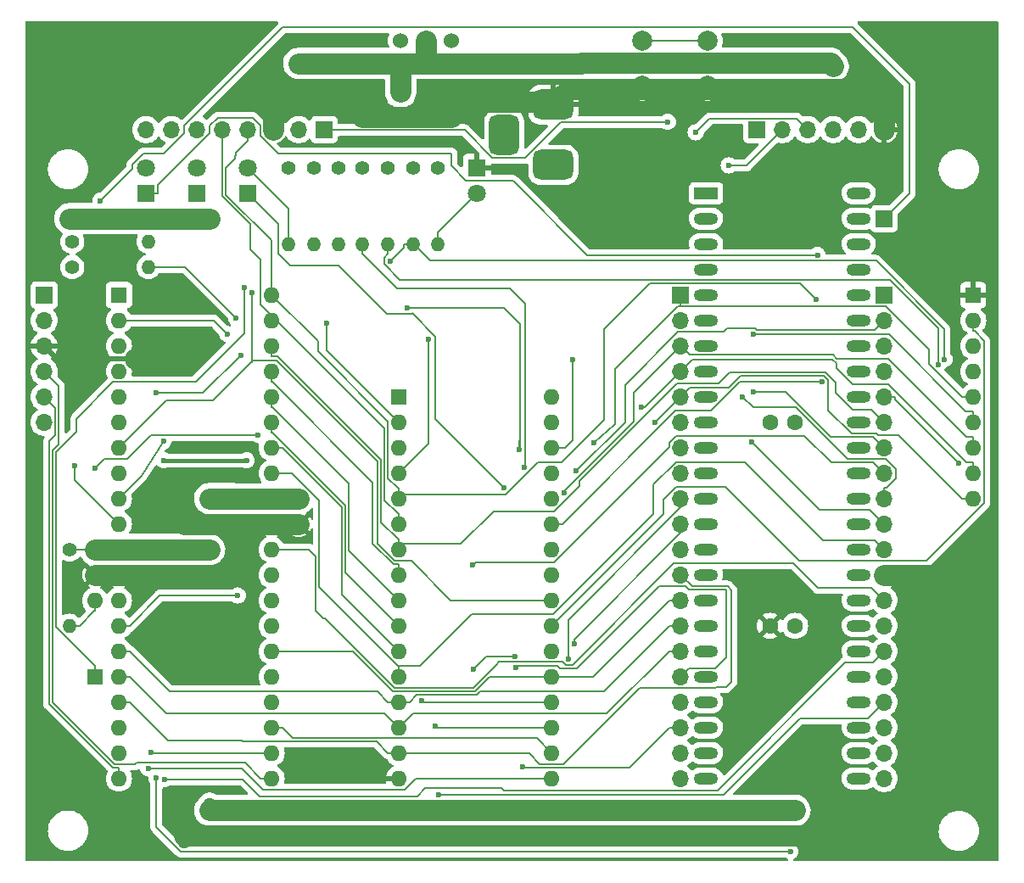
<source format=gbl>
G04 #@! TF.GenerationSoftware,KiCad,Pcbnew,(7.0.0)*
G04 #@! TF.CreationDate,2023-05-15T23:49:38+09:00*
G04 #@! TF.ProjectId,EMUPU_RAM40,454d5550-555f-4524-914d-34302e6b6963,003 (DIRECT)*
G04 #@! TF.SameCoordinates,PX55d4a80PY9043270*
G04 #@! TF.FileFunction,Copper,L2,Bot*
G04 #@! TF.FilePolarity,Positive*
%FSLAX46Y46*%
G04 Gerber Fmt 4.6, Leading zero omitted, Abs format (unit mm)*
G04 Created by KiCad (PCBNEW (7.0.0)) date 2023-05-15 23:49:38*
%MOMM*%
%LPD*%
G01*
G04 APERTURE LIST*
G04 Aperture macros list*
%AMRoundRect*
0 Rectangle with rounded corners*
0 $1 Rounding radius*
0 $2 $3 $4 $5 $6 $7 $8 $9 X,Y pos of 4 corners*
0 Add a 4 corners polygon primitive as box body*
4,1,4,$2,$3,$4,$5,$6,$7,$8,$9,$2,$3,0*
0 Add four circle primitives for the rounded corners*
1,1,$1+$1,$2,$3*
1,1,$1+$1,$4,$5*
1,1,$1+$1,$6,$7*
1,1,$1+$1,$8,$9*
0 Add four rect primitives between the rounded corners*
20,1,$1+$1,$2,$3,$4,$5,0*
20,1,$1+$1,$4,$5,$6,$7,0*
20,1,$1+$1,$6,$7,$8,$9,0*
20,1,$1+$1,$8,$9,$2,$3,0*%
G04 Aperture macros list end*
G04 #@! TA.AperFunction,ComponentPad*
%ADD10R,1.600000X1.600000*%
G04 #@! TD*
G04 #@! TA.AperFunction,ComponentPad*
%ADD11O,1.600000X1.600000*%
G04 #@! TD*
G04 #@! TA.AperFunction,ComponentPad*
%ADD12R,2.400000X1.200000*%
G04 #@! TD*
G04 #@! TA.AperFunction,ComponentPad*
%ADD13O,2.400000X1.200000*%
G04 #@! TD*
G04 #@! TA.AperFunction,ComponentPad*
%ADD14C,1.400000*%
G04 #@! TD*
G04 #@! TA.AperFunction,ComponentPad*
%ADD15O,1.400000X1.400000*%
G04 #@! TD*
G04 #@! TA.AperFunction,ComponentPad*
%ADD16R,1.700000X1.700000*%
G04 #@! TD*
G04 #@! TA.AperFunction,ComponentPad*
%ADD17O,1.700000X1.700000*%
G04 #@! TD*
G04 #@! TA.AperFunction,ComponentPad*
%ADD18RoundRect,0.750000X-1.250000X0.750000X-1.250000X-0.750000X1.250000X-0.750000X1.250000X0.750000X0*%
G04 #@! TD*
G04 #@! TA.AperFunction,ComponentPad*
%ADD19RoundRect,0.750000X-0.750000X1.250000X-0.750000X-1.250000X0.750000X-1.250000X0.750000X1.250000X0*%
G04 #@! TD*
G04 #@! TA.AperFunction,ComponentPad*
%ADD20C,1.524000*%
G04 #@! TD*
G04 #@! TA.AperFunction,ComponentPad*
%ADD21R,1.800000X1.800000*%
G04 #@! TD*
G04 #@! TA.AperFunction,ComponentPad*
%ADD22C,1.800000*%
G04 #@! TD*
G04 #@! TA.AperFunction,ComponentPad*
%ADD23C,2.000000*%
G04 #@! TD*
G04 #@! TA.AperFunction,ComponentPad*
%ADD24C,1.600000*%
G04 #@! TD*
G04 #@! TA.AperFunction,ViaPad*
%ADD25C,0.600000*%
G04 #@! TD*
G04 #@! TA.AperFunction,ViaPad*
%ADD26C,1.270000*%
G04 #@! TD*
G04 #@! TA.AperFunction,Conductor*
%ADD27C,0.152400*%
G04 #@! TD*
G04 #@! TA.AperFunction,Conductor*
%ADD28C,0.381000*%
G04 #@! TD*
G04 #@! TA.AperFunction,Conductor*
%ADD29C,2.100000*%
G04 #@! TD*
G04 #@! TA.AperFunction,Conductor*
%ADD30C,0.508000*%
G04 #@! TD*
G04 APERTURE END LIST*
D10*
X10159999Y57289999D03*
D11*
X10159999Y54749999D03*
X10159999Y52209999D03*
X10159999Y49669999D03*
X10159999Y47129999D03*
X10159999Y44589999D03*
X10159999Y42049999D03*
X10159999Y39509999D03*
X10159999Y36969999D03*
X10159999Y34429999D03*
X10159999Y31889999D03*
X10159999Y29349999D03*
X10159999Y26809999D03*
X10159999Y24269999D03*
X10159999Y21729999D03*
X10159999Y19189999D03*
X10159999Y16649999D03*
X10159999Y14109999D03*
X10159999Y11569999D03*
X10159999Y9029999D03*
X25399999Y9029999D03*
X25399999Y11569999D03*
X25399999Y14109999D03*
X25399999Y16649999D03*
X25399999Y19189999D03*
X25399999Y21729999D03*
X25399999Y24269999D03*
X25399999Y26809999D03*
X25399999Y29349999D03*
X25399999Y31889999D03*
X25399999Y34429999D03*
X25399999Y36969999D03*
X25399999Y39509999D03*
X25399999Y42049999D03*
X25399999Y44589999D03*
X25399999Y47129999D03*
X25399999Y49669999D03*
X25399999Y52209999D03*
X25399999Y54749999D03*
X25399999Y57289999D03*
D12*
X68749999Y67449999D03*
D13*
X68749999Y64909999D03*
X68749999Y62369999D03*
X68749999Y59829999D03*
X68749999Y57289999D03*
X68749999Y54749999D03*
X68749999Y52209999D03*
X68749999Y49669999D03*
X68749999Y47129999D03*
X68749999Y44589999D03*
X68749999Y42049999D03*
X68749999Y39509999D03*
X68749999Y36969999D03*
X68749999Y34429999D03*
X68749999Y31889999D03*
X68749999Y29349999D03*
X68749999Y26809999D03*
X68749999Y24269999D03*
X68749999Y21729999D03*
X68749999Y19189999D03*
X68749999Y16649999D03*
X68749999Y14109999D03*
X68749999Y11569999D03*
X68749999Y9029999D03*
X83989999Y9029999D03*
X83989999Y11569999D03*
X83989999Y14109999D03*
X83989999Y16649999D03*
X83989999Y19189999D03*
X83989999Y21729999D03*
X83989999Y24269999D03*
X83989999Y26809999D03*
X83989999Y29349999D03*
X83989999Y31889999D03*
X83989999Y34429999D03*
X83989999Y36969999D03*
X83989999Y39509999D03*
X83989999Y42049999D03*
X83989999Y44589999D03*
X83989999Y47129999D03*
X83989999Y49669999D03*
X83989999Y52209999D03*
X83989999Y54749999D03*
X83989999Y57289999D03*
X83989999Y59829999D03*
X83989999Y62369999D03*
X83989999Y64909999D03*
X83989999Y67449999D03*
D14*
X34460000Y69990000D03*
D15*
X34459999Y62369999D03*
D14*
X32047000Y69990000D03*
D15*
X32046999Y62369999D03*
D16*
X2709999Y57289999D03*
D17*
X2709999Y54749999D03*
X2709999Y52209999D03*
X2709999Y49669999D03*
X2709999Y47129999D03*
X2709999Y44589999D03*
D14*
X5504000Y60084000D03*
D15*
X13123999Y60083999D03*
D18*
X53510000Y70292000D03*
X53510000Y76292000D03*
D19*
X48610000Y73292000D03*
D16*
X86529999Y57289999D03*
D17*
X86529999Y54749999D03*
X86529999Y52209999D03*
X86529999Y49669999D03*
X86529999Y47129999D03*
X86529999Y44589999D03*
X86529999Y42049999D03*
X86529999Y39509999D03*
X86529999Y36969999D03*
X86529999Y34429999D03*
X86529999Y31889999D03*
X86529999Y29349999D03*
X86529999Y26809999D03*
X86529999Y24269999D03*
X86529999Y21729999D03*
X86529999Y19189999D03*
X86529999Y16649999D03*
X86529999Y14109999D03*
X86529999Y11569999D03*
X86529999Y9029999D03*
D14*
X27094000Y69990000D03*
D15*
X27093999Y62369999D03*
D14*
X37000000Y69990000D03*
D15*
X36999999Y62369999D03*
D20*
X38270000Y82690000D03*
X40810000Y82690000D03*
X43350000Y82690000D03*
D14*
X41953000Y69990000D03*
D15*
X41952999Y62369999D03*
D16*
X86529999Y64909999D03*
D21*
X23029999Y67449999D03*
D22*
X23030000Y69990000D03*
D14*
X39540000Y69990000D03*
D15*
X39539999Y62369999D03*
D14*
X29634000Y69990000D03*
D15*
X29633999Y62369999D03*
D16*
X66209999Y57289999D03*
D17*
X66209999Y54749999D03*
X66209999Y52209999D03*
X66209999Y49669999D03*
X66209999Y47129999D03*
X66209999Y44589999D03*
X66209999Y42049999D03*
X66209999Y39509999D03*
X66209999Y36969999D03*
X66209999Y34429999D03*
X66209999Y31889999D03*
X66209999Y29349999D03*
X66209999Y26809999D03*
X66209999Y24269999D03*
X66209999Y21729999D03*
X66209999Y19189999D03*
X66209999Y16649999D03*
X66209999Y14109999D03*
X66209999Y11569999D03*
X66209999Y9029999D03*
D10*
X7789999Y19189999D03*
D11*
X7789999Y26809999D03*
D23*
X62400000Y82690000D03*
X68900000Y82690000D03*
X62400000Y78190000D03*
X68900000Y78190000D03*
D17*
X86529999Y73799999D03*
X83989999Y73799999D03*
X81449999Y73799999D03*
X78909999Y73799999D03*
X76369999Y73799999D03*
D16*
X73829999Y73799999D03*
D17*
X12869999Y73799999D03*
X15409999Y73799999D03*
X17949999Y73799999D03*
X20489999Y73799999D03*
X23029999Y73799999D03*
X25569999Y73799999D03*
X28109999Y73799999D03*
D16*
X30649999Y73799999D03*
D24*
X77640000Y24270000D03*
X75140000Y24270000D03*
D10*
X38099999Y47129999D03*
D11*
X38099999Y44589999D03*
X38099999Y42049999D03*
X38099999Y39509999D03*
X38099999Y36969999D03*
X38099999Y34429999D03*
X38099999Y31889999D03*
X38099999Y29349999D03*
X38099999Y26809999D03*
X38099999Y24269999D03*
X38099999Y21729999D03*
X38099999Y19189999D03*
X38099999Y16649999D03*
X38099999Y14109999D03*
X38099999Y11569999D03*
X38099999Y9029999D03*
X53339999Y9029999D03*
X53339999Y11569999D03*
X53339999Y14109999D03*
X53339999Y16649999D03*
X53339999Y19189999D03*
X53339999Y21729999D03*
X53339999Y24269999D03*
X53339999Y26809999D03*
X53339999Y29349999D03*
X53339999Y31889999D03*
X53339999Y34429999D03*
X53339999Y36969999D03*
X53339999Y39509999D03*
X53339999Y42049999D03*
X53339999Y44589999D03*
X53339999Y47129999D03*
D24*
X7790000Y31870000D03*
X7790000Y29370000D03*
X28110000Y36930000D03*
X28110000Y34430000D03*
D10*
X38269999Y77569999D03*
D24*
X38270000Y75070000D03*
D21*
X17949999Y67449999D03*
D22*
X17950000Y69990000D03*
D21*
X45889999Y69989999D03*
D22*
X45890000Y67450000D03*
D14*
X5504000Y62624000D03*
D15*
X13123999Y62623999D03*
D14*
X5250000Y31890000D03*
D15*
X5249999Y24269999D03*
D21*
X12869999Y67449999D03*
D22*
X12870000Y69990000D03*
D24*
X77640000Y44590000D03*
X75140000Y44590000D03*
X47160000Y5855000D03*
X47160000Y3355000D03*
D10*
X95419999Y57289999D03*
D11*
X95419999Y54749999D03*
X95419999Y52209999D03*
X95419999Y49669999D03*
X95419999Y47129999D03*
X95419999Y44589999D03*
X95419999Y42049999D03*
X95419999Y39509999D03*
X95419999Y36969999D03*
D25*
X23411000Y57544000D03*
X55415000Y50813000D03*
X30904000Y54496000D03*
X62273000Y46114000D03*
X14648000Y40780000D03*
X22903000Y40780000D03*
X24046000Y43320000D03*
X41064000Y52845000D03*
X38905000Y56020000D03*
X21852202Y55004276D03*
X14614400Y42685000D03*
X7790000Y40018000D03*
X8298000Y66688000D03*
X63670000Y44590000D03*
D26*
X5250000Y64910000D03*
X77640000Y5855000D03*
X19220000Y64910000D03*
X19220000Y31890000D03*
X19220000Y6490000D03*
X59860000Y5855000D03*
X81450000Y80150000D03*
X28110000Y80404000D03*
X19220000Y36970000D03*
D25*
X64940000Y74562000D03*
X43350000Y75070000D03*
D26*
X16680000Y50940000D03*
X16680000Y29350000D03*
X16680000Y2680000D03*
X16680000Y34430000D03*
D25*
X79926000Y63132000D03*
X75140000Y63132000D03*
D26*
X44480000Y3315000D03*
X75100000Y3315000D03*
D25*
X20986000Y53397600D03*
X50604000Y40045000D03*
X57574000Y42558000D03*
X37203000Y60659100D03*
X92543000Y50880000D03*
X14708000Y8949000D03*
X73479000Y53338900D03*
X71023873Y70231873D03*
X22019000Y27293000D03*
X13078000Y10051000D03*
X80313000Y48634000D03*
X55805000Y39738000D03*
X54618000Y37527000D03*
X41737500Y14275500D03*
X55010000Y20956000D03*
X40382000Y16794000D03*
X55588000Y22441000D03*
X42102000Y7442000D03*
X73281000Y42657000D03*
X72388000Y47128000D03*
X45440500Y30307500D03*
X73467000Y47584000D03*
X93972000Y40526800D03*
X79774600Y56815500D03*
X22649000Y58052000D03*
X67724628Y73538011D03*
X77186000Y1762000D03*
X13906000Y9069000D03*
X79877000Y61283200D03*
X91906000Y50369000D03*
X50446000Y10157000D03*
X48590000Y38033000D03*
X45557427Y19951676D03*
X49700000Y21229500D03*
X49755200Y20088100D03*
X50081100Y41822800D03*
X13886000Y47511000D03*
X22333100Y51279300D03*
X5744500Y40232100D03*
X13387000Y11623000D03*
D27*
X20490000Y67156302D02*
X20490000Y73800000D01*
X23284000Y64362302D02*
X20490000Y67156302D01*
X23284000Y61862000D02*
X23284000Y64362302D01*
X23284000Y61862000D02*
X24328800Y60817200D01*
X23030000Y72678700D02*
X23030000Y73800000D01*
X21849000Y71497400D02*
X23030000Y72678700D01*
X21849000Y71260000D02*
X21849000Y71497400D01*
X21760000Y70912600D02*
X21760000Y71171000D01*
X20837400Y69990000D02*
X21760000Y70912600D01*
X21760000Y71171000D02*
X21849000Y71260000D01*
X25400000Y62737600D02*
X20837400Y67300200D01*
X20837400Y67300200D02*
X20837400Y69990000D01*
X25400000Y57290000D02*
X25400000Y62737600D01*
X30904000Y51786000D02*
X38100000Y44590000D01*
X30904000Y54496000D02*
X30904000Y51786000D01*
X23411000Y57544000D02*
X23411000Y50625000D01*
X23411000Y50625000D02*
X23378000Y50592000D01*
X25907000Y50741000D02*
X24427000Y50741000D01*
X23378000Y50592000D02*
X23251000Y50465000D01*
X23527000Y50741000D02*
X23251000Y50465000D01*
X24427000Y50741000D02*
X23527000Y50741000D01*
X19535000Y46749000D02*
X23251000Y50465000D01*
X10160000Y42050000D02*
X14859000Y46749000D01*
X14859000Y46749000D02*
X19535000Y46749000D01*
X35986000Y32478000D02*
X35986000Y40662000D01*
X43288000Y26810000D02*
X39330000Y30769000D01*
X35986000Y40662000D02*
X25907000Y50741000D01*
X37695000Y30769000D02*
X35986000Y32478000D01*
X39330000Y30769000D02*
X37695000Y30769000D01*
X53340000Y26810000D02*
X43288000Y26810000D01*
X54653000Y42050000D02*
X55415000Y42812000D01*
X55415000Y42812000D02*
X55415000Y50813000D01*
X53340000Y42050000D02*
X54653000Y42050000D01*
X63123600Y58442500D02*
X78147600Y58442500D01*
X58566050Y44820050D02*
X58566050Y53884950D01*
X78147600Y58442500D02*
X79774600Y56815500D01*
X54327200Y40581200D02*
X58566050Y44820050D01*
X51949200Y40581200D02*
X54327200Y40581200D01*
X58566050Y53884950D02*
X63123600Y58442500D01*
X51488500Y40120500D02*
X51949200Y40581200D01*
X50208000Y54369000D02*
X48557000Y56020000D01*
X48557000Y56020000D02*
X38905000Y56020000D01*
X50208000Y41949700D02*
X50208000Y54369000D01*
X49169618Y57947382D02*
X37911382Y57947382D01*
X34460000Y61398700D02*
X34460000Y62370000D01*
X50670000Y56447000D02*
X49169618Y57947382D01*
X37911382Y57947382D02*
X34460000Y61398700D01*
X50670000Y40111000D02*
X50670000Y56447000D01*
X50604000Y40045000D02*
X50670000Y40111000D01*
X4178900Y48201100D02*
X2710000Y49670000D01*
X4178900Y42404000D02*
X4178900Y48201100D01*
X11958000Y10622000D02*
X11785000Y10449000D01*
X11785000Y10449000D02*
X9764600Y10449000D01*
X3563700Y41789000D02*
X4178900Y42404000D01*
X22736000Y10622000D02*
X11958000Y10622000D01*
X24329000Y9030000D02*
X22736000Y10622000D01*
X9764600Y10449000D02*
X3563700Y16650000D01*
X3563700Y16650000D02*
X3563700Y41789000D01*
X25400000Y9030000D02*
X24329000Y9030000D01*
X10160000Y10101000D02*
X10160000Y9030000D01*
X3210500Y16465000D02*
X9574100Y10101000D01*
X3210500Y42716000D02*
X3210500Y16465000D01*
X3831300Y43337000D02*
X3210500Y42716000D01*
X9574100Y10101000D02*
X10160000Y10101000D01*
X2710000Y47130000D02*
X3831300Y46008700D01*
X3831300Y46008700D02*
X3831300Y43337000D01*
X5906200Y44937000D02*
X9568000Y48598800D01*
X5906200Y43640000D02*
X5906200Y44937000D01*
X9568000Y48598800D02*
X17776826Y48598800D01*
X10965000Y40941000D02*
X13344000Y43320000D01*
X8713000Y40941000D02*
X10965000Y40941000D01*
X7790000Y40018000D02*
X8713000Y40941000D01*
X13344000Y43320000D02*
X24046000Y43320000D01*
X62654000Y46114000D02*
X66210000Y49670000D01*
X62273000Y46114000D02*
X62654000Y46114000D01*
D28*
X22903000Y40780000D02*
X14648000Y40780000D01*
D27*
X14614400Y42685000D02*
X12446000Y39256000D01*
X12446000Y39256000D02*
X10160000Y36970000D01*
X41064000Y42474000D02*
X38100000Y39510000D01*
X41064000Y52845000D02*
X41064000Y42474000D01*
X63670000Y44590000D02*
X66210000Y47130000D01*
X26078000Y64402000D02*
X23030000Y67450000D01*
X26078000Y61417268D02*
X26078000Y64402000D01*
X39398401Y55448800D02*
X36862200Y55448800D01*
X36862200Y55448800D02*
X32068325Y60242675D01*
X32068325Y60242675D02*
X27252675Y60242675D01*
X41736000Y53140399D02*
X39413000Y55463399D01*
X39413000Y55463399D02*
X39398401Y55448800D01*
X41736000Y44887000D02*
X41736000Y53140399D01*
X48590000Y38033000D02*
X41736000Y44887000D01*
X27252675Y60242675D02*
X26078000Y61417268D01*
X50208000Y41949700D02*
X50081100Y41822800D01*
X22649000Y53470500D02*
X22649000Y58052000D01*
X22419000Y53240500D02*
X22649000Y53470500D01*
X17827513Y48649487D02*
X22419000Y53240500D01*
X17776826Y48598800D02*
X17827513Y48649487D01*
X3911300Y24140000D02*
X3911300Y41645000D01*
X7790000Y20261000D02*
X3911300Y24140000D01*
X3911300Y41645000D02*
X5906200Y43640000D01*
X7790000Y19190000D02*
X7790000Y20261000D01*
X18564800Y47511000D02*
X22333100Y51279300D01*
X13886000Y47511000D02*
X18564800Y47511000D01*
X32420200Y27409800D02*
X38100000Y21730000D01*
X32420200Y36101784D02*
X32420200Y27409800D01*
X26471000Y42050000D02*
X31164492Y37357492D01*
X25400000Y42050000D02*
X26471000Y42050000D01*
X31164492Y37357492D02*
X32420200Y36101784D01*
X32767600Y29602400D02*
X38100000Y24270000D01*
X32767600Y36262400D02*
X32767600Y29602400D01*
X25511000Y43519000D02*
X32767600Y36262400D01*
X25400000Y43519000D02*
X25511000Y43519000D01*
X25400000Y44590000D02*
X25400000Y43519000D01*
X16772478Y60084000D02*
X21852202Y55004276D01*
X12870000Y60084000D02*
X16772478Y60084000D01*
X30540180Y25014820D02*
X30759820Y25014820D01*
X29801600Y31214400D02*
X29801600Y25753400D01*
X29126000Y31890000D02*
X29801600Y31214400D01*
X30759820Y25014820D02*
X37705000Y18069000D01*
X29801600Y25753400D02*
X30540180Y25014820D01*
X25400000Y31890000D02*
X29126000Y31890000D01*
X24328800Y60817200D02*
X24328800Y56356900D01*
X24328800Y56356900D02*
X25935700Y54750000D01*
X37989000Y38041300D02*
X38100000Y38041300D01*
X38100000Y38041300D02*
X38100000Y37365600D01*
X37028200Y39002100D02*
X37989000Y38041300D01*
X37028200Y44665000D02*
X37028200Y39002100D01*
X30015000Y52675000D02*
X30015000Y51678200D01*
X30015000Y51678200D02*
X37028200Y44665000D01*
X25400000Y57290000D02*
X30015000Y52675000D01*
X5744500Y38845500D02*
X5744500Y40232100D01*
X10160000Y34430000D02*
X5744500Y38845500D01*
D29*
X19220000Y64910000D02*
X5250000Y64910000D01*
D27*
X11503750Y69893750D02*
X11503750Y70340250D01*
X8298000Y66688000D02*
X11503750Y69893750D01*
X11503750Y70340250D02*
X12564100Y71400600D01*
X67115700Y51304300D02*
X67226000Y51304300D01*
X66210000Y52210000D02*
X67115700Y51304300D01*
X61538000Y47538000D02*
X61538000Y47384000D01*
X61538000Y44659000D02*
X61538000Y47384000D01*
X66210000Y52210000D02*
X61538000Y47538000D01*
X81425000Y51304300D02*
X67226000Y51304300D01*
X54618000Y37739000D02*
X61538000Y44659000D01*
X54618000Y37527000D02*
X54618000Y37739000D01*
X25511000Y46059000D02*
X25400000Y46059000D01*
X25400000Y46059000D02*
X25400000Y47130000D01*
X33115000Y38455000D02*
X25511000Y46059000D01*
X33115000Y31795000D02*
X33115000Y38455000D01*
X38100000Y26810000D02*
X33115000Y31795000D01*
X37029000Y11570000D02*
X38100000Y11570000D01*
X35847000Y12752000D02*
X37029000Y11570000D01*
X51871200Y13038800D02*
X53340000Y11570000D01*
X36168200Y13038800D02*
X51871200Y13038800D01*
X36108000Y13099000D02*
X36168200Y13038800D01*
X11231000Y19190000D02*
X10160000Y19190000D01*
X36681000Y15529000D02*
X14892000Y15529000D01*
X14892000Y15529000D02*
X11231000Y19190000D01*
X38100000Y14110000D02*
X36681000Y15529000D01*
X65089000Y21730000D02*
X66210000Y21730000D01*
X58866000Y15507000D02*
X65089000Y21730000D01*
X39497000Y15507000D02*
X58866000Y15507000D01*
X38100000Y14110000D02*
X39497000Y15507000D01*
X41903000Y14110000D02*
X53340000Y14110000D01*
X41737500Y14275500D02*
X41903000Y14110000D01*
X65089000Y14110000D02*
X66210000Y14110000D01*
X50446000Y10157000D02*
X50925000Y10136000D01*
X61115000Y10136000D02*
X65089000Y14110000D01*
X50925000Y10136000D02*
X61115000Y10136000D01*
X67357000Y28203000D02*
X66210000Y29350000D01*
X70913000Y28203000D02*
X67357000Y28203000D01*
X71290000Y27826000D02*
X70913000Y28203000D01*
X71290000Y18682000D02*
X71290000Y27826000D01*
X70782000Y18174000D02*
X71290000Y18682000D01*
X62110800Y18068800D02*
X69660800Y18068800D01*
X69660800Y18068800D02*
X69766000Y18174000D01*
X69766000Y18174000D02*
X70782000Y18174000D01*
X54526000Y10484000D02*
X62110800Y18068800D01*
X51097000Y11570000D02*
X52183000Y10484000D01*
X52183000Y10484000D02*
X54526000Y10484000D01*
X38100000Y11570000D02*
X51097000Y11570000D01*
X66210000Y33541000D02*
X66210000Y34430000D01*
X55588000Y22441000D02*
X55588000Y22919000D01*
X55588000Y22919000D02*
X66210000Y33541000D01*
X66210000Y36081000D02*
X66210000Y36970000D01*
X55010000Y24881000D02*
X66210000Y36081000D01*
X55010000Y20956000D02*
X55010000Y24881000D01*
X65930000Y56168700D02*
X66210000Y56168700D01*
X59656000Y44398000D02*
X59656000Y49895000D01*
X59656000Y49895000D02*
X65930000Y56168700D01*
X57574000Y42558000D02*
X59656000Y44398000D01*
D29*
X10160000Y31890000D02*
X7790000Y31870000D01*
X56274500Y80404000D02*
X56305500Y80435000D01*
X81165000Y80435000D02*
X81450000Y80150000D01*
X28110000Y36930000D02*
X19220000Y36970000D01*
X10160000Y31890000D02*
X19220000Y31890000D01*
D27*
X7770000Y31890000D02*
X7790000Y31870000D01*
X5250000Y31890000D02*
X7770000Y31890000D01*
D29*
X19220000Y5855000D02*
X47160000Y5855000D01*
X59860000Y5855000D02*
X77640000Y5855000D01*
X56305500Y80435000D02*
X81165000Y80435000D01*
X40810000Y82690000D02*
X40810000Y80404000D01*
X47160000Y5855000D02*
X59860000Y5855000D01*
X38270000Y80404000D02*
X38270000Y77570000D01*
X28110000Y80404000D02*
X56274500Y80404000D01*
D27*
X7790000Y26810000D02*
X7790000Y25739000D01*
X7790000Y25739000D02*
X7690000Y25739000D01*
X7690000Y25739000D02*
X6221300Y24270000D01*
X6221300Y24270000D02*
X5250000Y24270000D01*
X47399200Y71020800D02*
X50730800Y71020800D01*
X30701200Y73748800D02*
X44671200Y73748800D01*
X64898800Y74520800D02*
X64940000Y74562000D01*
X50730800Y71020800D02*
X54230800Y74520800D01*
X62400000Y82690000D02*
X68900000Y82690000D01*
X30650000Y73800000D02*
X30701200Y73748800D01*
X44671200Y73748800D02*
X47399200Y71020800D01*
X54230800Y74520800D02*
X55754800Y74520800D01*
X55754800Y74520800D02*
X64898800Y74520800D01*
X45890000Y67450000D02*
X41953000Y63513000D01*
X41953000Y63513000D02*
X41953000Y62370000D01*
X27094000Y65926000D02*
X27094000Y62370000D01*
X23030000Y69990000D02*
X27094000Y65926000D01*
D29*
X25400000Y34430000D02*
X16680000Y34430000D01*
X44817000Y76537000D02*
X49415000Y76537000D01*
X34460000Y75070000D02*
X34460000Y77610000D01*
X10160000Y29350000D02*
X16680000Y29350000D01*
X53265000Y76537000D02*
X49415000Y76537000D01*
X16660000Y29370000D02*
X16680000Y29350000D01*
X43350000Y75070000D02*
X44817000Y76537000D01*
X86267000Y77855000D02*
X86530000Y77592000D01*
X86530000Y77592000D02*
X86530000Y73800000D01*
X38270000Y75070000D02*
X34460000Y75070000D01*
X28110000Y34430000D02*
X25400000Y34430000D01*
X49415000Y76537000D02*
X53265000Y76537000D01*
D27*
X79926000Y63132000D02*
X75140000Y63132000D01*
D29*
X85895000Y3315000D02*
X92880000Y10300000D01*
D30*
X3980000Y50940000D02*
X11782000Y50940000D01*
D29*
X75100000Y3315000D02*
X73195000Y3315000D01*
X92880000Y10300000D02*
X92880000Y29350000D01*
X34460000Y77610000D02*
X25570000Y77610000D01*
X73195000Y3315000D02*
X44480000Y3315000D01*
X38270000Y75070000D02*
X43350000Y75070000D01*
X53265000Y76537000D02*
X53510000Y76292000D01*
X55073000Y77855000D02*
X86267000Y77855000D01*
X16680000Y50940000D02*
X11782000Y50940000D01*
X25570000Y77610000D02*
X25570000Y73800000D01*
X73195000Y3315000D02*
X75100000Y3315000D01*
X75100000Y3315000D02*
X85895000Y3315000D01*
X53510000Y76292000D02*
X55073000Y77855000D01*
D30*
X2710000Y52210000D02*
X3980000Y50940000D01*
D29*
X16680000Y3315000D02*
X44480000Y3315000D01*
X92880000Y29350000D02*
X86530000Y29350000D01*
X7790000Y29370000D02*
X16660000Y29370000D01*
D27*
X19634000Y54750000D02*
X20986000Y53397600D01*
X10160000Y54750000D02*
X19634000Y54750000D01*
X91047000Y51822300D02*
X91047000Y50413000D01*
X86701000Y56168700D02*
X91047000Y51822300D01*
X66210000Y57290000D02*
X66210000Y56168700D01*
X91047000Y50413000D02*
X94330000Y47130000D01*
X94330000Y47130000D02*
X95420000Y47130000D01*
X66210000Y56168700D02*
X86701000Y56168700D01*
X39578000Y62370000D02*
X41236000Y60711900D01*
X39540000Y62370000D02*
X39578000Y62370000D01*
X39540000Y62370000D02*
X38569000Y62370000D01*
X85714000Y60711900D02*
X92543000Y53883100D01*
X38569000Y62024900D02*
X37203000Y60659100D01*
X38569000Y62370000D02*
X38569000Y62024900D01*
X92543000Y53883100D02*
X92543000Y50880000D01*
X41236000Y60711900D02*
X85714000Y60711900D01*
X14708000Y8949000D02*
X22514000Y8949000D01*
X69917000Y7851000D02*
X82649000Y20583000D01*
X85383000Y20583000D02*
X86530000Y21730000D01*
X40734000Y8044000D02*
X48371000Y8044000D01*
X48371000Y8044000D02*
X48565000Y7851000D01*
X24225000Y7238000D02*
X39927000Y7238000D01*
X39927000Y7238000D02*
X40734000Y8044000D01*
X48565000Y7851000D02*
X69917000Y7851000D01*
X22514000Y8949000D02*
X24225000Y7238000D01*
X82649000Y20583000D02*
X85383000Y20583000D01*
X95420000Y44590000D02*
X95420000Y45661000D01*
X86991000Y53338900D02*
X73479000Y53338900D01*
X94669000Y45661000D02*
X86991000Y53338900D01*
X95420000Y45661000D02*
X94669000Y45661000D01*
X10160000Y24270000D02*
X11231000Y24270000D01*
X71023873Y70231873D02*
X72801873Y70231873D01*
X72801873Y70231873D02*
X76370000Y73800000D01*
X14254000Y27293000D02*
X22019000Y27293000D01*
X11231000Y24270000D02*
X14254000Y27293000D01*
X11231000Y21730000D02*
X15240000Y17721000D01*
X58540000Y17721000D02*
X65089000Y24270000D01*
X38100000Y16650000D02*
X39171000Y16650000D01*
X15240000Y17721000D02*
X35957000Y17721000D01*
X37029000Y16650000D02*
X38100000Y16650000D01*
X45856000Y17374000D02*
X46203000Y17721000D01*
X65089000Y24270000D02*
X66210000Y24270000D01*
X10160000Y21730000D02*
X11231000Y21730000D01*
X39895000Y17374000D02*
X45856000Y17374000D01*
X35957000Y17721000D02*
X37029000Y16650000D01*
X39171000Y16650000D02*
X39895000Y17374000D01*
X46203000Y17721000D02*
X58540000Y17721000D01*
X15067000Y12814000D02*
X22482000Y12814000D01*
X22544000Y12752000D02*
X35847000Y12752000D01*
X10160000Y16650000D02*
X11231000Y16650000D01*
X11231000Y16650000D02*
X15067000Y12814000D01*
X22482000Y12814000D02*
X22544000Y12752000D01*
X22394000Y10051000D02*
X13078000Y10051000D01*
X24513000Y7932000D02*
X22394000Y10051000D01*
X53340000Y9030000D02*
X39790000Y9030000D01*
X38692000Y7932000D02*
X24513000Y7932000D01*
X39790000Y9030000D02*
X38692000Y7932000D01*
X72156000Y48634000D02*
X80313000Y48634000D01*
X53340000Y34430000D02*
X54411000Y34430000D01*
X69259000Y45737000D02*
X72156000Y48634000D01*
X65718000Y45737000D02*
X69259000Y45737000D01*
X54411000Y34430000D02*
X65718000Y45737000D01*
X60655000Y44587000D02*
X55805000Y39738000D01*
X60655000Y48319000D02*
X60655000Y44587000D01*
X86530000Y54750000D02*
X85608000Y53827800D01*
X70859000Y53971400D02*
X70492000Y53604000D01*
X85608000Y53827800D02*
X73798000Y53827800D01*
X73654000Y53971400D02*
X70859000Y53971400D01*
X65940000Y53604000D02*
X60655000Y48319000D01*
X73798000Y53827800D02*
X73654000Y53971400D01*
X70492000Y53604000D02*
X65940000Y53604000D01*
X95420000Y53678700D02*
X95554000Y53678700D01*
X64532000Y35462000D02*
X53340000Y24270000D01*
X96504000Y52729100D02*
X96504000Y36492000D01*
X90773000Y30761000D02*
X78061000Y30761000D01*
X70726000Y38097000D02*
X65748000Y38097000D01*
X64532000Y36880000D02*
X64532000Y35462000D01*
X95420000Y54750000D02*
X95420000Y53678700D01*
X95554000Y53678700D02*
X96504000Y52729100D01*
X96504000Y36492000D02*
X90773000Y30761000D01*
X65748000Y38097000D02*
X64532000Y36880000D01*
X78061000Y30761000D02*
X70726000Y38097000D01*
X86946000Y50922000D02*
X81807000Y50922000D01*
X95420000Y42050000D02*
X95420000Y43121000D01*
X81807000Y50922000D02*
X81425000Y51304300D01*
X94747000Y43121000D02*
X86946000Y50922000D01*
X95420000Y43121000D02*
X94747000Y43121000D01*
X25400000Y14110000D02*
X26471000Y14110000D01*
X26471000Y14110000D02*
X27482000Y13099000D01*
X27482000Y13099000D02*
X36108000Y13099000D01*
X40526000Y16650000D02*
X40382000Y16794000D01*
X53340000Y16650000D02*
X40526000Y16650000D01*
X65089000Y26810000D02*
X57469000Y19190000D01*
X25400000Y21730000D02*
X33511000Y21730000D01*
X57469000Y19190000D02*
X53340000Y19190000D01*
X33511000Y21730000D02*
X37520000Y17721000D01*
X37520000Y17721000D02*
X45712000Y17721000D01*
X45712000Y17721000D02*
X47180000Y19190000D01*
X47180000Y19190000D02*
X53340000Y19190000D01*
X66210000Y26810000D02*
X65089000Y26810000D01*
X83346000Y48400000D02*
X81736000Y50011000D01*
X95420000Y39510000D02*
X95420000Y40581000D01*
X81377000Y50860000D02*
X67400000Y50860000D01*
X95420000Y40581000D02*
X94736000Y40581000D01*
X81736000Y50011000D02*
X81736000Y50502000D01*
X81736000Y50502000D02*
X81377000Y50860000D01*
X94736000Y40581000D02*
X86918000Y48400000D01*
X67400000Y50860000D02*
X66210000Y49670000D01*
X86918000Y48400000D02*
X83346000Y48400000D01*
X80942000Y48815000D02*
X80942000Y45800000D01*
X83271000Y43471000D02*
X85790000Y43471000D01*
X66210000Y47130000D02*
X67157000Y48077000D01*
X85941000Y43320000D02*
X87999000Y43320000D01*
X87999000Y43320000D02*
X94349000Y36970000D01*
X67157000Y48077000D02*
X71038000Y48077000D01*
X71038000Y48077000D02*
X72193000Y49232000D01*
X94349000Y36970000D02*
X95420000Y36970000D01*
X80524000Y49232000D02*
X80942000Y48815000D01*
X72193000Y49232000D02*
X80524000Y49232000D01*
X80942000Y45800000D02*
X83271000Y43471000D01*
X85790000Y43471000D02*
X85941000Y43320000D01*
X84938000Y15058000D02*
X86530000Y16650000D01*
X78106000Y15058000D02*
X84938000Y15058000D01*
X70491000Y7442000D02*
X78106000Y15058000D01*
X42102000Y7442000D02*
X70491000Y7442000D01*
X65545000Y30522000D02*
X77448000Y30522000D01*
X45562000Y18069000D02*
X47853000Y20361000D01*
X54744800Y20384800D02*
X55407800Y20384800D01*
X37705000Y18069000D02*
X45562000Y18069000D01*
X79890000Y28080000D02*
X85260000Y28080000D01*
X55407800Y20384800D02*
X65545000Y30522000D01*
X47853000Y20361000D02*
X47853000Y20391000D01*
X54470800Y20658800D02*
X54744800Y20384800D01*
X85260000Y28080000D02*
X86530000Y26810000D01*
X47853000Y20391000D02*
X48120800Y20658800D01*
X48120800Y20658800D02*
X54470800Y20658800D01*
X77448000Y30522000D02*
X79890000Y28080000D01*
X85607000Y32813000D02*
X80455000Y32813000D01*
X38100000Y20261000D02*
X38006000Y20261000D01*
X80455000Y32813000D02*
X72636000Y40632000D01*
X86530000Y31890000D02*
X85607000Y32813000D01*
X53497000Y25426000D02*
X45370000Y25426000D01*
X65743000Y40632000D02*
X63520000Y38410000D01*
X38006000Y20261000D02*
X30149000Y28118000D01*
X38100000Y19190000D02*
X38100000Y20261000D01*
X30149000Y28118000D02*
X30149000Y36772000D01*
X72636000Y40632000D02*
X65743000Y40632000D01*
X45370000Y25426000D02*
X40205000Y20261000D01*
X63520000Y38410000D02*
X63520000Y35450000D01*
X30149000Y36772000D02*
X27410000Y39510000D01*
X40205000Y20261000D02*
X38100000Y20261000D01*
X27410000Y39510000D02*
X25400000Y39510000D01*
X63520000Y35450000D02*
X53497000Y25426000D01*
X80099000Y35839000D02*
X73281000Y42657000D01*
X86530000Y34430000D02*
X85121000Y35839000D01*
X85121000Y35839000D02*
X80099000Y35839000D01*
X86697000Y40929000D02*
X87676000Y39950000D01*
X86810000Y38091000D02*
X86530000Y38091000D01*
X72388000Y47128000D02*
X73443000Y46074000D01*
X73443000Y46074000D02*
X77752000Y46074000D01*
X82897000Y40929000D02*
X86697000Y40929000D01*
X87676000Y39950000D02*
X87676000Y38957000D01*
X86530000Y38091000D02*
X86530000Y36970000D01*
X87676000Y38957000D02*
X86810000Y38091000D01*
X77752000Y46074000D02*
X82897000Y40929000D01*
X65783000Y43229000D02*
X78594000Y43229000D01*
X81242000Y40581000D02*
X85459000Y40581000D01*
X53594000Y30620000D02*
X65082000Y42108000D01*
X78594000Y43229000D02*
X81242000Y40581000D01*
X65082000Y42528000D02*
X65783000Y43229000D01*
X45753000Y30620000D02*
X53594000Y30620000D01*
X85459000Y40581000D02*
X86530000Y39510000D01*
X65082000Y42108000D02*
X65082000Y42528000D01*
X45440500Y30307500D02*
X45753000Y30620000D01*
X76733000Y47584000D02*
X73467000Y47584000D01*
X85459000Y43121000D02*
X81196000Y43121000D01*
X38100000Y30421000D02*
X38100000Y29350000D01*
X25475000Y48599000D02*
X35506000Y38568000D01*
X86530000Y42050000D02*
X85459000Y43121000D01*
X35506000Y38568000D02*
X35506000Y32466000D01*
X37551000Y30421000D02*
X38100000Y30421000D01*
X25400000Y49670000D02*
X25400000Y48599000D01*
X81196000Y43121000D02*
X76733000Y47584000D01*
X25400000Y48599000D02*
X25475000Y48599000D01*
X35506000Y32466000D02*
X37551000Y30421000D01*
X83375000Y45860000D02*
X85260000Y45860000D01*
X36333000Y34617000D02*
X37989000Y32961000D01*
X81688000Y47548000D02*
X83375000Y45860000D01*
X47534000Y35700000D02*
X53608000Y35700000D01*
X69993000Y48489000D02*
X71084000Y49580000D01*
X38100000Y32426000D02*
X44260000Y32426000D01*
X38100000Y32961000D02*
X38100000Y32426000D01*
X26001000Y51139000D02*
X36333000Y40806000D01*
X56117000Y38209000D02*
X56117000Y38747000D01*
X36333000Y40806000D02*
X36333000Y34617000D01*
X80668000Y49580000D02*
X81688000Y48560000D01*
X65859000Y48489000D02*
X69993000Y48489000D01*
X56117000Y38747000D02*
X65859000Y48489000D01*
X44260000Y32426000D02*
X47534000Y35700000D01*
X38100000Y31890000D02*
X38100000Y32426000D01*
X81688000Y48560000D02*
X81688000Y47548000D01*
X85260000Y45860000D02*
X86530000Y44590000D01*
X53608000Y35700000D02*
X56117000Y38209000D01*
X25400000Y51139000D02*
X26001000Y51139000D01*
X25400000Y52210000D02*
X25400000Y51139000D01*
X37989000Y32961000D02*
X38100000Y32961000D01*
X71084000Y49580000D02*
X80668000Y49580000D01*
X36680600Y44005100D02*
X36680600Y36786800D01*
X87651300Y47130000D02*
X87651300Y46847500D01*
X37966100Y35501300D02*
X38100000Y35501300D01*
X25935700Y54750000D02*
X36680600Y44005100D01*
X87651300Y46847500D02*
X93972000Y40526800D01*
X38100000Y34430000D02*
X38100000Y35501300D01*
X36680600Y36786800D02*
X37966100Y35501300D01*
X25400000Y54750000D02*
X25935700Y54750000D01*
X86530000Y47130000D02*
X87651300Y47130000D01*
X48733600Y37365600D02*
X51488500Y40120500D01*
X38100000Y37365600D02*
X48733600Y37365600D01*
X38100000Y36970000D02*
X38100000Y37365600D01*
X67724628Y73538011D02*
X69107817Y74921200D01*
X69107817Y74921200D02*
X77788800Y74921200D01*
X77788800Y74921200D02*
X78910000Y73800000D01*
X13906000Y9069000D02*
X13906000Y4165000D01*
X16309000Y1762000D02*
X77186000Y1762000D01*
X13906000Y4165000D02*
X16309000Y1762000D01*
X49571276Y68591276D02*
X56880000Y61283200D01*
X26028000Y71427300D02*
X43350000Y71427300D01*
X24249000Y74236200D02*
X24249000Y73206200D01*
X56880000Y61283200D02*
X79877000Y61283200D01*
X43350000Y71427300D02*
X43350000Y70187600D01*
X49442552Y68720000D02*
X49571276Y68591276D01*
X19220000Y73478600D02*
X19220000Y74173800D01*
X23506000Y74978800D02*
X24249000Y74236200D01*
X12870000Y67450000D02*
X14041000Y67450000D01*
X14041000Y68299900D02*
X19220000Y73478600D01*
X44817600Y68720000D02*
X49442552Y68720000D01*
X24249000Y73206200D02*
X26028000Y71427300D01*
X14041000Y67450000D02*
X14041000Y68299900D01*
X19220000Y74173800D02*
X20025000Y74978800D01*
X43350000Y70187600D02*
X44817600Y68720000D01*
X20025000Y74978800D02*
X23506000Y74978800D01*
X91906000Y54001600D02*
X91906000Y50369000D01*
X87082000Y58825200D02*
X91906000Y54001600D01*
X37000000Y62370000D02*
X37000000Y61398700D01*
X38202000Y58825200D02*
X87082000Y58825200D01*
X37000000Y61398700D02*
X36632000Y61030300D01*
X36632000Y60395600D02*
X38202000Y58825200D01*
X36632000Y61030300D02*
X36632000Y60395600D01*
X64072800Y28228800D02*
X55881400Y20037400D01*
X45557427Y19951676D02*
X46835251Y21229500D01*
X66674417Y28228800D02*
X64072800Y28228800D01*
X46835251Y21229500D02*
X49700000Y21229500D01*
X49928300Y20261200D02*
X49755200Y20088100D01*
X66210000Y19190000D02*
X67081200Y20061200D01*
X55881400Y20037400D02*
X54186600Y20037400D01*
X70769102Y21119439D02*
X70769102Y27855600D01*
X67047617Y27855600D02*
X66674417Y28228800D01*
X70769102Y27855600D02*
X67047617Y27855600D01*
X54186600Y20037400D02*
X53962800Y20261200D01*
X67081200Y20061200D02*
X69710863Y20061200D01*
X69710863Y20061200D02*
X70769102Y21119439D01*
X53962800Y20261200D02*
X49928300Y20261200D01*
X50081100Y42760000D02*
X50081100Y41822800D01*
X16680000Y74188600D02*
X26509100Y84017700D01*
X83424300Y84017700D02*
X89070000Y78372000D01*
X12564100Y71400600D02*
X14596500Y71400600D01*
X16680000Y73484100D02*
X16680000Y74188600D01*
X89070000Y78372000D02*
X89070000Y67450000D01*
X26509100Y84017700D02*
X83424300Y84017700D01*
X89070000Y67450000D02*
X86530000Y64910000D01*
X14596500Y71400600D02*
X16680000Y73484100D01*
X25400000Y11570000D02*
X13440000Y11570000D01*
X13440000Y11570000D02*
X13387000Y11623000D01*
G04 #@! TA.AperFunction,Conductor*
G36*
X97898000Y84578387D02*
G01*
X97943387Y84533000D01*
X97960000Y84471000D01*
X97960000Y899000D01*
X97943387Y837000D01*
X97898000Y791613D01*
X97836000Y775000D01*
X77543060Y775000D01*
X77477088Y794006D01*
X77431340Y845198D01*
X77419840Y912884D01*
X77446113Y976313D01*
X77502104Y1016042D01*
X77539015Y1028957D01*
X77693281Y1125889D01*
X77822111Y1254719D01*
X77919043Y1408985D01*
X77979217Y1580953D01*
X77999616Y1762000D01*
X77979217Y1943047D01*
X77919043Y2115015D01*
X77822111Y2269281D01*
X77693281Y2398111D01*
X77687380Y2401819D01*
X77544907Y2491341D01*
X77544905Y2491342D01*
X77539015Y2495043D01*
X77532449Y2497341D01*
X77532446Y2497342D01*
X77373621Y2552917D01*
X77373618Y2552918D01*
X77367047Y2555217D01*
X77360130Y2555997D01*
X77360123Y2555998D01*
X77192923Y2574836D01*
X77186000Y2575616D01*
X77179077Y2574836D01*
X77011876Y2555998D01*
X77011867Y2555997D01*
X77004953Y2555217D01*
X76998383Y2552919D01*
X76998378Y2552917D01*
X76839553Y2497342D01*
X76839547Y2497340D01*
X76832985Y2495043D01*
X76827097Y2491344D01*
X76827092Y2491341D01*
X76684619Y2401819D01*
X76684614Y2401816D01*
X76678719Y2398111D01*
X76673794Y2393187D01*
X76673790Y2393183D01*
X76663627Y2383019D01*
X76623399Y2356139D01*
X76575946Y2346700D01*
X48279190Y2346700D01*
X48214862Y2364691D01*
X48169201Y2413443D01*
X48155456Y2478810D01*
X48177615Y2541824D01*
X48287032Y2698088D01*
X48292420Y2707420D01*
X48383979Y2903769D01*
X48387667Y2913903D01*
X48443739Y3123163D01*
X48445613Y3133794D01*
X48464494Y3349605D01*
X48464494Y3360395D01*
X48445613Y3576207D01*
X48443739Y3586838D01*
X48387667Y3796098D01*
X48383979Y3806232D01*
X48382222Y3810000D01*
X91974390Y3810000D01*
X91974706Y3805582D01*
X91994487Y3528995D01*
X91994488Y3528986D01*
X91994804Y3524572D01*
X91995744Y3520247D01*
X91995746Y3520239D01*
X92049111Y3274925D01*
X92055631Y3244954D01*
X92057175Y3240815D01*
X92057176Y3240811D01*
X92147609Y2998350D01*
X92155633Y2976839D01*
X92157753Y2972957D01*
X92157756Y2972950D01*
X92290647Y2729580D01*
X92292774Y2725685D01*
X92464261Y2496605D01*
X92666605Y2294261D01*
X92895685Y2122774D01*
X92921923Y2108447D01*
X93100322Y2011033D01*
X93146839Y1985633D01*
X93414954Y1885631D01*
X93694572Y1824804D01*
X93908552Y1809500D01*
X94049233Y1809500D01*
X94051448Y1809500D01*
X94265428Y1824804D01*
X94545046Y1885631D01*
X94813161Y1985633D01*
X95064315Y2122774D01*
X95293395Y2294261D01*
X95495739Y2496605D01*
X95667226Y2725685D01*
X95804367Y2976839D01*
X95904369Y3244954D01*
X95965196Y3524572D01*
X95985610Y3810000D01*
X95965196Y4095428D01*
X95904369Y4375046D01*
X95804367Y4643161D01*
X95792762Y4664413D01*
X95731967Y4775751D01*
X95667226Y4894315D01*
X95495739Y5123395D01*
X95293395Y5325739D01*
X95064315Y5497226D01*
X95017799Y5522626D01*
X94817050Y5632244D01*
X94817043Y5632247D01*
X94813161Y5634367D01*
X94809017Y5635913D01*
X94809012Y5635915D01*
X94549189Y5732824D01*
X94549185Y5732825D01*
X94545046Y5734369D01*
X94515075Y5740889D01*
X94269761Y5794254D01*
X94269753Y5794256D01*
X94265428Y5795196D01*
X94261014Y5795512D01*
X94261005Y5795513D01*
X94053658Y5810342D01*
X94053656Y5810343D01*
X94051448Y5810500D01*
X93908552Y5810500D01*
X93906344Y5810343D01*
X93906341Y5810342D01*
X93698994Y5795513D01*
X93698983Y5795512D01*
X93694572Y5795196D01*
X93690248Y5794256D01*
X93690238Y5794254D01*
X93419279Y5735310D01*
X93419276Y5735310D01*
X93414954Y5734369D01*
X93410818Y5732827D01*
X93410810Y5732824D01*
X93150987Y5635915D01*
X93150976Y5635911D01*
X93146839Y5634367D01*
X93142961Y5632250D01*
X93142949Y5632244D01*
X92899579Y5499353D01*
X92899571Y5499349D01*
X92895685Y5497226D01*
X92892135Y5494569D01*
X92892131Y5494566D01*
X92670156Y5328398D01*
X92670149Y5328393D01*
X92666605Y5325739D01*
X92663474Y5322609D01*
X92663467Y5322602D01*
X92467398Y5126533D01*
X92467391Y5126526D01*
X92464261Y5123395D01*
X92461607Y5119851D01*
X92461602Y5119844D01*
X92311788Y4919715D01*
X92292774Y4894315D01*
X92290651Y4890429D01*
X92290647Y4890421D01*
X92157756Y4647051D01*
X92157750Y4647039D01*
X92155633Y4643161D01*
X92154089Y4639024D01*
X92154085Y4639013D01*
X92057176Y4379190D01*
X92057173Y4379182D01*
X92055631Y4375046D01*
X92054690Y4370724D01*
X92054690Y4370721D01*
X91995746Y4099762D01*
X91995744Y4099752D01*
X91994804Y4095428D01*
X91994488Y4091017D01*
X91994487Y4091006D01*
X91981670Y3911788D01*
X91974390Y3810000D01*
X48382222Y3810000D01*
X48292420Y4002581D01*
X48287032Y4011913D01*
X48224389Y4101376D01*
X48202230Y4164390D01*
X48215975Y4229757D01*
X48261636Y4278509D01*
X48325964Y4296500D01*
X77700318Y4296500D01*
X77702803Y4296500D01*
X77890814Y4311678D01*
X78135133Y4371897D01*
X78366627Y4470528D01*
X78579303Y4605015D01*
X78767651Y4771877D01*
X78926793Y4966791D01*
X79052608Y5184709D01*
X79141837Y5419988D01*
X79192170Y5666532D01*
X79202302Y5917959D01*
X79171971Y6167754D01*
X79101963Y6409450D01*
X78994091Y6636785D01*
X78851149Y6843873D01*
X78676839Y7025349D01*
X78475675Y7176514D01*
X78252867Y7293452D01*
X78248133Y7295033D01*
X78248127Y7295035D01*
X78018925Y7371554D01*
X78018916Y7371557D01*
X78014187Y7373135D01*
X78009260Y7373936D01*
X78009251Y7373938D01*
X77770751Y7412698D01*
X77770748Y7412699D01*
X77765815Y7413500D01*
X77760815Y7413500D01*
X71588674Y7413500D01*
X71532381Y7427014D01*
X71488358Y7464612D01*
X71466201Y7518097D01*
X71470741Y7575812D01*
X71500987Y7625175D01*
X71611783Y7735985D01*
X75498287Y11623000D01*
X78311893Y14436975D01*
X78352123Y14463860D01*
X78399580Y14473300D01*
X82179232Y14473300D01*
X82230743Y14462094D01*
X82272945Y14430503D01*
X82298209Y14384235D01*
X82301970Y14331653D01*
X82278558Y14168824D01*
X82278557Y14168818D01*
X82277719Y14162984D01*
X82277999Y14157100D01*
X82277999Y14157093D01*
X82282486Y14062908D01*
X82287792Y13951526D01*
X82337702Y13745796D01*
X82340155Y13740425D01*
X82340157Y13740419D01*
X82384967Y13642299D01*
X82425644Y13553229D01*
X82548441Y13380785D01*
X82552719Y13376706D01*
X82694526Y13241493D01*
X82701654Y13234697D01*
X82879746Y13120244D01*
X82885229Y13118049D01*
X82885231Y13118048D01*
X83070796Y13043759D01*
X83076279Y13041564D01*
X83284151Y13001500D01*
X84639849Y13001500D01*
X84642803Y13001500D01*
X84800739Y13016581D01*
X85003862Y13076223D01*
X85192026Y13173229D01*
X85221461Y13196378D01*
X85307103Y13263726D01*
X85362936Y13288496D01*
X85423821Y13283605D01*
X85474982Y13250241D01*
X85606760Y13107094D01*
X85610801Y13103949D01*
X85780376Y12971961D01*
X85780381Y12971958D01*
X85784424Y12968811D01*
X85788931Y12966372D01*
X85788934Y12966370D01*
X85820930Y12949055D01*
X85868436Y12903474D01*
X85885913Y12840000D01*
X85868436Y12776526D01*
X85820930Y12730945D01*
X85788934Y12713631D01*
X85788922Y12713624D01*
X85784424Y12711189D01*
X85780389Y12708049D01*
X85780376Y12708040D01*
X85610801Y12576052D01*
X85610795Y12576048D01*
X85606760Y12572906D01*
X85603294Y12569142D01*
X85603294Y12569141D01*
X85476153Y12431031D01*
X85421247Y12396454D01*
X85356395Y12394342D01*
X85299354Y12425272D01*
X85282619Y12441229D01*
X85282617Y12441231D01*
X85278346Y12445303D01*
X85100254Y12559756D01*
X85094774Y12561950D01*
X85094768Y12561953D01*
X84909203Y12636242D01*
X84909196Y12636244D01*
X84903721Y12638436D01*
X84897926Y12639553D01*
X84897919Y12639555D01*
X84701646Y12677383D01*
X84701643Y12677384D01*
X84695849Y12678500D01*
X83337197Y12678500D01*
X83334268Y12678221D01*
X83334261Y12678220D01*
X83185141Y12663981D01*
X83185135Y12663980D01*
X83179261Y12663419D01*
X83173593Y12661755D01*
X83173589Y12661754D01*
X82981812Y12605444D01*
X82981802Y12605441D01*
X82976138Y12603777D01*
X82970880Y12601067D01*
X82970879Y12601066D01*
X82793224Y12509478D01*
X82793220Y12509476D01*
X82787974Y12506771D01*
X82783340Y12503128D01*
X82783334Y12503123D01*
X82626208Y12379558D01*
X82626201Y12379552D01*
X82621568Y12375908D01*
X82617704Y12371450D01*
X82617701Y12371446D01*
X82492320Y12226749D01*
X82482935Y12215918D01*
X82479984Y12210808D01*
X82479982Y12210804D01*
X82380042Y12037702D01*
X82380038Y12037694D01*
X82377087Y12032582D01*
X82375155Y12027002D01*
X82375154Y12026998D01*
X82309780Y11838114D01*
X82309778Y11838108D01*
X82307847Y11832527D01*
X82307006Y11826684D01*
X82307005Y11826676D01*
X82278558Y11628824D01*
X82278557Y11628818D01*
X82277719Y11622984D01*
X82277999Y11617100D01*
X82277999Y11617093D01*
X82286656Y11435374D01*
X82287792Y11411526D01*
X82337702Y11205796D01*
X82340155Y11200425D01*
X82340157Y11200419D01*
X82384967Y11102299D01*
X82425644Y11013229D01*
X82429073Y11008414D01*
X82429074Y11008412D01*
X82491171Y10921209D01*
X82548441Y10840785D01*
X82552719Y10836706D01*
X82664487Y10730135D01*
X82701654Y10694697D01*
X82879746Y10580244D01*
X82885229Y10578049D01*
X82885231Y10578048D01*
X83040449Y10515908D01*
X83076279Y10501564D01*
X83284151Y10461500D01*
X84639849Y10461500D01*
X84642803Y10461500D01*
X84800739Y10476581D01*
X85003862Y10536223D01*
X85192026Y10633229D01*
X85275371Y10698772D01*
X85307103Y10723726D01*
X85362936Y10748496D01*
X85423821Y10743605D01*
X85474982Y10710241D01*
X85606760Y10567094D01*
X85610801Y10563949D01*
X85780376Y10431961D01*
X85780381Y10431958D01*
X85784424Y10428811D01*
X85788931Y10426372D01*
X85788934Y10426370D01*
X85820930Y10409055D01*
X85868436Y10363474D01*
X85885913Y10300000D01*
X85868436Y10236526D01*
X85820930Y10190945D01*
X85788934Y10173631D01*
X85788922Y10173624D01*
X85784424Y10171189D01*
X85780389Y10168049D01*
X85780376Y10168040D01*
X85610801Y10036052D01*
X85610795Y10036048D01*
X85606760Y10032906D01*
X85603294Y10029142D01*
X85603294Y10029141D01*
X85476153Y9891031D01*
X85421247Y9856454D01*
X85356395Y9854342D01*
X85299354Y9885272D01*
X85282619Y9901229D01*
X85282617Y9901231D01*
X85278346Y9905303D01*
X85157639Y9982877D01*
X85105226Y10016561D01*
X85105223Y10016563D01*
X85100254Y10019756D01*
X85094774Y10021950D01*
X85094768Y10021953D01*
X84909203Y10096242D01*
X84909196Y10096244D01*
X84903721Y10098436D01*
X84897926Y10099553D01*
X84897919Y10099555D01*
X84701646Y10137383D01*
X84701643Y10137384D01*
X84695849Y10138500D01*
X83337197Y10138500D01*
X83334268Y10138221D01*
X83334261Y10138220D01*
X83185141Y10123981D01*
X83185135Y10123980D01*
X83179261Y10123419D01*
X83173593Y10121755D01*
X83173589Y10121754D01*
X82981812Y10065444D01*
X82981802Y10065441D01*
X82976138Y10063777D01*
X82970880Y10061067D01*
X82970879Y10061066D01*
X82793224Y9969478D01*
X82793220Y9969476D01*
X82787974Y9966771D01*
X82783340Y9963128D01*
X82783334Y9963123D01*
X82626208Y9839558D01*
X82626201Y9839552D01*
X82621568Y9835908D01*
X82617704Y9831450D01*
X82617701Y9831446D01*
X82492462Y9686913D01*
X82482935Y9675918D01*
X82479984Y9670808D01*
X82479982Y9670804D01*
X82380042Y9497702D01*
X82380038Y9497694D01*
X82377087Y9492582D01*
X82375155Y9487002D01*
X82375154Y9486998D01*
X82309780Y9298114D01*
X82309778Y9298108D01*
X82307847Y9292527D01*
X82307006Y9286684D01*
X82307005Y9286676D01*
X82278558Y9088824D01*
X82278557Y9088818D01*
X82277719Y9082984D01*
X82277999Y9077100D01*
X82277999Y9077093D01*
X82286245Y8904000D01*
X82287792Y8871526D01*
X82289184Y8865789D01*
X82326955Y8710093D01*
X82337702Y8665796D01*
X82340155Y8660425D01*
X82340157Y8660419D01*
X82371241Y8592355D01*
X82425644Y8473229D01*
X82429073Y8468414D01*
X82429074Y8468412D01*
X82545010Y8305603D01*
X82548441Y8300785D01*
X82552719Y8296706D01*
X82664487Y8190135D01*
X82701654Y8154697D01*
X82879746Y8040244D01*
X82885229Y8038049D01*
X82885231Y8038048D01*
X83070796Y7963759D01*
X83076279Y7961564D01*
X83284151Y7921500D01*
X84639849Y7921500D01*
X84642803Y7921500D01*
X84800739Y7936581D01*
X85003862Y7996223D01*
X85192026Y8093229D01*
X85221461Y8116378D01*
X85307103Y8183726D01*
X85362936Y8208496D01*
X85423821Y8203605D01*
X85474982Y8170241D01*
X85606760Y8027094D01*
X85610801Y8023949D01*
X85780376Y7891961D01*
X85780381Y7891958D01*
X85784424Y7888811D01*
X85788931Y7886372D01*
X85788934Y7886370D01*
X85906587Y7822700D01*
X85982426Y7781658D01*
X86195365Y7708556D01*
X86417431Y7671500D01*
X86637436Y7671500D01*
X86642569Y7671500D01*
X86864635Y7708556D01*
X87077574Y7781658D01*
X87275576Y7888811D01*
X87453240Y8027094D01*
X87605722Y8192732D01*
X87728860Y8381209D01*
X87819296Y8587384D01*
X87874564Y8805632D01*
X87893156Y9030000D01*
X87874564Y9254368D01*
X87819296Y9472616D01*
X87728860Y9678791D01*
X87629126Y9831446D01*
X87608525Y9862978D01*
X87608523Y9862980D01*
X87605722Y9867268D01*
X87600769Y9872648D01*
X87456711Y10029136D01*
X87456706Y10029141D01*
X87453240Y10032906D01*
X87440597Y10042747D01*
X87279623Y10168040D01*
X87279615Y10168045D01*
X87275576Y10171189D01*
X87271064Y10173631D01*
X87271061Y10173633D01*
X87239070Y10190945D01*
X87191564Y10236526D01*
X87174086Y10300000D01*
X87191564Y10363474D01*
X87239070Y10409055D01*
X87245218Y10412382D01*
X87275576Y10428811D01*
X87453240Y10567094D01*
X87605722Y10732732D01*
X87728860Y10921209D01*
X87819296Y11127384D01*
X87874564Y11345632D01*
X87893156Y11570000D01*
X87874564Y11794368D01*
X87819296Y12012616D01*
X87728860Y12218791D01*
X87629126Y12371446D01*
X87608525Y12402978D01*
X87608523Y12402980D01*
X87605722Y12407268D01*
X87595721Y12418132D01*
X87456711Y12569136D01*
X87456706Y12569141D01*
X87453240Y12572906D01*
X87440597Y12582747D01*
X87279623Y12708040D01*
X87279615Y12708045D01*
X87275576Y12711189D01*
X87271064Y12713631D01*
X87271061Y12713633D01*
X87239070Y12730945D01*
X87191564Y12776526D01*
X87174086Y12840000D01*
X87191564Y12903474D01*
X87239070Y12949055D01*
X87245218Y12952382D01*
X87275576Y12968811D01*
X87453240Y13107094D01*
X87605722Y13272732D01*
X87728860Y13461209D01*
X87819296Y13667384D01*
X87874564Y13885632D01*
X87893156Y14110000D01*
X87874564Y14334368D01*
X87819296Y14552616D01*
X87728860Y14758791D01*
X87628201Y14912861D01*
X87608525Y14942978D01*
X87608523Y14942980D01*
X87605722Y14947268D01*
X87585015Y14969762D01*
X87456711Y15109136D01*
X87456708Y15109139D01*
X87453240Y15112906D01*
X87423298Y15136211D01*
X87279623Y15248040D01*
X87279615Y15248045D01*
X87275576Y15251189D01*
X87271064Y15253631D01*
X87271061Y15253633D01*
X87239070Y15270945D01*
X87191564Y15316526D01*
X87174086Y15380000D01*
X87191564Y15443474D01*
X87239070Y15489055D01*
X87245218Y15492382D01*
X87275576Y15508811D01*
X87453240Y15647094D01*
X87605722Y15812732D01*
X87728860Y16001209D01*
X87819296Y16207384D01*
X87874564Y16425632D01*
X87893156Y16650000D01*
X87874564Y16874368D01*
X87819296Y17092616D01*
X87732363Y17290804D01*
X87730919Y17294097D01*
X87730918Y17294098D01*
X87728860Y17298791D01*
X87629126Y17451446D01*
X87608525Y17482978D01*
X87608523Y17482980D01*
X87605722Y17487268D01*
X87589148Y17505272D01*
X87456711Y17649136D01*
X87456706Y17649141D01*
X87453240Y17652906D01*
X87433567Y17668218D01*
X87279623Y17788040D01*
X87279615Y17788045D01*
X87275576Y17791189D01*
X87271064Y17793631D01*
X87271061Y17793633D01*
X87239070Y17810945D01*
X87191564Y17856526D01*
X87174086Y17920000D01*
X87191564Y17983474D01*
X87239070Y18029055D01*
X87245218Y18032382D01*
X87275576Y18048811D01*
X87453240Y18187094D01*
X87605722Y18352732D01*
X87728860Y18541209D01*
X87819296Y18747384D01*
X87874564Y18965632D01*
X87893156Y19190000D01*
X87874564Y19414368D01*
X87819296Y19632616D01*
X87728860Y19838791D01*
X87605722Y20027268D01*
X87583085Y20051858D01*
X87456711Y20189136D01*
X87456708Y20189139D01*
X87453240Y20192906D01*
X87407192Y20228747D01*
X87279623Y20328040D01*
X87279615Y20328045D01*
X87275576Y20331189D01*
X87271064Y20333631D01*
X87271061Y20333633D01*
X87239070Y20350945D01*
X87191564Y20396526D01*
X87174086Y20460000D01*
X87191564Y20523474D01*
X87239070Y20569055D01*
X87245218Y20572382D01*
X87275576Y20588811D01*
X87453240Y20727094D01*
X87605722Y20892732D01*
X87728860Y21081209D01*
X87819296Y21287384D01*
X87874564Y21505632D01*
X87893156Y21730000D01*
X87874564Y21954368D01*
X87819296Y22172616D01*
X87728860Y22378791D01*
X87629126Y22531446D01*
X87608525Y22562978D01*
X87608523Y22562980D01*
X87605722Y22567268D01*
X87585015Y22589762D01*
X87456711Y22729136D01*
X87456706Y22729141D01*
X87453240Y22732906D01*
X87439576Y22743541D01*
X87279623Y22868040D01*
X87279615Y22868045D01*
X87275576Y22871189D01*
X87271066Y22873630D01*
X87271061Y22873633D01*
X87239070Y22890945D01*
X87191564Y22936526D01*
X87174086Y23000000D01*
X87191564Y23063474D01*
X87239070Y23109055D01*
X87245223Y23112385D01*
X87275576Y23128811D01*
X87453240Y23267094D01*
X87605722Y23432732D01*
X87728860Y23621209D01*
X87819296Y23827384D01*
X87874564Y24045632D01*
X87893156Y24270000D01*
X87874564Y24494368D01*
X87819296Y24712616D01*
X87728860Y24918791D01*
X87629126Y25071446D01*
X87608525Y25102978D01*
X87608523Y25102980D01*
X87605722Y25107268D01*
X87585015Y25129762D01*
X87456711Y25269136D01*
X87456706Y25269141D01*
X87453240Y25272906D01*
X87440597Y25282747D01*
X87279623Y25408040D01*
X87279615Y25408045D01*
X87275576Y25411189D01*
X87271069Y25413628D01*
X87271060Y25413634D01*
X87239068Y25430947D01*
X87191562Y25476529D01*
X87174086Y25540004D01*
X87191565Y25603478D01*
X87239067Y25649054D01*
X87275576Y25668811D01*
X87453240Y25807094D01*
X87605722Y25972732D01*
X87728860Y26161209D01*
X87819296Y26367384D01*
X87874564Y26585632D01*
X87893156Y26810000D01*
X87874564Y27034368D01*
X87819296Y27252616D01*
X87728860Y27458791D01*
X87605722Y27647268D01*
X87514122Y27746771D01*
X87456711Y27809136D01*
X87456708Y27809139D01*
X87453240Y27812906D01*
X87389330Y27862650D01*
X87279623Y27948040D01*
X87279615Y27948045D01*
X87275576Y27951189D01*
X87271071Y27953627D01*
X87271065Y27953631D01*
X87232305Y27974606D01*
X87186665Y28017156D01*
X87167526Y28076546D01*
X87179734Y28137737D01*
X87220198Y28185236D01*
X87396643Y28308785D01*
X87404909Y28315722D01*
X87564278Y28475091D01*
X87571215Y28483357D01*
X87700498Y28667992D01*
X87705886Y28677324D01*
X87801143Y28881603D01*
X87804831Y28891737D01*
X87856943Y29086220D01*
X87857311Y29097449D01*
X87846369Y29100000D01*
X86404000Y29100000D01*
X86342000Y29116613D01*
X86296613Y29162000D01*
X86280000Y29224000D01*
X86280000Y29476000D01*
X86296613Y29538000D01*
X86342000Y29583387D01*
X86404000Y29600000D01*
X87846369Y29600000D01*
X87857311Y29602552D01*
X87856943Y29613781D01*
X87804831Y29808264D01*
X87801143Y29818398D01*
X87716509Y29999895D01*
X87705156Y30060410D01*
X87724310Y30118925D01*
X87769248Y30161014D01*
X87828891Y30176300D01*
X90726554Y30176300D01*
X90742739Y30175240D01*
X90773000Y30171255D01*
X90811319Y30176300D01*
X90811321Y30176300D01*
X90925637Y30191350D01*
X91026212Y30233011D01*
X91067873Y30250266D01*
X91115447Y30286771D01*
X91190013Y30343987D01*
X91208607Y30368222D01*
X91219288Y30380400D01*
X96884600Y36045712D01*
X96896791Y36056402D01*
X96921013Y36074987D01*
X97003322Y36182255D01*
X97014734Y36197127D01*
X97073650Y36339363D01*
X97093745Y36492000D01*
X97089761Y36522262D01*
X97088700Y36538447D01*
X97088700Y52682724D01*
X97089757Y52698883D01*
X97092686Y52721169D01*
X97093745Y52729224D01*
X97083962Y52803405D01*
X97073650Y52881737D01*
X97073624Y52881798D01*
X97073617Y52881857D01*
X97044629Y52951799D01*
X97014734Y53023972D01*
X97014696Y53024021D01*
X97014672Y53024080D01*
X97005895Y53035513D01*
X96967690Y53085282D01*
X96967674Y53085303D01*
X96925959Y53139667D01*
X96921013Y53146113D01*
X96914566Y53151060D01*
X96914564Y53151062D01*
X96896736Y53164742D01*
X96884560Y53175417D01*
X96377830Y53681934D01*
X96345722Y53737524D01*
X96345716Y53801721D01*
X96377813Y53857316D01*
X96426198Y53905700D01*
X96557523Y54093251D01*
X96654284Y54300757D01*
X96713543Y54521913D01*
X96733498Y54750000D01*
X96713543Y54978087D01*
X96654284Y55199243D01*
X96557523Y55406749D01*
X96462012Y55543152D01*
X96429303Y55589866D01*
X96429301Y55589868D01*
X96426198Y55594300D01*
X96264300Y55756198D01*
X96259867Y55759302D01*
X96259860Y55759308D01*
X96246000Y55769013D01*
X96206864Y55813856D01*
X96193132Y55871770D01*
X96207968Y55929411D01*
X96247953Y55973499D01*
X96303876Y55993876D01*
X96319665Y55995573D01*
X96334641Y55999112D01*
X96453777Y56043548D01*
X96469189Y56051963D01*
X96570092Y56127499D01*
X96582501Y56139908D01*
X96658037Y56240811D01*
X96666452Y56256223D01*
X96710888Y56375359D01*
X96714426Y56390333D01*
X96719646Y56438886D01*
X96720000Y56445482D01*
X96720000Y57023674D01*
X96716549Y57036550D01*
X96703674Y57040000D01*
X94136326Y57040000D01*
X94123450Y57036550D01*
X94120000Y57023674D01*
X94120000Y56445482D01*
X94120353Y56438886D01*
X94125573Y56390333D01*
X94129111Y56375359D01*
X94173547Y56256223D01*
X94181962Y56240811D01*
X94257498Y56139908D01*
X94269907Y56127499D01*
X94370810Y56051963D01*
X94386222Y56043548D01*
X94505358Y55999112D01*
X94520334Y55995573D01*
X94536123Y55993876D01*
X94592045Y55973499D01*
X94632031Y55929412D01*
X94646867Y55871772D01*
X94633136Y55813858D01*
X94594001Y55769015D01*
X94580145Y55759313D01*
X94580126Y55759298D01*
X94575700Y55756198D01*
X94571874Y55752373D01*
X94571868Y55752367D01*
X94417633Y55598132D01*
X94417627Y55598126D01*
X94413802Y55594300D01*
X94410703Y55589876D01*
X94410696Y55589866D01*
X94285584Y55411187D01*
X94285581Y55411183D01*
X94282477Y55406749D01*
X94280189Y55401842D01*
X94280185Y55401835D01*
X94188002Y55204147D01*
X94187999Y55204140D01*
X94185716Y55199243D01*
X94184319Y55194033D01*
X94184316Y55194022D01*
X94127858Y54983320D01*
X94127855Y54983308D01*
X94126457Y54978087D01*
X94125985Y54972698D01*
X94125984Y54972689D01*
X94111648Y54808824D01*
X94106502Y54750000D01*
X94106974Y54744605D01*
X94125984Y54527312D01*
X94125985Y54527305D01*
X94126457Y54521913D01*
X94127856Y54516692D01*
X94127858Y54516681D01*
X94184316Y54305979D01*
X94184318Y54305972D01*
X94185716Y54300757D01*
X94188000Y54295857D01*
X94188002Y54295854D01*
X94269132Y54121869D01*
X94282477Y54093251D01*
X94285584Y54088814D01*
X94410696Y53910135D01*
X94410699Y53910131D01*
X94413802Y53905700D01*
X94575700Y53743802D01*
X94580132Y53740699D01*
X94580134Y53740697D01*
X94645459Y53694956D01*
X94763251Y53612477D01*
X94785176Y53602254D01*
X94827759Y53569580D01*
X94850328Y53526227D01*
X94850350Y53526063D01*
X94853459Y53518556D01*
X94855563Y53510707D01*
X94854169Y53510334D01*
X94861405Y53458282D01*
X94838774Y53400089D01*
X94790652Y53360302D01*
X94768160Y53349814D01*
X94768143Y53349805D01*
X94763251Y53347523D01*
X94758828Y53344427D01*
X94758821Y53344422D01*
X94580134Y53219304D01*
X94580124Y53219297D01*
X94575700Y53216198D01*
X94571874Y53212373D01*
X94571868Y53212367D01*
X94417633Y53058132D01*
X94417627Y53058126D01*
X94413802Y53054300D01*
X94410703Y53049876D01*
X94410696Y53049866D01*
X94285584Y52871187D01*
X94285581Y52871183D01*
X94282477Y52866749D01*
X94280188Y52861841D01*
X94280185Y52861835D01*
X94188002Y52664147D01*
X94187999Y52664140D01*
X94185716Y52659243D01*
X94184319Y52654033D01*
X94184316Y52654022D01*
X94127858Y52443320D01*
X94127855Y52443308D01*
X94126457Y52438087D01*
X94125985Y52432698D01*
X94125984Y52432689D01*
X94114269Y52298775D01*
X94106502Y52210000D01*
X94106974Y52204605D01*
X94125984Y51987312D01*
X94125985Y51987305D01*
X94126457Y51981913D01*
X94127856Y51976692D01*
X94127858Y51976681D01*
X94184316Y51765979D01*
X94184318Y51765972D01*
X94185716Y51760757D01*
X94188000Y51755857D01*
X94188002Y51755854D01*
X94269946Y51580124D01*
X94282477Y51553251D01*
X94285584Y51548814D01*
X94410696Y51370135D01*
X94410699Y51370131D01*
X94413802Y51365700D01*
X94575700Y51203802D01*
X94763251Y51072477D01*
X94806346Y51052382D01*
X94858521Y51006625D01*
X94877941Y50940000D01*
X94858521Y50873375D01*
X94806346Y50827619D01*
X94789843Y50819923D01*
X94768161Y50809813D01*
X94768156Y50809811D01*
X94763251Y50807523D01*
X94758817Y50804419D01*
X94758813Y50804416D01*
X94580134Y50679304D01*
X94580124Y50679297D01*
X94575700Y50676198D01*
X94571874Y50672373D01*
X94571868Y50672367D01*
X94417633Y50518132D01*
X94417627Y50518126D01*
X94413802Y50514300D01*
X94410703Y50509876D01*
X94410696Y50509866D01*
X94285584Y50331187D01*
X94285581Y50331183D01*
X94282477Y50326749D01*
X94280188Y50321841D01*
X94280185Y50321835D01*
X94188002Y50124147D01*
X94187999Y50124140D01*
X94185716Y50119243D01*
X94184319Y50114033D01*
X94184316Y50114022D01*
X94127858Y49903320D01*
X94127855Y49903308D01*
X94126457Y49898087D01*
X94125985Y49892698D01*
X94125984Y49892689D01*
X94110875Y49719980D01*
X94106502Y49670000D01*
X94106974Y49664605D01*
X94125984Y49447312D01*
X94125985Y49447305D01*
X94126457Y49441913D01*
X94127856Y49436692D01*
X94127858Y49436681D01*
X94184316Y49225979D01*
X94184318Y49225972D01*
X94185716Y49220757D01*
X94188000Y49215857D01*
X94188002Y49215854D01*
X94239900Y49104558D01*
X94282477Y49013251D01*
X94285584Y49008814D01*
X94410696Y48830135D01*
X94410699Y48830131D01*
X94413802Y48825700D01*
X94575700Y48663802D01*
X94763251Y48532477D01*
X94806346Y48512382D01*
X94858521Y48466625D01*
X94877941Y48400000D01*
X94858521Y48333375D01*
X94806346Y48287619D01*
X94790757Y48280349D01*
X94768161Y48269813D01*
X94768156Y48269811D01*
X94763251Y48267523D01*
X94758817Y48264419D01*
X94758813Y48264416D01*
X94580134Y48139304D01*
X94580124Y48139297D01*
X94575700Y48136198D01*
X94571874Y48132373D01*
X94571868Y48132367D01*
X94450877Y48011375D01*
X94395290Y47979281D01*
X94331102Y47979281D01*
X94275515Y48011375D01*
X92566910Y49719980D01*
X92537549Y49766706D01*
X92531371Y49821545D01*
X92549597Y49873633D01*
X92562626Y49894368D01*
X92639043Y50015985D01*
X92640859Y50021176D01*
X92674808Y50063749D01*
X92722211Y50086577D01*
X92724047Y50086783D01*
X92896015Y50146957D01*
X93050281Y50243889D01*
X93179111Y50372719D01*
X93276043Y50526985D01*
X93336217Y50698953D01*
X93356616Y50880000D01*
X93336217Y51061047D01*
X93276043Y51233015D01*
X93179111Y51387281D01*
X93164019Y51402373D01*
X93137139Y51442601D01*
X93127700Y51490054D01*
X93127700Y53836661D01*
X93128761Y53852844D01*
X93131684Y53875049D01*
X93132745Y53883109D01*
X93123676Y53951987D01*
X93112650Y54035737D01*
X93112647Y54035744D01*
X93112647Y54035746D01*
X93076403Y54123245D01*
X93053734Y54177972D01*
X93053732Y54177974D01*
X93053730Y54177980D01*
X93043401Y54191440D01*
X92995476Y54253896D01*
X92964959Y54293667D01*
X92960013Y54300113D01*
X92950537Y54307384D01*
X92935795Y54318696D01*
X92923601Y54329389D01*
X89696570Y57556326D01*
X94120000Y57556326D01*
X94123450Y57543451D01*
X94136326Y57540000D01*
X95153674Y57540000D01*
X95166549Y57543451D01*
X95170000Y57556326D01*
X95670000Y57556326D01*
X95673450Y57543451D01*
X95686326Y57540000D01*
X96703674Y57540000D01*
X96716549Y57543451D01*
X96720000Y57556326D01*
X96720000Y58134518D01*
X96719646Y58141125D01*
X96714426Y58189668D01*
X96710888Y58204642D01*
X96666452Y58323778D01*
X96658037Y58339190D01*
X96582501Y58440093D01*
X96570092Y58452502D01*
X96469189Y58528038D01*
X96453777Y58536453D01*
X96334641Y58580889D01*
X96319667Y58584427D01*
X96271114Y58589647D01*
X96264518Y58590000D01*
X95686326Y58590000D01*
X95673450Y58586550D01*
X95670000Y58573674D01*
X95670000Y57556326D01*
X95170000Y57556326D01*
X95170000Y58573674D01*
X95166549Y58586550D01*
X95153674Y58590000D01*
X94575482Y58590000D01*
X94568885Y58589647D01*
X94520332Y58584427D01*
X94505358Y58580889D01*
X94386222Y58536453D01*
X94370810Y58528038D01*
X94269907Y58452502D01*
X94257498Y58440093D01*
X94181962Y58339190D01*
X94173547Y58323778D01*
X94129111Y58204642D01*
X94125573Y58189668D01*
X94120354Y58141125D01*
X94120000Y58134518D01*
X94120000Y57556326D01*
X89696570Y57556326D01*
X89116981Y58135898D01*
X86160283Y61092509D01*
X86149589Y61104704D01*
X86135959Y61122467D01*
X86131013Y61128913D01*
X86100344Y61152446D01*
X86100342Y61152448D01*
X86061009Y61182628D01*
X86008872Y61222634D01*
X86008868Y61222636D01*
X86008865Y61222638D01*
X85944028Y61249494D01*
X85939914Y61251198D01*
X85872230Y61279234D01*
X85872223Y61279236D01*
X85866637Y61281550D01*
X85866632Y61281551D01*
X85866629Y61281552D01*
X85860770Y61282324D01*
X85860763Y61282325D01*
X85800682Y61290234D01*
X85752386Y61296592D01*
X85752362Y61296595D01*
X85752321Y61296600D01*
X85752316Y61296600D01*
X85713991Y61301645D01*
X85705933Y61300584D01*
X85683732Y61297661D01*
X85667545Y61296600D01*
X85376563Y61296600D01*
X85317655Y61311486D01*
X85272890Y61352571D01*
X85253018Y61409989D01*
X85262809Y61469955D01*
X85299912Y61518071D01*
X85353787Y61560439D01*
X85353787Y61560440D01*
X85358432Y61564092D01*
X85497065Y61724082D01*
X85602913Y61907418D01*
X85672153Y62107473D01*
X85702281Y62317016D01*
X85692208Y62528474D01*
X85642298Y62734204D01*
X85554356Y62926771D01*
X85431559Y63099215D01*
X85298960Y63225648D01*
X85282619Y63241229D01*
X85282617Y63241231D01*
X85278346Y63245303D01*
X85113101Y63351500D01*
X85105226Y63356561D01*
X85105223Y63356563D01*
X85100254Y63359756D01*
X85094774Y63361950D01*
X85094768Y63361953D01*
X84909203Y63436242D01*
X84909196Y63436244D01*
X84903721Y63438436D01*
X84897926Y63439553D01*
X84897919Y63439555D01*
X84701646Y63477383D01*
X84701643Y63477384D01*
X84695849Y63478500D01*
X83337197Y63478500D01*
X83334268Y63478221D01*
X83334261Y63478220D01*
X83185141Y63463981D01*
X83185135Y63463980D01*
X83179261Y63463419D01*
X83173593Y63461755D01*
X83173589Y63461754D01*
X82981812Y63405444D01*
X82981802Y63405441D01*
X82976138Y63403777D01*
X82970880Y63401067D01*
X82970879Y63401066D01*
X82793224Y63309478D01*
X82793220Y63309476D01*
X82787974Y63306771D01*
X82783340Y63303128D01*
X82783334Y63303123D01*
X82626208Y63179558D01*
X82626201Y63179552D01*
X82621568Y63175908D01*
X82617704Y63171450D01*
X82617701Y63171446D01*
X82486801Y63020380D01*
X82482935Y63015918D01*
X82479984Y63010808D01*
X82479982Y63010804D01*
X82380042Y62837702D01*
X82380038Y62837694D01*
X82377087Y62832582D01*
X82375155Y62827002D01*
X82375154Y62826998D01*
X82309780Y62638114D01*
X82309778Y62638108D01*
X82307847Y62632527D01*
X82307006Y62626684D01*
X82307005Y62626676D01*
X82278558Y62428824D01*
X82278557Y62428818D01*
X82277719Y62422984D01*
X82277999Y62417100D01*
X82277999Y62417093D01*
X82282486Y62322908D01*
X82287792Y62211526D01*
X82289184Y62205789D01*
X82336065Y62012541D01*
X82337702Y62005796D01*
X82340155Y62000425D01*
X82340157Y62000419D01*
X82388926Y61893629D01*
X82425644Y61813229D01*
X82429073Y61808414D01*
X82429074Y61808412D01*
X82510049Y61694699D01*
X82548441Y61640785D01*
X82552713Y61636712D01*
X82552718Y61636706D01*
X82685245Y61510343D01*
X82716855Y61461157D01*
X82722413Y61402953D01*
X82700682Y61348673D01*
X82656495Y61310384D01*
X82599675Y61296600D01*
X80799919Y61296600D01*
X80741978Y61310970D01*
X80697465Y61350748D01*
X80676699Y61406717D01*
X80670997Y61457324D01*
X80670217Y61464247D01*
X80610043Y61636215D01*
X80513111Y61790481D01*
X80384281Y61919311D01*
X80319016Y61960320D01*
X80235907Y62012541D01*
X80235905Y62012542D01*
X80230015Y62016243D01*
X80223449Y62018541D01*
X80223446Y62018542D01*
X80064621Y62074117D01*
X80064618Y62074118D01*
X80058047Y62076417D01*
X80051130Y62077197D01*
X80051123Y62077198D01*
X79883923Y62096036D01*
X79877000Y62096816D01*
X79870077Y62096036D01*
X79702876Y62077198D01*
X79702867Y62077197D01*
X79695953Y62076417D01*
X79689383Y62074119D01*
X79689378Y62074117D01*
X79530553Y62018542D01*
X79530547Y62018540D01*
X79523985Y62016243D01*
X79518097Y62012544D01*
X79518092Y62012541D01*
X79375619Y61923019D01*
X79375614Y61923016D01*
X79369719Y61919311D01*
X79364794Y61914387D01*
X79364790Y61914383D01*
X79354627Y61904219D01*
X79314399Y61877339D01*
X79266946Y61867900D01*
X70523370Y61867900D01*
X70466550Y61881684D01*
X70422363Y61919973D01*
X70400632Y61974253D01*
X70406190Y62032456D01*
X70423758Y62083220D01*
X70432153Y62107473D01*
X70462281Y62317016D01*
X70452208Y62528474D01*
X70402298Y62734204D01*
X70314356Y62926771D01*
X70191559Y63099215D01*
X70058960Y63225648D01*
X70042619Y63241229D01*
X70042617Y63241231D01*
X70038346Y63245303D01*
X69873101Y63351500D01*
X69865226Y63356561D01*
X69865223Y63356563D01*
X69860254Y63359756D01*
X69854774Y63361950D01*
X69854768Y63361953D01*
X69669203Y63436242D01*
X69669196Y63436244D01*
X69663721Y63438436D01*
X69657926Y63439553D01*
X69657919Y63439555D01*
X69461646Y63477383D01*
X69461643Y63477384D01*
X69455849Y63478500D01*
X68097197Y63478500D01*
X68094268Y63478221D01*
X68094261Y63478220D01*
X67945141Y63463981D01*
X67945135Y63463980D01*
X67939261Y63463419D01*
X67933593Y63461755D01*
X67933589Y63461754D01*
X67741812Y63405444D01*
X67741802Y63405441D01*
X67736138Y63403777D01*
X67730880Y63401067D01*
X67730879Y63401066D01*
X67553224Y63309478D01*
X67553220Y63309476D01*
X67547974Y63306771D01*
X67543340Y63303128D01*
X67543334Y63303123D01*
X67386208Y63179558D01*
X67386201Y63179552D01*
X67381568Y63175908D01*
X67377704Y63171450D01*
X67377701Y63171446D01*
X67246801Y63020380D01*
X67242935Y63015918D01*
X67239984Y63010808D01*
X67239982Y63010804D01*
X67140042Y62837702D01*
X67140038Y62837694D01*
X67137087Y62832582D01*
X67135155Y62827002D01*
X67135154Y62826998D01*
X67069780Y62638114D01*
X67069778Y62638108D01*
X67067847Y62632527D01*
X67067006Y62626684D01*
X67067005Y62626676D01*
X67038558Y62428824D01*
X67038557Y62428818D01*
X67037719Y62422984D01*
X67037999Y62417100D01*
X67037999Y62417093D01*
X67042486Y62322908D01*
X67047792Y62211526D01*
X67087220Y62049002D01*
X67093981Y62021134D01*
X67094642Y61965542D01*
X67070947Y61915248D01*
X67027657Y61880363D01*
X66973476Y61867900D01*
X57173534Y61867900D01*
X57126084Y61877338D01*
X57085857Y61904215D01*
X54026817Y64962984D01*
X67037719Y64962984D01*
X67037999Y64957100D01*
X67037999Y64957093D01*
X67044577Y64819013D01*
X67047792Y64751526D01*
X67097702Y64545796D01*
X67100155Y64540425D01*
X67100157Y64540419D01*
X67144967Y64442299D01*
X67185644Y64353229D01*
X67189073Y64348414D01*
X67189074Y64348412D01*
X67305010Y64185603D01*
X67308441Y64180785D01*
X67461654Y64034697D01*
X67639746Y63920244D01*
X67645229Y63918049D01*
X67645231Y63918048D01*
X67830796Y63843759D01*
X67836279Y63841564D01*
X68044151Y63801500D01*
X69399849Y63801500D01*
X69402803Y63801500D01*
X69560739Y63816581D01*
X69763862Y63876223D01*
X69952026Y63973229D01*
X70118432Y64104092D01*
X70257065Y64264082D01*
X70362913Y64447418D01*
X70432153Y64647473D01*
X70462281Y64857016D01*
X70452208Y65068474D01*
X70402298Y65274204D01*
X70314356Y65466771D01*
X70191559Y65639215D01*
X70038346Y65785303D01*
X69936057Y65851040D01*
X69865226Y65896561D01*
X69865223Y65896563D01*
X69860254Y65899756D01*
X69854774Y65901950D01*
X69854768Y65901953D01*
X69669203Y65976242D01*
X69669196Y65976244D01*
X69663721Y65978436D01*
X69657926Y65979553D01*
X69657919Y65979555D01*
X69461646Y66017383D01*
X69461643Y66017384D01*
X69455849Y66018500D01*
X68097197Y66018500D01*
X68094268Y66018221D01*
X68094261Y66018220D01*
X67945141Y66003981D01*
X67945135Y66003980D01*
X67939261Y66003419D01*
X67933593Y66001755D01*
X67933589Y66001754D01*
X67741812Y65945444D01*
X67741802Y65945441D01*
X67736138Y65943777D01*
X67730880Y65941067D01*
X67730879Y65941066D01*
X67553224Y65849478D01*
X67553220Y65849476D01*
X67547974Y65846771D01*
X67543340Y65843128D01*
X67543334Y65843123D01*
X67386208Y65719558D01*
X67386201Y65719552D01*
X67381568Y65715908D01*
X67377704Y65711450D01*
X67377701Y65711446D01*
X67264054Y65580291D01*
X67242935Y65555918D01*
X67239984Y65550808D01*
X67239982Y65550804D01*
X67140042Y65377702D01*
X67140038Y65377694D01*
X67137087Y65372582D01*
X67135155Y65367002D01*
X67135154Y65366998D01*
X67069780Y65178114D01*
X67069778Y65178108D01*
X67067847Y65172527D01*
X67067006Y65166684D01*
X67067005Y65166676D01*
X67038558Y64968824D01*
X67038557Y64968818D01*
X67037719Y64962984D01*
X54026817Y64962984D01*
X52188276Y66801362D01*
X67041500Y66801362D01*
X67041852Y66798082D01*
X67041853Y66798076D01*
X67044083Y66777331D01*
X67048011Y66740799D01*
X67050717Y66733542D01*
X67050719Y66733537D01*
X67084081Y66644092D01*
X67099111Y66603796D01*
X67104425Y66596697D01*
X67104426Y66596696D01*
X67147843Y66538697D01*
X67186739Y66486739D01*
X67303796Y66399111D01*
X67440799Y66348011D01*
X67501362Y66341500D01*
X69995328Y66341500D01*
X69998638Y66341500D01*
X70059201Y66348011D01*
X70196204Y66399111D01*
X70313261Y66486739D01*
X70400889Y66603796D01*
X70451989Y66740799D01*
X70458500Y66801362D01*
X70458500Y67502984D01*
X82277719Y67502984D01*
X82277999Y67497100D01*
X82277999Y67497093D01*
X82287130Y67305423D01*
X82287792Y67291526D01*
X82289184Y67285789D01*
X82330522Y67115390D01*
X82337702Y67085796D01*
X82340155Y67080425D01*
X82340157Y67080419D01*
X82383096Y66986397D01*
X82425644Y66893229D01*
X82429073Y66888414D01*
X82429074Y66888412D01*
X82466556Y66835776D01*
X82548441Y66720785D01*
X82552719Y66716706D01*
X82682982Y66592500D01*
X82701654Y66574697D01*
X82879746Y66460244D01*
X82885229Y66458049D01*
X82885231Y66458048D01*
X83044471Y66394298D01*
X83076279Y66381564D01*
X83284151Y66341500D01*
X84639849Y66341500D01*
X84642803Y66341500D01*
X84800739Y66356581D01*
X85003862Y66416223D01*
X85192026Y66513229D01*
X85358432Y66644092D01*
X85497065Y66804082D01*
X85602913Y66987418D01*
X85672153Y67187473D01*
X85702281Y67397016D01*
X85692208Y67608474D01*
X85642298Y67814204D01*
X85554356Y68006771D01*
X85431559Y68179215D01*
X85394854Y68214213D01*
X85282619Y68321229D01*
X85282617Y68321231D01*
X85278346Y68325303D01*
X85100254Y68439756D01*
X85094774Y68441950D01*
X85094768Y68441953D01*
X84909203Y68516242D01*
X84909196Y68516244D01*
X84903721Y68518436D01*
X84897926Y68519553D01*
X84897919Y68519555D01*
X84701646Y68557383D01*
X84701643Y68557384D01*
X84695849Y68558500D01*
X83337197Y68558500D01*
X83334268Y68558221D01*
X83334261Y68558220D01*
X83185141Y68543981D01*
X83185135Y68543980D01*
X83179261Y68543419D01*
X83173593Y68541755D01*
X83173589Y68541754D01*
X82981812Y68485444D01*
X82981802Y68485441D01*
X82976138Y68483777D01*
X82970880Y68481067D01*
X82970879Y68481066D01*
X82793224Y68389478D01*
X82793220Y68389476D01*
X82787974Y68386771D01*
X82783340Y68383128D01*
X82783334Y68383123D01*
X82626208Y68259558D01*
X82626201Y68259552D01*
X82621568Y68255908D01*
X82617704Y68251450D01*
X82617701Y68251446D01*
X82486801Y68100380D01*
X82482935Y68095918D01*
X82479984Y68090808D01*
X82479982Y68090804D01*
X82380042Y67917702D01*
X82380038Y67917694D01*
X82377087Y67912582D01*
X82375155Y67907002D01*
X82375154Y67906998D01*
X82309780Y67718114D01*
X82309778Y67718108D01*
X82307847Y67712527D01*
X82307006Y67706684D01*
X82307005Y67706676D01*
X82278558Y67508824D01*
X82278557Y67508818D01*
X82277719Y67502984D01*
X70458500Y67502984D01*
X70458500Y68098638D01*
X70451989Y68159201D01*
X70400889Y68296204D01*
X70313261Y68413261D01*
X70273526Y68443006D01*
X70203304Y68495574D01*
X70203303Y68495575D01*
X70196204Y68500889D01*
X70187896Y68503988D01*
X70187894Y68503989D01*
X70066463Y68549281D01*
X70066458Y68549283D01*
X70059201Y68551989D01*
X70051497Y68552818D01*
X70051494Y68552818D01*
X70001924Y68558147D01*
X70001918Y68558148D01*
X69998638Y68558500D01*
X67501362Y68558500D01*
X67498082Y68558148D01*
X67498075Y68558147D01*
X67448505Y68552818D01*
X67448500Y68552818D01*
X67440799Y68551989D01*
X67433543Y68549283D01*
X67433536Y68549281D01*
X67312105Y68503989D01*
X67312099Y68503987D01*
X67303796Y68500889D01*
X67296698Y68495577D01*
X67296695Y68495574D01*
X67193835Y68418574D01*
X67193831Y68418571D01*
X67186739Y68413261D01*
X67181429Y68406169D01*
X67181426Y68406165D01*
X67104426Y68303305D01*
X67104423Y68303302D01*
X67099111Y68296204D01*
X67096013Y68287901D01*
X67096011Y68287895D01*
X67050719Y68166464D01*
X67050717Y68166457D01*
X67048011Y68159201D01*
X67047182Y68151500D01*
X67047182Y68151495D01*
X67041853Y68101925D01*
X67041500Y68098638D01*
X67041500Y66801362D01*
X52188276Y66801362D01*
X49968901Y69020541D01*
X49888845Y69100597D01*
X49878149Y69112793D01*
X49871420Y69121562D01*
X49859565Y69137013D01*
X49769330Y69206252D01*
X49758373Y69214660D01*
X49743874Y69225786D01*
X49743870Y69225788D01*
X49737425Y69230734D01*
X49690789Y69250051D01*
X49602698Y69286540D01*
X49602695Y69286541D01*
X49595189Y69289650D01*
X49587135Y69290711D01*
X49587129Y69290712D01*
X49480873Y69304700D01*
X49480867Y69304702D01*
X49450615Y69308684D01*
X49450611Y69308684D01*
X49442552Y69309745D01*
X49434493Y69308684D01*
X49412290Y69305761D01*
X49396105Y69304700D01*
X47414000Y69304700D01*
X47352000Y69321313D01*
X47306613Y69366700D01*
X47290000Y69428700D01*
X47290000Y69723674D01*
X47286549Y69736550D01*
X47273674Y69740000D01*
X45764000Y69740000D01*
X45702000Y69756613D01*
X45656613Y69802000D01*
X45640000Y69864000D01*
X45640000Y71373674D01*
X45636549Y71386550D01*
X45623674Y71390000D01*
X44945482Y71390000D01*
X44938885Y71389647D01*
X44890332Y71384427D01*
X44875358Y71380889D01*
X44756222Y71336453D01*
X44740810Y71328038D01*
X44639907Y71252502D01*
X44627498Y71240093D01*
X44551962Y71139190D01*
X44543547Y71123778D01*
X44499111Y71004642D01*
X44495573Y70989668D01*
X44490353Y70941115D01*
X44490000Y70934518D01*
X44490000Y70173852D01*
X44476485Y70117557D01*
X44438885Y70073534D01*
X44385398Y70051379D01*
X44327682Y70055921D01*
X44278319Y70086171D01*
X43971019Y70393471D01*
X43944139Y70433699D01*
X43934700Y70481152D01*
X43934700Y71380853D01*
X43935761Y71397038D01*
X43938684Y71419241D01*
X43939745Y71427300D01*
X43919650Y71579937D01*
X43860734Y71722172D01*
X43767013Y71844313D01*
X43752114Y71855745D01*
X43715693Y71883692D01*
X43678436Y71912280D01*
X43644873Y71938034D01*
X43631252Y71943676D01*
X43510146Y71993840D01*
X43510143Y71993841D01*
X43502637Y71996950D01*
X43494583Y71998011D01*
X43494577Y71998012D01*
X43358059Y72015984D01*
X43350000Y72017045D01*
X43341941Y72015984D01*
X43319738Y72013061D01*
X43303553Y72012000D01*
X26321542Y72012000D01*
X26274091Y72021438D01*
X26233863Y72048316D01*
X25966192Y72315972D01*
X25934097Y72371561D01*
X25934096Y72435750D01*
X25966192Y72491339D01*
X26021782Y72523432D01*
X26028259Y72525168D01*
X26038400Y72528859D01*
X26242676Y72624114D01*
X26252008Y72629502D01*
X26436643Y72758785D01*
X26444909Y72765722D01*
X26604278Y72925091D01*
X26611219Y72933362D01*
X26734868Y73109951D01*
X26780072Y73149274D01*
X26838436Y73162812D01*
X26896335Y73147405D01*
X26940252Y73106649D01*
X27031470Y72967028D01*
X27031478Y72967018D01*
X27034278Y72962732D01*
X27037752Y72958959D01*
X27037753Y72958957D01*
X27183288Y72800865D01*
X27183289Y72800864D01*
X27186760Y72797094D01*
X27227066Y72765722D01*
X27360376Y72661961D01*
X27360381Y72661958D01*
X27364424Y72658811D01*
X27368931Y72656372D01*
X27368934Y72656370D01*
X27557919Y72554097D01*
X27562426Y72551658D01*
X27775365Y72478556D01*
X27997431Y72441500D01*
X28217436Y72441500D01*
X28222569Y72441500D01*
X28444635Y72478556D01*
X28657574Y72551658D01*
X28855576Y72658811D01*
X29033240Y72797094D01*
X29096455Y72865764D01*
X29149073Y72899614D01*
X29211528Y72903462D01*
X29267909Y72876325D01*
X29303862Y72825111D01*
X29341427Y72724395D01*
X29349111Y72703796D01*
X29354425Y72696697D01*
X29354426Y72696696D01*
X29420482Y72608455D01*
X29436739Y72586739D01*
X29553796Y72499111D01*
X29690799Y72448011D01*
X29751362Y72441500D01*
X31545328Y72441500D01*
X31548638Y72441500D01*
X31609201Y72448011D01*
X31746204Y72499111D01*
X31863261Y72586739D01*
X31950889Y72703796D01*
X32001989Y72840799D01*
X32008500Y72901362D01*
X32008500Y73040100D01*
X32025113Y73102100D01*
X32070500Y73147487D01*
X32132500Y73164100D01*
X44377648Y73164100D01*
X44425101Y73154661D01*
X44465329Y73127781D01*
X46106163Y71486946D01*
X46138256Y71431362D01*
X46138258Y71390000D01*
X46140000Y71390000D01*
X46140000Y70256326D01*
X46143450Y70243451D01*
X46156326Y70240000D01*
X47273674Y70240000D01*
X47286549Y70243451D01*
X47290000Y70256326D01*
X47290000Y70308115D01*
X47306613Y70370115D01*
X47352000Y70415502D01*
X47399569Y70428249D01*
X47399200Y70431054D01*
X47429467Y70435040D01*
X47445653Y70436100D01*
X50684354Y70436100D01*
X50700539Y70435040D01*
X50730800Y70431055D01*
X50769119Y70436100D01*
X50769121Y70436100D01*
X50861315Y70448238D01*
X50929904Y70437681D01*
X50982080Y70391924D01*
X51001500Y70325299D01*
X51001500Y69477364D01*
X51001690Y69474945D01*
X51001691Y69474930D01*
X51011560Y69349534D01*
X51011560Y69349529D01*
X51011970Y69344331D01*
X51013243Y69339279D01*
X51013244Y69339273D01*
X51065961Y69130058D01*
X51065963Y69130050D01*
X51067321Y69124664D01*
X51161006Y68918409D01*
X51164178Y68913830D01*
X51164179Y68913829D01*
X51269275Y68762132D01*
X51290014Y68732198D01*
X51450198Y68572014D01*
X51636409Y68443006D01*
X51842664Y68349321D01*
X52062331Y68293970D01*
X52195364Y68283500D01*
X54822191Y68283500D01*
X54824636Y68283500D01*
X54957669Y68293970D01*
X55177336Y68349321D01*
X55383591Y68443006D01*
X55569802Y68572014D01*
X55729986Y68732198D01*
X55858994Y68918409D01*
X55952679Y69124664D01*
X56008030Y69344331D01*
X56018500Y69477364D01*
X56018500Y71106636D01*
X56008030Y71239669D01*
X55952679Y71459336D01*
X55858994Y71665591D01*
X55729986Y71851802D01*
X55569802Y72011986D01*
X55564031Y72015984D01*
X55388171Y72137821D01*
X55388170Y72137822D01*
X55383591Y72140994D01*
X55177336Y72234679D01*
X55171950Y72236037D01*
X55171942Y72236039D01*
X54962727Y72288756D01*
X54962721Y72288757D01*
X54957669Y72290030D01*
X54952471Y72290440D01*
X54952466Y72290440D01*
X54827070Y72300309D01*
X54827055Y72300310D01*
X54824636Y72300500D01*
X54822191Y72300500D01*
X53136752Y72300500D01*
X53080457Y72314015D01*
X53036434Y72351615D01*
X53014279Y72405102D01*
X53018821Y72462818D01*
X53049071Y72512181D01*
X53661529Y73124638D01*
X54074901Y73538011D01*
X66911012Y73538011D01*
X66911792Y73531088D01*
X66930630Y73363888D01*
X66930631Y73363881D01*
X66931411Y73356964D01*
X66933710Y73350393D01*
X66933711Y73350390D01*
X66946656Y73313394D01*
X66991585Y73184996D01*
X66995286Y73179106D01*
X66995287Y73179104D01*
X67082629Y73040100D01*
X67088517Y73030730D01*
X67217347Y72901900D01*
X67371613Y72804968D01*
X67543581Y72744794D01*
X67724628Y72724395D01*
X67905675Y72744794D01*
X68077643Y72804968D01*
X68231909Y72901900D01*
X68360739Y73030730D01*
X68457671Y73184996D01*
X68517845Y73356964D01*
X68531700Y73479936D01*
X68543200Y73519853D01*
X68567239Y73553733D01*
X69313689Y74300181D01*
X69353917Y74327061D01*
X69401370Y74336500D01*
X72347500Y74336500D01*
X72409500Y74319887D01*
X72454887Y74274500D01*
X72471500Y74212500D01*
X72471500Y72901362D01*
X72471852Y72898082D01*
X72471853Y72898076D01*
X72476261Y72857072D01*
X72478011Y72840799D01*
X72480717Y72833542D01*
X72480719Y72833537D01*
X72526011Y72712106D01*
X72529111Y72703796D01*
X72534425Y72696697D01*
X72534426Y72696696D01*
X72600482Y72608455D01*
X72616739Y72586739D01*
X72733796Y72499111D01*
X72870799Y72448011D01*
X72931362Y72441500D01*
X73885247Y72441500D01*
X73941542Y72427985D01*
X73985565Y72390385D01*
X74007720Y72336898D01*
X74003178Y72279182D01*
X73972928Y72229819D01*
X72596002Y70852892D01*
X72555774Y70826012D01*
X72508321Y70816573D01*
X71633927Y70816573D01*
X71586474Y70826012D01*
X71546246Y70852892D01*
X71536082Y70863056D01*
X71531154Y70867984D01*
X71525253Y70871692D01*
X71382780Y70961214D01*
X71382778Y70961215D01*
X71376888Y70964916D01*
X71370322Y70967214D01*
X71370319Y70967215D01*
X71211494Y71022790D01*
X71211491Y71022791D01*
X71204920Y71025090D01*
X71198003Y71025870D01*
X71197996Y71025871D01*
X71030796Y71044709D01*
X71023873Y71045489D01*
X71016950Y71044709D01*
X70849749Y71025871D01*
X70849740Y71025870D01*
X70842826Y71025090D01*
X70836256Y71022792D01*
X70836251Y71022790D01*
X70677426Y70967215D01*
X70677420Y70967213D01*
X70670858Y70964916D01*
X70664970Y70961217D01*
X70664965Y70961214D01*
X70522492Y70871692D01*
X70522487Y70871689D01*
X70516592Y70867984D01*
X70511667Y70863060D01*
X70511663Y70863056D01*
X70392690Y70744083D01*
X70392686Y70744079D01*
X70387762Y70739154D01*
X70384057Y70733259D01*
X70384054Y70733254D01*
X70294532Y70590781D01*
X70294529Y70590776D01*
X70290830Y70584888D01*
X70288533Y70578326D01*
X70288531Y70578320D01*
X70232956Y70419495D01*
X70232954Y70419490D01*
X70230656Y70412920D01*
X70229876Y70406006D01*
X70229875Y70405997D01*
X70211173Y70240000D01*
X70210257Y70231873D01*
X70211037Y70224950D01*
X70229875Y70057750D01*
X70229876Y70057743D01*
X70230656Y70050826D01*
X70232955Y70044255D01*
X70232956Y70044252D01*
X70267326Y69946027D01*
X70290830Y69878858D01*
X70294531Y69872968D01*
X70294532Y69872966D01*
X70367642Y69756613D01*
X70387762Y69724592D01*
X70516592Y69595762D01*
X70670858Y69498830D01*
X70842826Y69438656D01*
X71023873Y69418257D01*
X71204920Y69438656D01*
X71376888Y69498830D01*
X71531154Y69595762D01*
X71546245Y69610854D01*
X71586474Y69637734D01*
X71633927Y69647173D01*
X72755427Y69647173D01*
X72771612Y69646113D01*
X72801873Y69642128D01*
X72840192Y69647173D01*
X72840194Y69647173D01*
X72954510Y69662223D01*
X73055085Y69703884D01*
X73096746Y69721139D01*
X73146052Y69758973D01*
X73218886Y69814860D01*
X73237480Y69839095D01*
X73248161Y69851273D01*
X75861584Y72464695D01*
X75921314Y72497821D01*
X75989524Y72494294D01*
X76035365Y72478556D01*
X76257431Y72441500D01*
X76477436Y72441500D01*
X76482569Y72441500D01*
X76704635Y72478556D01*
X76917574Y72551658D01*
X77115576Y72658811D01*
X77293240Y72797094D01*
X77445722Y72962732D01*
X77536190Y73101205D01*
X77580982Y73142439D01*
X77640000Y73157384D01*
X77699018Y73142439D01*
X77743809Y73101205D01*
X77831470Y72967028D01*
X77831478Y72967018D01*
X77834278Y72962732D01*
X77837752Y72958959D01*
X77837753Y72958957D01*
X77983288Y72800865D01*
X77983289Y72800864D01*
X77986760Y72797094D01*
X78027066Y72765722D01*
X78160376Y72661961D01*
X78160381Y72661958D01*
X78164424Y72658811D01*
X78168931Y72656372D01*
X78168934Y72656370D01*
X78357919Y72554097D01*
X78362426Y72551658D01*
X78575365Y72478556D01*
X78797431Y72441500D01*
X79017436Y72441500D01*
X79022569Y72441500D01*
X79244635Y72478556D01*
X79457574Y72551658D01*
X79655576Y72658811D01*
X79833240Y72797094D01*
X79985722Y72962732D01*
X80076190Y73101205D01*
X80120982Y73142439D01*
X80180000Y73157384D01*
X80239018Y73142439D01*
X80283809Y73101205D01*
X80371470Y72967028D01*
X80371478Y72967018D01*
X80374278Y72962732D01*
X80377752Y72958959D01*
X80377753Y72958957D01*
X80523288Y72800865D01*
X80523289Y72800864D01*
X80526760Y72797094D01*
X80567066Y72765722D01*
X80700376Y72661961D01*
X80700381Y72661958D01*
X80704424Y72658811D01*
X80708931Y72656372D01*
X80708934Y72656370D01*
X80897919Y72554097D01*
X80902426Y72551658D01*
X81115365Y72478556D01*
X81337431Y72441500D01*
X81557436Y72441500D01*
X81562569Y72441500D01*
X81784635Y72478556D01*
X81997574Y72551658D01*
X82195576Y72658811D01*
X82373240Y72797094D01*
X82525722Y72962732D01*
X82616190Y73101205D01*
X82660982Y73142439D01*
X82720000Y73157384D01*
X82779018Y73142439D01*
X82823809Y73101205D01*
X82911470Y72967028D01*
X82911478Y72967018D01*
X82914278Y72962732D01*
X82917752Y72958959D01*
X82917753Y72958957D01*
X83063288Y72800865D01*
X83063289Y72800864D01*
X83066760Y72797094D01*
X83107066Y72765722D01*
X83240376Y72661961D01*
X83240381Y72661958D01*
X83244424Y72658811D01*
X83248931Y72656372D01*
X83248934Y72656370D01*
X83437919Y72554097D01*
X83442426Y72551658D01*
X83655365Y72478556D01*
X83877431Y72441500D01*
X84097436Y72441500D01*
X84102569Y72441500D01*
X84324635Y72478556D01*
X84537574Y72551658D01*
X84735576Y72658811D01*
X84913240Y72797094D01*
X85065722Y72962732D01*
X85159748Y73106651D01*
X85203663Y73147405D01*
X85261562Y73162812D01*
X85319927Y73149274D01*
X85365131Y73109952D01*
X85488784Y72933357D01*
X85495721Y72925091D01*
X85655090Y72765722D01*
X85663356Y72758785D01*
X85847991Y72629502D01*
X85857323Y72624114D01*
X86061602Y72528857D01*
X86071736Y72525169D01*
X86266219Y72473057D01*
X86277448Y72472689D01*
X86280000Y72483631D01*
X86780000Y72483631D01*
X86782551Y72472689D01*
X86793780Y72473057D01*
X86988263Y72525169D01*
X86998397Y72528857D01*
X87202676Y72624114D01*
X87212008Y72629502D01*
X87396643Y72758785D01*
X87404909Y72765722D01*
X87564278Y72925091D01*
X87571215Y72933357D01*
X87700498Y73117992D01*
X87705886Y73127324D01*
X87801143Y73331603D01*
X87804831Y73341737D01*
X87856943Y73536220D01*
X87857311Y73547449D01*
X87846369Y73550000D01*
X86796326Y73550000D01*
X86783450Y73546550D01*
X86780000Y73533674D01*
X86780000Y72483631D01*
X86280000Y72483631D01*
X86280000Y74066326D01*
X86780000Y74066326D01*
X86783450Y74053451D01*
X86796326Y74050000D01*
X87846369Y74050000D01*
X87857311Y74052552D01*
X87856943Y74063781D01*
X87804831Y74258264D01*
X87801143Y74268398D01*
X87705889Y74472668D01*
X87700491Y74482018D01*
X87571215Y74666643D01*
X87564280Y74674908D01*
X87404909Y74834279D01*
X87396643Y74841216D01*
X87212008Y74970499D01*
X87202676Y74975887D01*
X86998397Y75071144D01*
X86988263Y75074832D01*
X86793780Y75126944D01*
X86782551Y75127312D01*
X86780000Y75116369D01*
X86780000Y74066326D01*
X86280000Y74066326D01*
X86280000Y75116369D01*
X86277448Y75127312D01*
X86266219Y75126944D01*
X86071736Y75074832D01*
X86061602Y75071144D01*
X85857332Y74975890D01*
X85847982Y74970492D01*
X85663357Y74841216D01*
X85655092Y74834281D01*
X85495719Y74674908D01*
X85488788Y74666648D01*
X85365132Y74490048D01*
X85319928Y74450726D01*
X85261564Y74437188D01*
X85203665Y74452595D01*
X85159748Y74493351D01*
X85068529Y74632973D01*
X85068523Y74632981D01*
X85065722Y74637268D01*
X85062246Y74641044D01*
X84916711Y74799136D01*
X84916708Y74799139D01*
X84913240Y74802906D01*
X84889207Y74821612D01*
X84739623Y74938040D01*
X84739615Y74938045D01*
X84735576Y74941189D01*
X84731071Y74943627D01*
X84731065Y74943631D01*
X84542080Y75045904D01*
X84542074Y75045907D01*
X84537574Y75048342D01*
X84532733Y75050004D01*
X84532726Y75050007D01*
X84329488Y75119778D01*
X84329487Y75119779D01*
X84324635Y75121444D01*
X84319585Y75122287D01*
X84319576Y75122289D01*
X84107631Y75157656D01*
X84107622Y75157657D01*
X84102569Y75158500D01*
X83877431Y75158500D01*
X83872378Y75157657D01*
X83872368Y75157656D01*
X83660423Y75122289D01*
X83660411Y75122287D01*
X83655365Y75121444D01*
X83650515Y75119780D01*
X83650511Y75119778D01*
X83447273Y75050007D01*
X83447262Y75050003D01*
X83442426Y75048342D01*
X83437929Y75045909D01*
X83437919Y75045904D01*
X83248934Y74943631D01*
X83248922Y74943624D01*
X83244424Y74941189D01*
X83240389Y74938049D01*
X83240376Y74938040D01*
X83070801Y74806052D01*
X83070795Y74806048D01*
X83066760Y74802906D01*
X83063297Y74799145D01*
X83063288Y74799136D01*
X82917753Y74641044D01*
X82917747Y74641037D01*
X82914278Y74637268D01*
X82911481Y74632988D01*
X82911474Y74632978D01*
X82823809Y74498795D01*
X82779017Y74457562D01*
X82720000Y74442617D01*
X82660983Y74457562D01*
X82616191Y74498795D01*
X82528525Y74632978D01*
X82528523Y74632980D01*
X82525722Y74637268D01*
X82522246Y74641044D01*
X82376711Y74799136D01*
X82376708Y74799139D01*
X82373240Y74802906D01*
X82349207Y74821612D01*
X82199623Y74938040D01*
X82199615Y74938045D01*
X82195576Y74941189D01*
X82191071Y74943627D01*
X82191065Y74943631D01*
X82002080Y75045904D01*
X82002074Y75045907D01*
X81997574Y75048342D01*
X81992733Y75050004D01*
X81992726Y75050007D01*
X81789488Y75119778D01*
X81789487Y75119779D01*
X81784635Y75121444D01*
X81779585Y75122287D01*
X81779576Y75122289D01*
X81567631Y75157656D01*
X81567622Y75157657D01*
X81562569Y75158500D01*
X81337431Y75158500D01*
X81332378Y75157657D01*
X81332368Y75157656D01*
X81120423Y75122289D01*
X81120411Y75122287D01*
X81115365Y75121444D01*
X81110515Y75119780D01*
X81110511Y75119778D01*
X80907273Y75050007D01*
X80907262Y75050003D01*
X80902426Y75048342D01*
X80897929Y75045909D01*
X80897919Y75045904D01*
X80708934Y74943631D01*
X80708922Y74943624D01*
X80704424Y74941189D01*
X80700389Y74938049D01*
X80700376Y74938040D01*
X80530801Y74806052D01*
X80530795Y74806048D01*
X80526760Y74802906D01*
X80523297Y74799145D01*
X80523288Y74799136D01*
X80377753Y74641044D01*
X80377747Y74641037D01*
X80374278Y74637268D01*
X80371481Y74632988D01*
X80371474Y74632978D01*
X80283809Y74498795D01*
X80239017Y74457562D01*
X80180000Y74442617D01*
X80120983Y74457562D01*
X80076191Y74498795D01*
X79988525Y74632978D01*
X79988523Y74632980D01*
X79985722Y74637268D01*
X79982246Y74641044D01*
X79836711Y74799136D01*
X79836708Y74799139D01*
X79833240Y74802906D01*
X79809207Y74821612D01*
X79659623Y74938040D01*
X79659615Y74938045D01*
X79655576Y74941189D01*
X79651071Y74943627D01*
X79651065Y74943631D01*
X79462080Y75045904D01*
X79462074Y75045907D01*
X79457574Y75048342D01*
X79452733Y75050004D01*
X79452726Y75050007D01*
X79249488Y75119778D01*
X79249487Y75119779D01*
X79244635Y75121444D01*
X79239585Y75122287D01*
X79239576Y75122289D01*
X79027631Y75157656D01*
X79027622Y75157657D01*
X79022569Y75158500D01*
X78797431Y75158500D01*
X78792378Y75157657D01*
X78792368Y75157656D01*
X78580420Y75122288D01*
X78580414Y75122287D01*
X78575365Y75121444D01*
X78570520Y75119781D01*
X78570509Y75119778D01*
X78529522Y75105708D01*
X78461311Y75102181D01*
X78401581Y75135309D01*
X78235093Y75301797D01*
X78224397Y75313993D01*
X78210758Y75331768D01*
X78205813Y75338213D01*
X78128186Y75397778D01*
X78083673Y75431934D01*
X78042012Y75449190D01*
X77967018Y75480254D01*
X77948946Y75487740D01*
X77948943Y75487741D01*
X77941437Y75490850D01*
X77933383Y75491911D01*
X77933377Y75491912D01*
X77827121Y75505900D01*
X77827115Y75505902D01*
X77796863Y75509884D01*
X77796859Y75509884D01*
X77788800Y75510945D01*
X77780741Y75509884D01*
X77758538Y75506961D01*
X77742353Y75505900D01*
X69154271Y75505900D01*
X69138085Y75506961D01*
X69115876Y75509885D01*
X69107817Y75510946D01*
X69099758Y75509885D01*
X68970002Y75492803D01*
X68969999Y75492803D01*
X68955180Y75490851D01*
X68955180Y75490850D01*
X68941453Y75485165D01*
X68941452Y75485164D01*
X68820452Y75435044D01*
X68820449Y75435043D01*
X68812945Y75431934D01*
X68806500Y75426990D01*
X68806497Y75426987D01*
X68697250Y75343160D01*
X68697246Y75343157D01*
X68690804Y75338213D01*
X68685859Y75331770D01*
X68685860Y75331770D01*
X68672219Y75313993D01*
X68661527Y75301803D01*
X67740348Y74380623D01*
X67706469Y74356584D01*
X67666551Y74345084D01*
X67550504Y74332009D01*
X67550495Y74332008D01*
X67543581Y74331228D01*
X67537011Y74328930D01*
X67537006Y74328928D01*
X67378181Y74273353D01*
X67378175Y74273351D01*
X67371613Y74271054D01*
X67365725Y74267355D01*
X67365720Y74267352D01*
X67223247Y74177830D01*
X67223242Y74177827D01*
X67217347Y74174122D01*
X67212422Y74169198D01*
X67212418Y74169194D01*
X67093445Y74050221D01*
X67093441Y74050217D01*
X67088517Y74045292D01*
X67084812Y74039397D01*
X67084809Y74039392D01*
X66995287Y73896919D01*
X66995284Y73896914D01*
X66991585Y73891026D01*
X66989288Y73884464D01*
X66989286Y73884458D01*
X66933711Y73725633D01*
X66933709Y73725628D01*
X66931411Y73719058D01*
X66930631Y73712144D01*
X66930630Y73712135D01*
X66915251Y73575632D01*
X66911012Y73538011D01*
X54074901Y73538011D01*
X54436671Y73899781D01*
X54476900Y73926661D01*
X54524353Y73936100D01*
X55716479Y73936100D01*
X55793121Y73936100D01*
X64380744Y73936100D01*
X64446716Y73917094D01*
X64478824Y73896919D01*
X64586985Y73828957D01*
X64758953Y73768783D01*
X64940000Y73748384D01*
X65121047Y73768783D01*
X65293015Y73828957D01*
X65447281Y73925889D01*
X65576111Y74054719D01*
X65673043Y74208985D01*
X65733217Y74380953D01*
X65753616Y74562000D01*
X65733217Y74743047D01*
X65673043Y74915015D01*
X65576111Y75069281D01*
X65447281Y75198111D01*
X65437995Y75203946D01*
X65298907Y75291341D01*
X65298905Y75291342D01*
X65293015Y75295043D01*
X65286449Y75297341D01*
X65286446Y75297342D01*
X65127621Y75352917D01*
X65127618Y75352918D01*
X65121047Y75355217D01*
X65114130Y75355997D01*
X65114123Y75355998D01*
X64946923Y75374836D01*
X64940000Y75375616D01*
X64933077Y75374836D01*
X64765876Y75355998D01*
X64765867Y75355997D01*
X64758953Y75355217D01*
X64752383Y75352919D01*
X64752378Y75352917D01*
X64593553Y75297342D01*
X64593547Y75297340D01*
X64586985Y75295043D01*
X64581097Y75291344D01*
X64581092Y75291341D01*
X64438619Y75201819D01*
X64438614Y75201816D01*
X64432719Y75198111D01*
X64427794Y75193187D01*
X64427790Y75193183D01*
X64376427Y75141819D01*
X64336199Y75114939D01*
X64288746Y75105500D01*
X56098205Y75105500D01*
X56043778Y75118083D01*
X56000397Y75153280D01*
X55976867Y75203946D01*
X55977963Y75259798D01*
X55998325Y75340609D01*
X56000009Y75350870D01*
X56009808Y75475375D01*
X56010000Y75480254D01*
X56010000Y76025674D01*
X56006549Y76038550D01*
X55993674Y76042000D01*
X51026327Y76042000D01*
X51013451Y76038550D01*
X51010001Y76025674D01*
X51010001Y75480256D01*
X51010192Y75475375D01*
X51019990Y75350871D01*
X51021674Y75340608D01*
X51074017Y75132880D01*
X51077679Y75122415D01*
X51166126Y74927694D01*
X51171603Y74918042D01*
X51293390Y74742251D01*
X51300508Y74733726D01*
X51451725Y74582509D01*
X51460250Y74575391D01*
X51636041Y74453604D01*
X51645693Y74448127D01*
X51840414Y74359680D01*
X51850879Y74356018D01*
X52058608Y74303675D01*
X52068869Y74301991D01*
X52193374Y74292192D01*
X52198254Y74292001D01*
X52875745Y74292001D01*
X52932040Y74278486D01*
X52976063Y74240886D01*
X52998218Y74187399D01*
X52993676Y74129683D01*
X52963426Y74080320D01*
X50830181Y71947072D01*
X50780818Y71916822D01*
X50723102Y71912280D01*
X50669615Y71934435D01*
X50632015Y71978458D01*
X50618500Y72034753D01*
X50618500Y74604191D01*
X50618500Y74606636D01*
X50608030Y74739669D01*
X50552679Y74959336D01*
X50458994Y75165591D01*
X50329986Y75351802D01*
X50169802Y75511986D01*
X50159718Y75518972D01*
X49988171Y75637821D01*
X49988170Y75637822D01*
X49983591Y75640994D01*
X49777336Y75734679D01*
X49771950Y75736037D01*
X49771942Y75736039D01*
X49562727Y75788756D01*
X49562721Y75788757D01*
X49557669Y75790030D01*
X49552471Y75790440D01*
X49552466Y75790440D01*
X49427070Y75800309D01*
X49427055Y75800310D01*
X49424636Y75800500D01*
X47795364Y75800500D01*
X47792945Y75800310D01*
X47792929Y75800309D01*
X47667533Y75790440D01*
X47667526Y75790439D01*
X47662331Y75790030D01*
X47657280Y75788758D01*
X47657272Y75788756D01*
X47448057Y75736039D01*
X47448045Y75736036D01*
X47442664Y75734679D01*
X47437599Y75732379D01*
X47437595Y75732377D01*
X47241483Y75643299D01*
X47241480Y75643298D01*
X47236409Y75640994D01*
X47231833Y75637825D01*
X47231828Y75637821D01*
X47054781Y75515162D01*
X47054774Y75515157D01*
X47050198Y75511986D01*
X47046261Y75508050D01*
X47046255Y75508044D01*
X46893956Y75355745D01*
X46893950Y75355739D01*
X46890014Y75351802D01*
X46886843Y75347226D01*
X46886838Y75347219D01*
X46764179Y75170172D01*
X46764175Y75170167D01*
X46761006Y75165591D01*
X46758702Y75160520D01*
X46758701Y75160517D01*
X46669895Y74965002D01*
X46667321Y74959336D01*
X46665964Y74953955D01*
X46665961Y74953943D01*
X46613244Y74744728D01*
X46613242Y74744720D01*
X46611970Y74739669D01*
X46611561Y74734474D01*
X46611560Y74734467D01*
X46601691Y74609071D01*
X46601690Y74609055D01*
X46601500Y74606636D01*
X46601500Y74604191D01*
X46601500Y72944753D01*
X46587985Y72888458D01*
X46550385Y72844435D01*
X46496898Y72822280D01*
X46439182Y72826822D01*
X46389819Y72857072D01*
X45117493Y74129397D01*
X45106797Y74141593D01*
X45093158Y74159368D01*
X45088213Y74165813D01*
X45077384Y74174122D01*
X44996275Y74236359D01*
X44972517Y74254590D01*
X44972513Y74254593D01*
X44966073Y74259534D01*
X44924412Y74276790D01*
X44867942Y74300181D01*
X44831346Y74315340D01*
X44831343Y74315341D01*
X44823837Y74318450D01*
X44815783Y74319511D01*
X44815777Y74319512D01*
X44709521Y74333500D01*
X44709515Y74333502D01*
X44679263Y74337484D01*
X44679259Y74337484D01*
X44671200Y74338545D01*
X44663141Y74337484D01*
X44640938Y74334561D01*
X44624753Y74333500D01*
X39555597Y74333500D01*
X39495954Y74348786D01*
X39451016Y74390875D01*
X39431862Y74449390D01*
X39443215Y74509905D01*
X39493979Y74618769D01*
X39497667Y74628903D01*
X39553739Y74838163D01*
X39555613Y74848794D01*
X39574494Y75064605D01*
X39574494Y75075395D01*
X39555613Y75291207D01*
X39553739Y75301838D01*
X39497667Y75511098D01*
X39493979Y75521232D01*
X39402423Y75717573D01*
X39397025Y75726923D01*
X39356814Y75784350D01*
X39348703Y75791783D01*
X39339424Y75785872D01*
X38357680Y74804128D01*
X38302093Y74772034D01*
X38237905Y74772034D01*
X38182318Y74804128D01*
X37200574Y75785872D01*
X37191296Y75791783D01*
X37183183Y75784349D01*
X37142971Y75726919D01*
X37137577Y75717575D01*
X37046020Y75521232D01*
X37042332Y75511098D01*
X36986260Y75301838D01*
X36984386Y75291207D01*
X36965506Y75075395D01*
X36965506Y75064605D01*
X36984386Y74848794D01*
X36986260Y74838163D01*
X37042332Y74628903D01*
X37046020Y74618769D01*
X37096785Y74509905D01*
X37108138Y74449390D01*
X37088984Y74390875D01*
X37044046Y74348786D01*
X36984403Y74333500D01*
X32132500Y74333500D01*
X32070500Y74350113D01*
X32025113Y74395500D01*
X32008500Y74457500D01*
X32008500Y74695328D01*
X32008500Y74698638D01*
X32001989Y74759201D01*
X31950889Y74896204D01*
X31863261Y75013261D01*
X31816398Y75048342D01*
X31753304Y75095574D01*
X31753303Y75095575D01*
X31746204Y75100889D01*
X31737896Y75103988D01*
X31737894Y75103989D01*
X31616463Y75149281D01*
X31616458Y75149283D01*
X31609201Y75151989D01*
X31601497Y75152818D01*
X31601494Y75152818D01*
X31551924Y75158147D01*
X31551918Y75158148D01*
X31548638Y75158500D01*
X29751362Y75158500D01*
X29748082Y75158148D01*
X29748075Y75158147D01*
X29698505Y75152818D01*
X29698500Y75152818D01*
X29690799Y75151989D01*
X29683543Y75149283D01*
X29683536Y75149281D01*
X29562105Y75103989D01*
X29562099Y75103987D01*
X29553796Y75100889D01*
X29546698Y75095577D01*
X29546695Y75095574D01*
X29443835Y75018574D01*
X29443831Y75018571D01*
X29436739Y75013261D01*
X29431429Y75006169D01*
X29431426Y75006165D01*
X29354426Y74903305D01*
X29354423Y74903302D01*
X29349111Y74896204D01*
X29346013Y74887899D01*
X29346009Y74887891D01*
X29303861Y74774889D01*
X29267909Y74723676D01*
X29211528Y74696539D01*
X29149074Y74700387D01*
X29096451Y74734241D01*
X29036711Y74799136D01*
X29036708Y74799139D01*
X29033240Y74802906D01*
X29009207Y74821612D01*
X28859623Y74938040D01*
X28859615Y74938045D01*
X28855576Y74941189D01*
X28851071Y74943627D01*
X28851065Y74943631D01*
X28662080Y75045904D01*
X28662074Y75045907D01*
X28657574Y75048342D01*
X28652733Y75050004D01*
X28652726Y75050007D01*
X28449488Y75119778D01*
X28449487Y75119779D01*
X28444635Y75121444D01*
X28439585Y75122287D01*
X28439576Y75122289D01*
X28227631Y75157656D01*
X28227622Y75157657D01*
X28222569Y75158500D01*
X27997431Y75158500D01*
X27992378Y75157657D01*
X27992368Y75157656D01*
X27780423Y75122289D01*
X27780411Y75122287D01*
X27775365Y75121444D01*
X27770515Y75119780D01*
X27770511Y75119778D01*
X27567273Y75050007D01*
X27567262Y75050003D01*
X27562426Y75048342D01*
X27557929Y75045909D01*
X27557919Y75045904D01*
X27368934Y74943631D01*
X27368922Y74943624D01*
X27364424Y74941189D01*
X27360389Y74938049D01*
X27360376Y74938040D01*
X27190801Y74806052D01*
X27190795Y74806048D01*
X27186760Y74802906D01*
X27183297Y74799145D01*
X27183288Y74799136D01*
X27037753Y74641044D01*
X27037747Y74641037D01*
X27034278Y74637268D01*
X27031480Y74632986D01*
X27031468Y74632970D01*
X26940250Y74493350D01*
X26896334Y74452595D01*
X26838435Y74437188D01*
X26780071Y74450726D01*
X26734867Y74490049D01*
X26611215Y74666643D01*
X26604280Y74674908D01*
X26444909Y74834279D01*
X26436643Y74841216D01*
X26252008Y74970499D01*
X26242676Y74975887D01*
X26038397Y75071144D01*
X26028263Y75074832D01*
X25833780Y75126944D01*
X25822551Y75127312D01*
X25820000Y75116369D01*
X25820000Y73674000D01*
X25803387Y73612000D01*
X25758000Y73566613D01*
X25696000Y73550000D01*
X25444000Y73550000D01*
X25382000Y73566613D01*
X25336613Y73612000D01*
X25320000Y73674000D01*
X25320000Y75116369D01*
X25317448Y75127312D01*
X25306219Y75126944D01*
X25111736Y75074832D01*
X25101602Y75071144D01*
X24897332Y74975890D01*
X24887982Y74970492D01*
X24703359Y74841217D01*
X24695092Y74834281D01*
X24674084Y74813274D01*
X24618507Y74781186D01*
X24554332Y74781179D01*
X24498748Y74813254D01*
X24004188Y75307548D01*
X23952253Y75359455D01*
X23941535Y75371674D01*
X23927959Y75389367D01*
X23927958Y75389368D01*
X23923013Y75395813D01*
X23892326Y75419360D01*
X23892271Y75419405D01*
X23892230Y75419446D01*
X23875946Y75431934D01*
X23862383Y75442336D01*
X23807078Y75484773D01*
X23807073Y75484776D01*
X23800872Y75489534D01*
X23800798Y75489565D01*
X23800735Y75489613D01*
X23729804Y75518972D01*
X23724348Y75521232D01*
X23665915Y75545436D01*
X23665910Y75545438D01*
X23658637Y75548450D01*
X23658557Y75548461D01*
X23658484Y75548491D01*
X23650959Y75549480D01*
X23650958Y75549480D01*
X23582409Y75558486D01*
X23544517Y75563475D01*
X23544493Y75563478D01*
X23544321Y75563500D01*
X23544259Y75563500D01*
X23544208Y75563505D01*
X23513897Y75567487D01*
X23513894Y75567487D01*
X23505841Y75568545D01*
X23497791Y75567484D01*
X23497786Y75567483D01*
X23480251Y75565170D01*
X23475671Y75564565D01*
X23459455Y75563500D01*
X20071447Y75563500D01*
X20055262Y75564561D01*
X20033059Y75567484D01*
X20025000Y75568545D01*
X20016941Y75567484D01*
X19880422Y75549512D01*
X19880414Y75549511D01*
X19872363Y75548450D01*
X19864858Y75545342D01*
X19864853Y75545340D01*
X19737636Y75492645D01*
X19737631Y75492643D01*
X19730127Y75489534D01*
X19723685Y75484592D01*
X19723678Y75484587D01*
X19685613Y75455378D01*
X19614430Y75400758D01*
X19614425Y75400754D01*
X19607987Y75395813D01*
X19603042Y75389370D01*
X19603041Y75389368D01*
X19589399Y75371590D01*
X19578707Y75359399D01*
X19034442Y74815134D01*
X18983777Y74784469D01*
X18924667Y74780799D01*
X18870598Y74804962D01*
X18862275Y74811440D01*
X18739311Y74907148D01*
X18699622Y74938040D01*
X18699620Y74938041D01*
X18695576Y74941189D01*
X18662043Y74959336D01*
X18558862Y75015175D01*
X18516223Y75053223D01*
X18495175Y75106353D01*
X18500189Y75163279D01*
X18530197Y75211909D01*
X26714971Y83396681D01*
X26755200Y83423561D01*
X26802653Y83433000D01*
X37019984Y83433000D01*
X37079627Y83417714D01*
X37124565Y83375625D01*
X37143719Y83317110D01*
X37132366Y83256595D01*
X37073847Y83131103D01*
X37073842Y83131092D01*
X37071560Y83126196D01*
X37070160Y83120974D01*
X37070159Y83120969D01*
X37015423Y82916696D01*
X37015420Y82916684D01*
X37014022Y82911463D01*
X37013550Y82906074D01*
X37013549Y82906065D01*
X36995383Y82698416D01*
X36994647Y82690000D01*
X36995119Y82684605D01*
X37013549Y82473936D01*
X37013550Y82473929D01*
X37014022Y82468537D01*
X37015421Y82463316D01*
X37015423Y82463305D01*
X37070159Y82259032D01*
X37071560Y82253804D01*
X37073845Y82248904D01*
X37073849Y82248893D01*
X37125138Y82138904D01*
X37136490Y82078390D01*
X37117336Y82019875D01*
X37072399Y81977786D01*
X37012756Y81962500D01*
X28047197Y81962500D01*
X28044742Y81962302D01*
X28044721Y81962301D01*
X27864162Y81947724D01*
X27864158Y81947724D01*
X27859186Y81947322D01*
X27854348Y81946130D01*
X27854338Y81946128D01*
X27619713Y81888298D01*
X27619706Y81888296D01*
X27614867Y81887103D01*
X27610280Y81885149D01*
X27610272Y81885146D01*
X27387978Y81790435D01*
X27387968Y81790430D01*
X27383373Y81788472D01*
X27379151Y81785803D01*
X27379143Y81785798D01*
X27174920Y81656656D01*
X27174915Y81656653D01*
X27170697Y81653985D01*
X27166955Y81650671D01*
X27166955Y81650670D01*
X26986092Y81490440D01*
X26986085Y81490434D01*
X26982349Y81487123D01*
X26979191Y81483256D01*
X26979186Y81483250D01*
X26826368Y81296081D01*
X26823207Y81292209D01*
X26820714Y81287892D01*
X26820707Y81287881D01*
X26699894Y81078627D01*
X26699887Y81078614D01*
X26697392Y81074291D01*
X26695619Y81069618D01*
X26695617Y81069612D01*
X26609935Y80843685D01*
X26608163Y80839012D01*
X26607165Y80834125D01*
X26607163Y80834117D01*
X26585704Y80729003D01*
X26557830Y80592468D01*
X26557629Y80587484D01*
X26557628Y80587474D01*
X26547899Y80346044D01*
X26547899Y80346037D01*
X26547698Y80341041D01*
X26548301Y80336075D01*
X26577425Y80096213D01*
X26577427Y80096203D01*
X26578029Y80091246D01*
X26579420Y80086444D01*
X26579421Y80086439D01*
X26646645Y79854354D01*
X26646647Y79854349D01*
X26648037Y79849550D01*
X26650177Y79845040D01*
X26650179Y79845035D01*
X26699727Y79740616D01*
X26755909Y79622215D01*
X26898851Y79415127D01*
X27073161Y79233651D01*
X27274325Y79082486D01*
X27497133Y78965548D01*
X27501873Y78963966D01*
X27501872Y78963966D01*
X27644265Y78916428D01*
X27735813Y78885865D01*
X27984185Y78845500D01*
X36587500Y78845500D01*
X36649500Y78828887D01*
X36694887Y78783500D01*
X36711500Y78721500D01*
X36711500Y77507197D01*
X36711698Y77504742D01*
X36711699Y77504722D01*
X36725668Y77331696D01*
X36726678Y77319186D01*
X36727870Y77314348D01*
X36727872Y77314339D01*
X36758254Y77191075D01*
X36786897Y77074867D01*
X36788852Y77070277D01*
X36788854Y77070273D01*
X36883565Y76847979D01*
X36883567Y76847974D01*
X36885528Y76843373D01*
X36888200Y76839147D01*
X36888202Y76839144D01*
X36945852Y76747977D01*
X36964337Y76694960D01*
X36967180Y76668514D01*
X36967182Y76668502D01*
X36968011Y76660799D01*
X36970717Y76653542D01*
X36970719Y76653537D01*
X37011034Y76545451D01*
X37019111Y76523796D01*
X37106739Y76406739D01*
X37223796Y76319111D01*
X37360799Y76268011D01*
X37392883Y76264562D01*
X37441627Y76248661D01*
X37489047Y76221283D01*
X37530145Y76182792D01*
X37535408Y76168810D01*
X37554128Y76139426D01*
X38258456Y75435097D01*
X38269999Y75428433D01*
X38281541Y75435097D01*
X38985870Y76139426D01*
X39007414Y76173242D01*
X39007631Y76173104D01*
X39009076Y76176945D01*
X39049538Y76214844D01*
X39051785Y76215909D01*
X39091790Y76243523D01*
X39148974Y76264762D01*
X39179201Y76268011D01*
X39316204Y76319111D01*
X39433261Y76406739D01*
X39520889Y76523796D01*
X39533768Y76558326D01*
X51010000Y76558326D01*
X51013450Y76545451D01*
X51026326Y76542000D01*
X53243674Y76542000D01*
X53256549Y76545451D01*
X53260000Y76558326D01*
X53760000Y76558326D01*
X53763450Y76545451D01*
X53776326Y76542000D01*
X55993673Y76542000D01*
X56006548Y76545451D01*
X56009999Y76558326D01*
X56009999Y76966752D01*
X61535749Y76966752D01*
X61543855Y76955561D01*
X61572717Y76933097D01*
X61581279Y76927504D01*
X61790885Y76814071D01*
X61800239Y76809968D01*
X62025656Y76732583D01*
X62035568Y76730072D01*
X62270643Y76690845D01*
X62280839Y76690000D01*
X62519161Y76690000D01*
X62529356Y76690845D01*
X62764431Y76730072D01*
X62774343Y76732583D01*
X62999760Y76809968D01*
X63009114Y76814071D01*
X63218723Y76927505D01*
X63227281Y76933097D01*
X63256146Y76955563D01*
X63264250Y76966750D01*
X63264249Y76966752D01*
X68035749Y76966752D01*
X68043855Y76955561D01*
X68072717Y76933097D01*
X68081279Y76927504D01*
X68290885Y76814071D01*
X68300239Y76809968D01*
X68525656Y76732583D01*
X68535568Y76730072D01*
X68770643Y76690845D01*
X68780839Y76690000D01*
X69019161Y76690000D01*
X69029356Y76690845D01*
X69264431Y76730072D01*
X69274343Y76732583D01*
X69499760Y76809968D01*
X69509114Y76814071D01*
X69718723Y76927505D01*
X69727281Y76933097D01*
X69756146Y76955563D01*
X69764250Y76966750D01*
X69757589Y76978858D01*
X68911542Y77824905D01*
X68900000Y77831569D01*
X68888457Y77824905D01*
X68042408Y76978857D01*
X68035749Y76966752D01*
X63264249Y76966752D01*
X63257589Y76978858D01*
X62411542Y77824905D01*
X62400000Y77831569D01*
X62388457Y77824905D01*
X61542408Y76978857D01*
X61535749Y76966752D01*
X56009999Y76966752D01*
X56009999Y77103744D01*
X56009807Y77108626D01*
X56000009Y77233130D01*
X55998325Y77243393D01*
X55945982Y77451121D01*
X55942320Y77461586D01*
X55853873Y77656307D01*
X55848396Y77665959D01*
X55726609Y77841750D01*
X55719491Y77850275D01*
X55568274Y78001492D01*
X55559749Y78008610D01*
X55383958Y78130397D01*
X55374306Y78135874D01*
X55179585Y78224321D01*
X55169120Y78227983D01*
X54961391Y78280326D01*
X54951130Y78282010D01*
X54826625Y78291809D01*
X54821746Y78292000D01*
X53776326Y78292000D01*
X53763450Y78288550D01*
X53760000Y78275674D01*
X53760000Y76558326D01*
X53260000Y76558326D01*
X53260000Y78275673D01*
X53256549Y78288549D01*
X53243674Y78291999D01*
X52198256Y78291999D01*
X52193374Y78291808D01*
X52068870Y78282010D01*
X52058607Y78280326D01*
X51850879Y78227983D01*
X51840414Y78224321D01*
X51645693Y78135874D01*
X51636041Y78130397D01*
X51460250Y78008610D01*
X51451725Y78001492D01*
X51300508Y77850275D01*
X51293390Y77841750D01*
X51171603Y77665959D01*
X51166126Y77656307D01*
X51077679Y77461586D01*
X51074017Y77451121D01*
X51021674Y77243392D01*
X51019990Y77233131D01*
X51010191Y77108626D01*
X51010000Y77103746D01*
X51010000Y76558326D01*
X39533768Y76558326D01*
X39571989Y76660799D01*
X39574529Y76684432D01*
X39591863Y76734142D01*
X39591514Y76734325D01*
X39591513Y76734325D01*
X39708452Y76957133D01*
X39788135Y77195813D01*
X39828500Y77444185D01*
X39828500Y78721500D01*
X39845113Y78783500D01*
X39890500Y78828887D01*
X39952500Y78845500D01*
X40776125Y78845500D01*
X40781118Y78845399D01*
X40872959Y78841698D01*
X40896825Y78844596D01*
X40911773Y78845500D01*
X56257547Y78845500D01*
X56260044Y78845475D01*
X56368906Y78843282D01*
X56443157Y78853820D01*
X56450590Y78854647D01*
X56525314Y78860678D01*
X56565152Y78870498D01*
X56577395Y78872870D01*
X56594323Y78875272D01*
X56611734Y78876500D01*
X60873371Y78876500D01*
X60932388Y78861555D01*
X60977180Y78820322D01*
X60996947Y78762740D01*
X60986927Y78702690D01*
X60978472Y78683415D01*
X60975153Y78673748D01*
X60916646Y78442713D01*
X60914962Y78432619D01*
X60895283Y78195117D01*
X60895283Y78184883D01*
X60914962Y77947382D01*
X60916646Y77937288D01*
X60975153Y77706253D01*
X60978472Y77696586D01*
X61074208Y77478327D01*
X61079070Y77469344D01*
X61168999Y77331696D01*
X61176963Y77323976D01*
X61186345Y77329900D01*
X62312318Y78455873D01*
X62367905Y78487967D01*
X62432093Y78487967D01*
X62487680Y78455873D01*
X63613653Y77329900D01*
X63623034Y77323976D01*
X63631002Y77331701D01*
X63720924Y77469336D01*
X63725792Y77478331D01*
X63821527Y77696586D01*
X63824846Y77706253D01*
X63883353Y77937288D01*
X63885037Y77947382D01*
X63904717Y78184883D01*
X63904717Y78195117D01*
X63885037Y78432619D01*
X63883353Y78442713D01*
X63824846Y78673748D01*
X63821527Y78683415D01*
X63813073Y78702690D01*
X63803053Y78762740D01*
X63822820Y78820322D01*
X63867612Y78861555D01*
X63926629Y78876500D01*
X67373371Y78876500D01*
X67432388Y78861555D01*
X67477180Y78820322D01*
X67496947Y78762740D01*
X67486927Y78702690D01*
X67478472Y78683415D01*
X67475153Y78673748D01*
X67416646Y78442713D01*
X67414962Y78432619D01*
X67395283Y78195117D01*
X67395283Y78184883D01*
X67414962Y77947382D01*
X67416646Y77937288D01*
X67475153Y77706253D01*
X67478472Y77696586D01*
X67574208Y77478327D01*
X67579070Y77469344D01*
X67668999Y77331696D01*
X67676963Y77323976D01*
X67686345Y77329900D01*
X68812318Y78455873D01*
X68867905Y78487967D01*
X68932093Y78487967D01*
X68987680Y78455873D01*
X70113653Y77329900D01*
X70123034Y77323976D01*
X70131002Y77331701D01*
X70220924Y77469336D01*
X70225792Y77478331D01*
X70321527Y77696586D01*
X70324846Y77706253D01*
X70383353Y77937288D01*
X70385037Y77947382D01*
X70404717Y78184883D01*
X70404717Y78195117D01*
X70385037Y78432619D01*
X70383353Y78442713D01*
X70324846Y78673748D01*
X70321527Y78683415D01*
X70313073Y78702690D01*
X70303053Y78762740D01*
X70322820Y78820322D01*
X70367612Y78861555D01*
X70426629Y78876500D01*
X80509521Y78876500D01*
X80573671Y78858617D01*
X80751400Y78751176D01*
X80984833Y78657227D01*
X81230315Y78601940D01*
X81481486Y78586747D01*
X81731842Y78612041D01*
X81974897Y78677168D01*
X82204359Y78780441D01*
X82414283Y78919183D01*
X82599233Y79089804D01*
X82754418Y79287883D01*
X82875819Y79508291D01*
X82960292Y79745318D01*
X83005651Y79992827D01*
X83010718Y80244406D01*
X82975363Y80493540D01*
X82900502Y80733777D01*
X82788074Y80958893D01*
X82640991Y81163061D01*
X82279038Y81525014D01*
X82277290Y81526797D01*
X82201839Y81605349D01*
X82141883Y81650403D01*
X82136051Y81655068D01*
X82078941Y81703646D01*
X82074667Y81706230D01*
X82043824Y81724876D01*
X82033484Y81731860D01*
X82018323Y81743252D01*
X82000675Y81756514D01*
X81934281Y81791360D01*
X81927758Y81795039D01*
X81867877Y81831239D01*
X81867871Y81831242D01*
X81863600Y81833824D01*
X81858971Y81835687D01*
X81858967Y81835689D01*
X81825539Y81849142D01*
X81814211Y81854378D01*
X81782297Y81871128D01*
X81782286Y81871133D01*
X81777867Y81873452D01*
X81773124Y81875036D01*
X81773118Y81875038D01*
X81706737Y81897200D01*
X81699709Y81899784D01*
X81676276Y81909215D01*
X81630167Y81927772D01*
X81625300Y81928868D01*
X81625288Y81928872D01*
X81590137Y81936788D01*
X81578115Y81940139D01*
X81543927Y81951553D01*
X81543922Y81951555D01*
X81539187Y81953135D01*
X81534254Y81953937D01*
X81534253Y81953937D01*
X81465178Y81965164D01*
X81457829Y81966588D01*
X81389566Y81981961D01*
X81389562Y81981962D01*
X81384685Y81983060D01*
X81379698Y81983362D01*
X81379696Y81983362D01*
X81343716Y81985539D01*
X81331318Y81986918D01*
X81295746Y81992699D01*
X81295741Y81992700D01*
X81290815Y81993500D01*
X81285815Y81993500D01*
X81215842Y81993500D01*
X81208355Y81993726D01*
X81138501Y81997952D01*
X81138492Y81997952D01*
X81133514Y81998253D01*
X81128546Y81997752D01*
X81128541Y81997751D01*
X81092686Y81994128D01*
X81080221Y81993500D01*
X70429868Y81993500D01*
X70371415Y82008142D01*
X70326766Y82048609D01*
X70306465Y82105346D01*
X70315307Y82164952D01*
X70337241Y82217907D01*
X70339105Y82222406D01*
X70394535Y82453289D01*
X70413165Y82690000D01*
X70394535Y82926711D01*
X70339105Y83157594D01*
X70296045Y83261550D01*
X70287204Y83321154D01*
X70307505Y83377891D01*
X70352154Y83418358D01*
X70410607Y83433000D01*
X83130748Y83433000D01*
X83178201Y83423561D01*
X83218429Y83396681D01*
X88448981Y78166128D01*
X88475861Y78125900D01*
X88485300Y78078447D01*
X88485300Y67743553D01*
X88475861Y67696100D01*
X88448981Y67655872D01*
X87097929Y66304819D01*
X87057701Y66277939D01*
X87010248Y66268500D01*
X85631362Y66268500D01*
X85628082Y66268148D01*
X85628075Y66268147D01*
X85578505Y66262818D01*
X85578500Y66262818D01*
X85570799Y66261989D01*
X85563543Y66259283D01*
X85563536Y66259281D01*
X85442105Y66213989D01*
X85442099Y66213987D01*
X85433796Y66210889D01*
X85426698Y66205577D01*
X85426695Y66205574D01*
X85323835Y66128574D01*
X85323831Y66128571D01*
X85316739Y66123261D01*
X85311429Y66116169D01*
X85311426Y66116165D01*
X85234426Y66013305D01*
X85234423Y66013302D01*
X85229111Y66006204D01*
X85226014Y65997902D01*
X85226007Y65997888D01*
X85222200Y65987679D01*
X85184207Y65934772D01*
X85124639Y65908422D01*
X85059934Y65915898D01*
X84909203Y65976242D01*
X84909196Y65976244D01*
X84903721Y65978436D01*
X84897926Y65979553D01*
X84897919Y65979555D01*
X84701646Y66017383D01*
X84701643Y66017384D01*
X84695849Y66018500D01*
X83337197Y66018500D01*
X83334268Y66018221D01*
X83334261Y66018220D01*
X83185141Y66003981D01*
X83185135Y66003980D01*
X83179261Y66003419D01*
X83173593Y66001755D01*
X83173589Y66001754D01*
X82981812Y65945444D01*
X82981802Y65945441D01*
X82976138Y65943777D01*
X82970880Y65941067D01*
X82970879Y65941066D01*
X82793224Y65849478D01*
X82793220Y65849476D01*
X82787974Y65846771D01*
X82783340Y65843128D01*
X82783334Y65843123D01*
X82626208Y65719558D01*
X82626201Y65719552D01*
X82621568Y65715908D01*
X82617704Y65711450D01*
X82617701Y65711446D01*
X82504054Y65580291D01*
X82482935Y65555918D01*
X82479984Y65550808D01*
X82479982Y65550804D01*
X82380042Y65377702D01*
X82380038Y65377694D01*
X82377087Y65372582D01*
X82375155Y65367002D01*
X82375154Y65366998D01*
X82309780Y65178114D01*
X82309778Y65178108D01*
X82307847Y65172527D01*
X82307006Y65166684D01*
X82307005Y65166676D01*
X82278558Y64968824D01*
X82278557Y64968818D01*
X82277719Y64962984D01*
X82277999Y64957100D01*
X82277999Y64957093D01*
X82284577Y64819013D01*
X82287792Y64751526D01*
X82337702Y64545796D01*
X82340155Y64540425D01*
X82340157Y64540419D01*
X82384967Y64442299D01*
X82425644Y64353229D01*
X82429073Y64348414D01*
X82429074Y64348412D01*
X82545010Y64185603D01*
X82548441Y64180785D01*
X82701654Y64034697D01*
X82879746Y63920244D01*
X82885229Y63918049D01*
X82885231Y63918048D01*
X83070796Y63843759D01*
X83076279Y63841564D01*
X83284151Y63801500D01*
X84639849Y63801500D01*
X84642803Y63801500D01*
X84800739Y63816581D01*
X85003862Y63876223D01*
X85049077Y63899534D01*
X85116702Y63912846D01*
X85180991Y63887993D01*
X85222078Y63832652D01*
X85225468Y63823561D01*
X85229111Y63813796D01*
X85316739Y63696739D01*
X85433796Y63609111D01*
X85570799Y63558011D01*
X85631362Y63551500D01*
X87425328Y63551500D01*
X87428638Y63551500D01*
X87489201Y63558011D01*
X87626204Y63609111D01*
X87743261Y63696739D01*
X87830889Y63813796D01*
X87881989Y63950799D01*
X87888500Y64011362D01*
X87888500Y65390248D01*
X87897939Y65437701D01*
X87924819Y65477929D01*
X88680729Y66233839D01*
X89450609Y67003720D01*
X89462786Y67014399D01*
X89487013Y67032987D01*
X89550243Y67115391D01*
X89580734Y67155127D01*
X89637232Y67291526D01*
X89639650Y67297363D01*
X89654700Y67411679D01*
X89654700Y67411681D01*
X89659745Y67450000D01*
X89655760Y67480263D01*
X89654700Y67496446D01*
X89654700Y69850000D01*
X91974390Y69850000D01*
X91974706Y69845582D01*
X91994487Y69568995D01*
X91994488Y69568986D01*
X91994804Y69564572D01*
X91995744Y69560247D01*
X91995746Y69560239D01*
X92042714Y69344331D01*
X92055631Y69284954D01*
X92057175Y69280815D01*
X92057176Y69280811D01*
X92151758Y69027226D01*
X92155633Y69016839D01*
X92157753Y69012957D01*
X92157756Y69012950D01*
X92271857Y68803991D01*
X92292774Y68765685D01*
X92464261Y68536605D01*
X92666605Y68334261D01*
X92895685Y68162774D01*
X93013141Y68098638D01*
X93127014Y68036458D01*
X93146839Y68025633D01*
X93414954Y67925631D01*
X93694572Y67864804D01*
X93908552Y67849500D01*
X94049233Y67849500D01*
X94051448Y67849500D01*
X94265428Y67864804D01*
X94545046Y67925631D01*
X94813161Y68025633D01*
X95064315Y68162774D01*
X95293395Y68334261D01*
X95495739Y68536605D01*
X95667226Y68765685D01*
X95804367Y69016839D01*
X95904369Y69284954D01*
X95965196Y69564572D01*
X95985610Y69850000D01*
X95965196Y70135428D01*
X95904369Y70415046D01*
X95804367Y70683161D01*
X95667226Y70934315D01*
X95495739Y71163395D01*
X95293395Y71365739D01*
X95064315Y71537226D01*
X94980221Y71583145D01*
X94817050Y71672244D01*
X94817043Y71672247D01*
X94813161Y71674367D01*
X94809017Y71675913D01*
X94809012Y71675915D01*
X94549189Y71772824D01*
X94549185Y71772825D01*
X94545046Y71774369D01*
X94487221Y71786948D01*
X94269761Y71834254D01*
X94269753Y71834256D01*
X94265428Y71835196D01*
X94261014Y71835512D01*
X94261005Y71835513D01*
X94053658Y71850342D01*
X94053656Y71850343D01*
X94051448Y71850500D01*
X93908552Y71850500D01*
X93906344Y71850343D01*
X93906341Y71850342D01*
X93698994Y71835513D01*
X93698983Y71835512D01*
X93694572Y71835196D01*
X93690248Y71834256D01*
X93690238Y71834254D01*
X93419279Y71775310D01*
X93419276Y71775310D01*
X93414954Y71774369D01*
X93410818Y71772827D01*
X93410810Y71772824D01*
X93150987Y71675915D01*
X93150976Y71675911D01*
X93146839Y71674367D01*
X93142961Y71672250D01*
X93142949Y71672244D01*
X92899579Y71539353D01*
X92899571Y71539349D01*
X92895685Y71537226D01*
X92892135Y71534569D01*
X92892131Y71534566D01*
X92670156Y71368398D01*
X92670149Y71368393D01*
X92666605Y71365739D01*
X92663474Y71362609D01*
X92663467Y71362602D01*
X92467398Y71166533D01*
X92467391Y71166526D01*
X92464261Y71163395D01*
X92461607Y71159851D01*
X92461602Y71159844D01*
X92312910Y70961214D01*
X92292774Y70934315D01*
X92290651Y70930429D01*
X92290647Y70930421D01*
X92157756Y70687051D01*
X92157750Y70687039D01*
X92155633Y70683161D01*
X92154089Y70679024D01*
X92154085Y70679013D01*
X92057176Y70419190D01*
X92057173Y70419182D01*
X92055631Y70415046D01*
X92054690Y70410724D01*
X92054690Y70410721D01*
X91995746Y70139762D01*
X91995744Y70139752D01*
X91994804Y70135428D01*
X91994488Y70131017D01*
X91994487Y70131006D01*
X91976924Y69885427D01*
X91974390Y69850000D01*
X89654700Y69850000D01*
X89654700Y78325546D01*
X89655761Y78341732D01*
X89658685Y78363941D01*
X89659746Y78372000D01*
X89639650Y78524637D01*
X89580734Y78666872D01*
X89510543Y78758348D01*
X89510542Y78758350D01*
X89491960Y78782567D01*
X89491956Y78782571D01*
X89487013Y78789013D01*
X89480566Y78793960D01*
X89480564Y78793962D01*
X89462789Y78807602D01*
X89450595Y78818296D01*
X86742094Y81526797D01*
X83885570Y84383320D01*
X83855321Y84432682D01*
X83850779Y84490398D01*
X83872934Y84543885D01*
X83916957Y84581485D01*
X83973252Y84595000D01*
X97836000Y84595000D01*
X97898000Y84578387D01*
G37*
G04 #@! TD.AperFunction*
G04 #@! TA.AperFunction,Conductor*
G36*
X26016441Y84581485D02*
G01*
X26060464Y84543885D01*
X26082619Y84490398D01*
X26078077Y84432682D01*
X26047827Y84383319D01*
X16486120Y74821612D01*
X16435455Y74790947D01*
X16376346Y74787277D01*
X16322276Y74811440D01*
X16159623Y74938039D01*
X16155576Y74941189D01*
X16151071Y74943627D01*
X16151065Y74943631D01*
X15962080Y75045904D01*
X15962074Y75045907D01*
X15957574Y75048342D01*
X15952733Y75050004D01*
X15952726Y75050007D01*
X15749488Y75119778D01*
X15749487Y75119779D01*
X15744635Y75121444D01*
X15739585Y75122287D01*
X15739576Y75122289D01*
X15527631Y75157656D01*
X15527622Y75157657D01*
X15522569Y75158500D01*
X15297431Y75158500D01*
X15292378Y75157657D01*
X15292368Y75157656D01*
X15080423Y75122289D01*
X15080411Y75122287D01*
X15075365Y75121444D01*
X15070515Y75119780D01*
X15070511Y75119778D01*
X14867273Y75050007D01*
X14867262Y75050003D01*
X14862426Y75048342D01*
X14857929Y75045909D01*
X14857919Y75045904D01*
X14668934Y74943631D01*
X14668922Y74943624D01*
X14664424Y74941189D01*
X14660389Y74938049D01*
X14660376Y74938040D01*
X14490801Y74806052D01*
X14490795Y74806048D01*
X14486760Y74802906D01*
X14483297Y74799145D01*
X14483288Y74799136D01*
X14337753Y74641044D01*
X14337747Y74641037D01*
X14334278Y74637268D01*
X14331481Y74632988D01*
X14331474Y74632978D01*
X14243809Y74498795D01*
X14199017Y74457562D01*
X14140000Y74442617D01*
X14080983Y74457562D01*
X14036191Y74498795D01*
X13948525Y74632978D01*
X13948523Y74632980D01*
X13945722Y74637268D01*
X13942246Y74641044D01*
X13796711Y74799136D01*
X13796708Y74799139D01*
X13793240Y74802906D01*
X13769207Y74821612D01*
X13619623Y74938040D01*
X13619615Y74938045D01*
X13615576Y74941189D01*
X13611071Y74943627D01*
X13611065Y74943631D01*
X13422080Y75045904D01*
X13422074Y75045907D01*
X13417574Y75048342D01*
X13412733Y75050004D01*
X13412726Y75050007D01*
X13209488Y75119778D01*
X13209487Y75119779D01*
X13204635Y75121444D01*
X13199585Y75122287D01*
X13199576Y75122289D01*
X12987631Y75157656D01*
X12987622Y75157657D01*
X12982569Y75158500D01*
X12757431Y75158500D01*
X12752378Y75157657D01*
X12752368Y75157656D01*
X12540423Y75122289D01*
X12540411Y75122287D01*
X12535365Y75121444D01*
X12530515Y75119780D01*
X12530511Y75119778D01*
X12327273Y75050007D01*
X12327262Y75050003D01*
X12322426Y75048342D01*
X12317929Y75045909D01*
X12317919Y75045904D01*
X12128934Y74943631D01*
X12128922Y74943624D01*
X12124424Y74941189D01*
X12120389Y74938049D01*
X12120376Y74938040D01*
X11950801Y74806052D01*
X11950795Y74806048D01*
X11946760Y74802906D01*
X11943297Y74799145D01*
X11943288Y74799136D01*
X11797753Y74641044D01*
X11797747Y74641037D01*
X11794278Y74637268D01*
X11791481Y74632988D01*
X11791474Y74632978D01*
X11678477Y74460021D01*
X11671140Y74448791D01*
X11669085Y74444108D01*
X11669080Y74444097D01*
X11585956Y74254590D01*
X11580704Y74242616D01*
X11579446Y74237651D01*
X11579445Y74237646D01*
X11526695Y74029343D01*
X11526693Y74029334D01*
X11525436Y74024368D01*
X11525012Y74019259D01*
X11525011Y74019249D01*
X11509550Y73832660D01*
X11506844Y73800000D01*
X11507268Y73794883D01*
X11525011Y73580752D01*
X11525012Y73580744D01*
X11525436Y73575632D01*
X11526693Y73570665D01*
X11526695Y73570658D01*
X11579057Y73363888D01*
X11580704Y73357384D01*
X11582764Y73352688D01*
X11669080Y73155904D01*
X11669083Y73155899D01*
X11671140Y73151209D01*
X11703809Y73101205D01*
X11791474Y72967023D01*
X11791477Y72967019D01*
X11794278Y72962732D01*
X11797752Y72958959D01*
X11797753Y72958957D01*
X11943288Y72800865D01*
X11943289Y72800864D01*
X11946760Y72797094D01*
X11987066Y72765722D01*
X12120376Y72661961D01*
X12120381Y72661958D01*
X12124424Y72658811D01*
X12128931Y72656372D01*
X12128934Y72656370D01*
X12317919Y72554097D01*
X12322426Y72551658D01*
X12535365Y72478556D01*
X12757431Y72441500D01*
X12977436Y72441500D01*
X12982569Y72441500D01*
X13204635Y72478556D01*
X13417574Y72551658D01*
X13615576Y72658811D01*
X13793240Y72797094D01*
X13945722Y72962732D01*
X14036190Y73101205D01*
X14080982Y73142439D01*
X14140000Y73157384D01*
X14199018Y73142439D01*
X14243809Y73101205D01*
X14331470Y72967028D01*
X14331478Y72967018D01*
X14334278Y72962732D01*
X14337752Y72958959D01*
X14337753Y72958957D01*
X14483288Y72800865D01*
X14483289Y72800864D01*
X14486760Y72797094D01*
X14527066Y72765722D01*
X14660376Y72661961D01*
X14660381Y72661958D01*
X14664424Y72658811D01*
X14668931Y72656372D01*
X14668934Y72656370D01*
X14753963Y72610355D01*
X14796602Y72572307D01*
X14817650Y72519178D01*
X14812637Y72462252D01*
X14782627Y72413619D01*
X14390629Y72021619D01*
X14350401Y71994739D01*
X14302948Y71985300D01*
X12610546Y71985300D01*
X12594360Y71986361D01*
X12572159Y71989284D01*
X12564100Y71990345D01*
X12556041Y71989284D01*
X12556037Y71989284D01*
X12525785Y71985302D01*
X12525779Y71985300D01*
X12419522Y71971312D01*
X12419514Y71971311D01*
X12411463Y71970250D01*
X12403958Y71967142D01*
X12403953Y71967140D01*
X12333687Y71938034D01*
X12276739Y71914446D01*
X12276736Y71914445D01*
X12269227Y71911334D01*
X12262781Y71906389D01*
X12262776Y71906385D01*
X12191643Y71851802D01*
X12153533Y71822560D01*
X12153529Y71822557D01*
X12147087Y71817613D01*
X12142142Y71811170D01*
X12142143Y71811170D01*
X12128502Y71793393D01*
X12117810Y71781203D01*
X11123154Y70786546D01*
X11110963Y70775854D01*
X11093184Y70762211D01*
X11093180Y70762208D01*
X11086737Y70757263D01*
X11081793Y70750821D01*
X11081791Y70750818D01*
X11029877Y70683161D01*
X10997962Y70641571D01*
X10997956Y70641562D01*
X10993016Y70635123D01*
X10989908Y70627621D01*
X10989904Y70627613D01*
X10977041Y70596558D01*
X10977042Y70596558D01*
X10970290Y70580257D01*
X10937210Y70500397D01*
X10937208Y70500392D01*
X10934100Y70492887D01*
X10933040Y70484836D01*
X10933038Y70484828D01*
X10921012Y70393471D01*
X10919832Y70384510D01*
X10914005Y70340250D01*
X10915066Y70332191D01*
X10917989Y70309988D01*
X10919050Y70293803D01*
X10919050Y70187302D01*
X10909611Y70139849D01*
X10882731Y70099621D01*
X8313720Y67530612D01*
X8279841Y67506573D01*
X8239923Y67495073D01*
X8123876Y67481998D01*
X8123867Y67481997D01*
X8116953Y67481217D01*
X8110383Y67478919D01*
X8110378Y67478917D01*
X7951553Y67423342D01*
X7951547Y67423340D01*
X7944985Y67421043D01*
X7939097Y67417344D01*
X7939092Y67417341D01*
X7796619Y67327819D01*
X7796614Y67327816D01*
X7790719Y67324111D01*
X7785794Y67319187D01*
X7785790Y67319183D01*
X7666817Y67200210D01*
X7666813Y67200206D01*
X7661889Y67195281D01*
X7658184Y67189386D01*
X7658181Y67189381D01*
X7568659Y67046908D01*
X7568656Y67046903D01*
X7564957Y67041015D01*
X7562660Y67034453D01*
X7562658Y67034447D01*
X7507083Y66875622D01*
X7507081Y66875617D01*
X7504783Y66869047D01*
X7504003Y66862133D01*
X7504002Y66862124D01*
X7485164Y66694923D01*
X7484384Y66688000D01*
X7485164Y66681077D01*
X7493580Y66606384D01*
X7482080Y66538698D01*
X7436332Y66487506D01*
X7370360Y66468500D01*
X5187197Y66468500D01*
X5184742Y66468302D01*
X5184721Y66468301D01*
X5004162Y66453724D01*
X5004158Y66453724D01*
X4999186Y66453322D01*
X4994348Y66452130D01*
X4994338Y66452128D01*
X4759713Y66394298D01*
X4759706Y66394296D01*
X4754867Y66393103D01*
X4750280Y66391149D01*
X4750272Y66391146D01*
X4527978Y66296435D01*
X4527968Y66296430D01*
X4523373Y66294472D01*
X4519151Y66291803D01*
X4519143Y66291798D01*
X4314920Y66162656D01*
X4314915Y66162653D01*
X4310697Y66159985D01*
X4306955Y66156671D01*
X4306955Y66156670D01*
X4126092Y65996440D01*
X4126085Y65996434D01*
X4122349Y65993123D01*
X4119191Y65989256D01*
X4119186Y65989250D01*
X3966368Y65802081D01*
X3963207Y65798209D01*
X3960714Y65793892D01*
X3960707Y65793881D01*
X3839894Y65584627D01*
X3839887Y65584614D01*
X3837392Y65580291D01*
X3835619Y65575618D01*
X3835617Y65575612D01*
X3758619Y65372582D01*
X3748163Y65345012D01*
X3747165Y65340125D01*
X3747163Y65340117D01*
X3714090Y65178114D01*
X3697830Y65098468D01*
X3697629Y65093484D01*
X3697628Y65093474D01*
X3687899Y64852044D01*
X3687899Y64852037D01*
X3687698Y64847041D01*
X3688301Y64842075D01*
X3717425Y64602213D01*
X3717427Y64602203D01*
X3718029Y64597246D01*
X3719420Y64592444D01*
X3719421Y64592439D01*
X3786645Y64360354D01*
X3786647Y64360349D01*
X3788037Y64355550D01*
X3790177Y64351040D01*
X3790179Y64351035D01*
X3880917Y64159810D01*
X3895909Y64128215D01*
X3957647Y64038772D01*
X4023382Y63943537D01*
X4038851Y63921127D01*
X4213161Y63739651D01*
X4414325Y63588486D01*
X4501402Y63542785D01*
X4551302Y63494748D01*
X4567653Y63427441D01*
X4545352Y63361865D01*
X4456519Y63234998D01*
X4456514Y63234991D01*
X4453411Y63230558D01*
X4451123Y63225652D01*
X4451121Y63225648D01*
X4366331Y63043817D01*
X4366326Y63043806D01*
X4364044Y63038910D01*
X4362644Y63033688D01*
X4362643Y63033683D01*
X4310716Y62839888D01*
X4309314Y62834655D01*
X4308842Y62829266D01*
X4308841Y62829257D01*
X4293938Y62658905D01*
X4290884Y62624000D01*
X4291356Y62618605D01*
X4308841Y62418744D01*
X4308842Y62418737D01*
X4309314Y62413345D01*
X4364044Y62209090D01*
X4366328Y62204191D01*
X4366331Y62204184D01*
X4438694Y62049002D01*
X4453411Y62017442D01*
X4456518Y62013005D01*
X4456519Y62013003D01*
X4490654Y61964253D01*
X4574699Y61844224D01*
X4724224Y61694699D01*
X4897442Y61573411D01*
X4966873Y61541035D01*
X5066244Y61494697D01*
X5089090Y61484044D01*
X5121518Y61475355D01*
X5127414Y61473775D01*
X5183001Y61441681D01*
X5215095Y61386093D01*
X5215095Y61321907D01*
X5183001Y61266319D01*
X5127414Y61234225D01*
X5094317Y61225357D01*
X5094312Y61225356D01*
X5089090Y61223956D01*
X5084194Y61221674D01*
X5084183Y61221669D01*
X4902352Y61136879D01*
X4902348Y61136877D01*
X4897442Y61134589D01*
X4893009Y61131486D01*
X4893002Y61131481D01*
X4728659Y61016407D01*
X4728654Y61016404D01*
X4724224Y61013301D01*
X4720400Y61009478D01*
X4720394Y61009472D01*
X4578528Y60867606D01*
X4578522Y60867600D01*
X4574699Y60863776D01*
X4571596Y60859346D01*
X4571593Y60859341D01*
X4456519Y60694998D01*
X4456514Y60694991D01*
X4453411Y60690558D01*
X4451123Y60685652D01*
X4451121Y60685648D01*
X4366331Y60503817D01*
X4366326Y60503806D01*
X4364044Y60498910D01*
X4362644Y60493688D01*
X4362643Y60493683D01*
X4311103Y60301333D01*
X4309314Y60294655D01*
X4308842Y60289266D01*
X4308841Y60289257D01*
X4294571Y60126140D01*
X4290884Y60084000D01*
X4291356Y60078605D01*
X4308841Y59878744D01*
X4308842Y59878737D01*
X4309314Y59873345D01*
X4364044Y59669090D01*
X4366328Y59664191D01*
X4366331Y59664184D01*
X4439374Y59507544D01*
X4453411Y59477442D01*
X4456518Y59473005D01*
X4456519Y59473003D01*
X4494093Y59419342D01*
X4574699Y59304224D01*
X4724224Y59154699D01*
X4897442Y59033411D01*
X5089090Y58944044D01*
X5293345Y58889314D01*
X5504000Y58870884D01*
X5714655Y58889314D01*
X5918910Y58944044D01*
X6110558Y59033411D01*
X6283776Y59154699D01*
X6433301Y59304224D01*
X6554589Y59477442D01*
X6643956Y59669090D01*
X6698686Y59873345D01*
X6717116Y60084000D01*
X6698686Y60294655D01*
X6643956Y60498910D01*
X6554589Y60690558D01*
X6433301Y60863776D01*
X6283776Y61013301D01*
X6204772Y61068620D01*
X6114997Y61131481D01*
X6114995Y61131482D01*
X6110558Y61134589D01*
X6072240Y61152457D01*
X5923816Y61221669D01*
X5923809Y61221672D01*
X5918910Y61223956D01*
X5913686Y61225356D01*
X5913680Y61225358D01*
X5880586Y61234225D01*
X5824998Y61266319D01*
X5792904Y61321906D01*
X5792904Y61386094D01*
X5824998Y61441681D01*
X5880586Y61473775D01*
X5887986Y61475758D01*
X5918910Y61484044D01*
X6110558Y61573411D01*
X6283776Y61694699D01*
X6433301Y61844224D01*
X6554589Y62017442D01*
X6643956Y62209090D01*
X6698686Y62413345D01*
X6717116Y62624000D01*
X6698686Y62834655D01*
X6643956Y63038910D01*
X6594326Y63145341D01*
X6580452Y63175095D01*
X6569099Y63235610D01*
X6588253Y63294125D01*
X6633191Y63336214D01*
X6692834Y63351500D01*
X11935166Y63351500D01*
X11994809Y63336214D01*
X12039747Y63294125D01*
X12058901Y63235610D01*
X12047548Y63175095D01*
X11986331Y63043817D01*
X11986326Y63043806D01*
X11984044Y63038910D01*
X11982644Y63033688D01*
X11982643Y63033683D01*
X11930716Y62839888D01*
X11929314Y62834655D01*
X11928842Y62829266D01*
X11928841Y62829257D01*
X11913938Y62658905D01*
X11910884Y62624000D01*
X11911356Y62618605D01*
X11928841Y62418744D01*
X11928842Y62418737D01*
X11929314Y62413345D01*
X11984044Y62209090D01*
X11986328Y62204191D01*
X11986331Y62204184D01*
X12058694Y62049002D01*
X12073411Y62017442D01*
X12076518Y62013005D01*
X12076519Y62013003D01*
X12110654Y61964253D01*
X12194699Y61844224D01*
X12344224Y61694699D01*
X12517442Y61573411D01*
X12586873Y61541035D01*
X12686244Y61494697D01*
X12709090Y61484044D01*
X12741518Y61475355D01*
X12747414Y61473775D01*
X12803001Y61441681D01*
X12835095Y61386093D01*
X12835095Y61321907D01*
X12803001Y61266319D01*
X12747414Y61234225D01*
X12714317Y61225357D01*
X12714312Y61225356D01*
X12709090Y61223956D01*
X12704194Y61221674D01*
X12704183Y61221669D01*
X12522352Y61136879D01*
X12522348Y61136877D01*
X12517442Y61134589D01*
X12513009Y61131486D01*
X12513002Y61131481D01*
X12348659Y61016407D01*
X12348654Y61016404D01*
X12344224Y61013301D01*
X12340400Y61009478D01*
X12340394Y61009472D01*
X12198528Y60867606D01*
X12198522Y60867600D01*
X12194699Y60863776D01*
X12191596Y60859346D01*
X12191593Y60859341D01*
X12076519Y60694998D01*
X12076514Y60694991D01*
X12073411Y60690558D01*
X12071123Y60685652D01*
X12071121Y60685648D01*
X11986331Y60503817D01*
X11986326Y60503806D01*
X11984044Y60498910D01*
X11982644Y60493688D01*
X11982643Y60493683D01*
X11931103Y60301333D01*
X11929314Y60294655D01*
X11928842Y60289266D01*
X11928841Y60289257D01*
X11914571Y60126140D01*
X11910884Y60084000D01*
X11911356Y60078605D01*
X11928841Y59878744D01*
X11928842Y59878737D01*
X11929314Y59873345D01*
X11984044Y59669090D01*
X11986328Y59664191D01*
X11986331Y59664184D01*
X12059374Y59507544D01*
X12073411Y59477442D01*
X12076518Y59473005D01*
X12076519Y59473003D01*
X12114093Y59419342D01*
X12194699Y59304224D01*
X12344224Y59154699D01*
X12517442Y59033411D01*
X12709090Y58944044D01*
X12913345Y58889314D01*
X13124000Y58870884D01*
X13334655Y58889314D01*
X13538910Y58944044D01*
X13730558Y59033411D01*
X13903776Y59154699D01*
X14053301Y59304224D01*
X14152869Y59446424D01*
X14197187Y59485289D01*
X14254444Y59499300D01*
X16478926Y59499300D01*
X16526379Y59489861D01*
X16566606Y59462982D01*
X18792571Y57237016D01*
X21009590Y55019997D01*
X21033629Y54986118D01*
X21045129Y54946200D01*
X21058204Y54830153D01*
X21058205Y54830146D01*
X21058985Y54823229D01*
X21061284Y54816658D01*
X21061285Y54816655D01*
X21112558Y54670124D01*
X21119159Y54651261D01*
X21122860Y54645371D01*
X21122861Y54645369D01*
X21203721Y54516681D01*
X21216091Y54496995D01*
X21221019Y54492067D01*
X21329314Y54383772D01*
X21361874Y54326389D01*
X21360394Y54260429D01*
X21325293Y54204565D01*
X21266507Y54174611D01*
X21200679Y54179049D01*
X21173621Y54188517D01*
X21173618Y54188518D01*
X21167047Y54190817D01*
X21160130Y54191597D01*
X21160123Y54191598D01*
X21044219Y54204657D01*
X21004293Y54216161D01*
X20970409Y54240209D01*
X20080313Y55130568D01*
X20069631Y55142749D01*
X20051013Y55167013D01*
X19987798Y55215519D01*
X19970179Y55229043D01*
X19935387Y55255748D01*
X19935385Y55255750D01*
X19928948Y55260690D01*
X19928907Y55260707D01*
X19928872Y55260734D01*
X19856939Y55290530D01*
X19855395Y55291170D01*
X19794103Y55316569D01*
X19794098Y55316571D01*
X19786722Y55319627D01*
X19786678Y55319633D01*
X19786637Y55319650D01*
X19778994Y55320657D01*
X19778988Y55320658D01*
X19709037Y55329867D01*
X19642143Y55338684D01*
X19642137Y55338685D01*
X19634087Y55339745D01*
X19626033Y55338686D01*
X19626031Y55338686D01*
X19603768Y55335758D01*
X19587601Y55334700D01*
X11410117Y55334700D01*
X11343520Y55354102D01*
X11304650Y55398388D01*
X11302517Y55397156D01*
X11299809Y55401846D01*
X11297523Y55406749D01*
X11202012Y55543152D01*
X11169303Y55589866D01*
X11169301Y55589868D01*
X11166198Y55594300D01*
X11004300Y55756198D01*
X10999861Y55759306D01*
X10996638Y55761563D01*
X10957498Y55806405D01*
X10943763Y55864319D01*
X10958596Y55921962D01*
X10998581Y55966052D01*
X11054505Y55986431D01*
X11055114Y55986497D01*
X11069201Y55988011D01*
X11206204Y56039111D01*
X11323261Y56126739D01*
X11410889Y56243796D01*
X11461989Y56380799D01*
X11468500Y56441362D01*
X11468500Y58138638D01*
X11461989Y58199201D01*
X11410889Y58336204D01*
X11323261Y58453261D01*
X11206204Y58540889D01*
X11197896Y58543988D01*
X11197894Y58543989D01*
X11076463Y58589281D01*
X11076458Y58589283D01*
X11069201Y58591989D01*
X11061497Y58592818D01*
X11061494Y58592818D01*
X11011924Y58598147D01*
X11011918Y58598148D01*
X11008638Y58598500D01*
X9311362Y58598500D01*
X9308082Y58598148D01*
X9308075Y58598147D01*
X9258505Y58592818D01*
X9258500Y58592818D01*
X9250799Y58591989D01*
X9243543Y58589283D01*
X9243536Y58589281D01*
X9122105Y58543989D01*
X9122099Y58543987D01*
X9113796Y58540889D01*
X9106698Y58535577D01*
X9106695Y58535574D01*
X9003835Y58458574D01*
X9003831Y58458571D01*
X8996739Y58453261D01*
X8991429Y58446169D01*
X8991426Y58446165D01*
X8914426Y58343305D01*
X8914423Y58343302D01*
X8909111Y58336204D01*
X8906013Y58327901D01*
X8906011Y58327895D01*
X8860719Y58206464D01*
X8860717Y58206457D01*
X8858011Y58199201D01*
X8857182Y58191500D01*
X8857182Y58191495D01*
X8851853Y58141925D01*
X8851500Y58138638D01*
X8851500Y56441362D01*
X8851852Y56438082D01*
X8851853Y56438076D01*
X8856519Y56394672D01*
X8858011Y56380799D01*
X8860717Y56373542D01*
X8860719Y56373537D01*
X8906011Y56252106D01*
X8909111Y56243796D01*
X8914425Y56236697D01*
X8914426Y56236696D01*
X8976745Y56153447D01*
X8996739Y56126739D01*
X9113796Y56039111D01*
X9250799Y55988011D01*
X9264780Y55986508D01*
X9265495Y55986431D01*
X9321417Y55966053D01*
X9361402Y55921964D01*
X9376236Y55864323D01*
X9362504Y55806410D01*
X9323367Y55761567D01*
X9320137Y55759306D01*
X9320128Y55759299D01*
X9315700Y55756198D01*
X9311874Y55752373D01*
X9311868Y55752367D01*
X9157633Y55598132D01*
X9157627Y55598126D01*
X9153802Y55594300D01*
X9150703Y55589876D01*
X9150696Y55589866D01*
X9025584Y55411187D01*
X9025581Y55411183D01*
X9022477Y55406749D01*
X9020189Y55401842D01*
X9020185Y55401835D01*
X8928002Y55204147D01*
X8927999Y55204140D01*
X8925716Y55199243D01*
X8924319Y55194033D01*
X8924316Y55194022D01*
X8867858Y54983320D01*
X8867855Y54983308D01*
X8866457Y54978087D01*
X8865985Y54972698D01*
X8865984Y54972689D01*
X8851648Y54808824D01*
X8846502Y54750000D01*
X8846974Y54744605D01*
X8865984Y54527312D01*
X8865985Y54527305D01*
X8866457Y54521913D01*
X8867856Y54516692D01*
X8867858Y54516681D01*
X8924316Y54305979D01*
X8924318Y54305972D01*
X8925716Y54300757D01*
X8928000Y54295857D01*
X8928002Y54295854D01*
X9009132Y54121869D01*
X9022477Y54093251D01*
X9025584Y54088814D01*
X9150696Y53910135D01*
X9150699Y53910131D01*
X9153802Y53905700D01*
X9315700Y53743802D01*
X9320132Y53740699D01*
X9320134Y53740697D01*
X9385459Y53694956D01*
X9503251Y53612477D01*
X9546346Y53592382D01*
X9598521Y53546625D01*
X9617941Y53480000D01*
X9598521Y53413375D01*
X9546346Y53367619D01*
X9530656Y53360302D01*
X9508161Y53349813D01*
X9508156Y53349811D01*
X9503251Y53347523D01*
X9498817Y53344419D01*
X9498813Y53344416D01*
X9320134Y53219304D01*
X9320124Y53219297D01*
X9315700Y53216198D01*
X9311874Y53212373D01*
X9311868Y53212367D01*
X9157633Y53058132D01*
X9157627Y53058126D01*
X9153802Y53054300D01*
X9150703Y53049876D01*
X9150696Y53049866D01*
X9025584Y52871187D01*
X9025581Y52871183D01*
X9022477Y52866749D01*
X9020188Y52861841D01*
X9020185Y52861835D01*
X8928002Y52664147D01*
X8927999Y52664140D01*
X8925716Y52659243D01*
X8924319Y52654033D01*
X8924316Y52654022D01*
X8867858Y52443320D01*
X8867855Y52443308D01*
X8866457Y52438087D01*
X8865985Y52432698D01*
X8865984Y52432689D01*
X8854269Y52298775D01*
X8846502Y52210000D01*
X8846974Y52204605D01*
X8865984Y51987312D01*
X8865985Y51987305D01*
X8866457Y51981913D01*
X8867856Y51976692D01*
X8867858Y51976681D01*
X8924316Y51765979D01*
X8924318Y51765972D01*
X8925716Y51760757D01*
X8928000Y51755857D01*
X8928002Y51755854D01*
X9009946Y51580124D01*
X9022477Y51553251D01*
X9025584Y51548814D01*
X9150696Y51370135D01*
X9150699Y51370131D01*
X9153802Y51365700D01*
X9315700Y51203802D01*
X9503251Y51072477D01*
X9546346Y51052382D01*
X9598521Y51006625D01*
X9617941Y50940000D01*
X9598521Y50873375D01*
X9546346Y50827619D01*
X9529843Y50819923D01*
X9508161Y50809813D01*
X9508156Y50809811D01*
X9503251Y50807523D01*
X9498817Y50804419D01*
X9498813Y50804416D01*
X9320134Y50679304D01*
X9320124Y50679297D01*
X9315700Y50676198D01*
X9311874Y50672373D01*
X9311868Y50672367D01*
X9157633Y50518132D01*
X9157627Y50518126D01*
X9153802Y50514300D01*
X9150703Y50509876D01*
X9150696Y50509866D01*
X9025584Y50331187D01*
X9025581Y50331183D01*
X9022477Y50326749D01*
X9020188Y50321841D01*
X9020185Y50321835D01*
X8928002Y50124147D01*
X8927999Y50124140D01*
X8925716Y50119243D01*
X8924319Y50114033D01*
X8924316Y50114022D01*
X8867858Y49903320D01*
X8867855Y49903308D01*
X8866457Y49898087D01*
X8865985Y49892698D01*
X8865984Y49892689D01*
X8850875Y49719980D01*
X8846502Y49670000D01*
X8846974Y49664605D01*
X8865984Y49447312D01*
X8865985Y49447305D01*
X8866457Y49441913D01*
X8867856Y49436692D01*
X8867858Y49436681D01*
X8924316Y49225979D01*
X8924318Y49225972D01*
X8925716Y49220757D01*
X8928000Y49215857D01*
X8928002Y49215854D01*
X9020184Y49018167D01*
X9020185Y49018166D01*
X9022477Y49013251D01*
X9024243Y49010728D01*
X9040101Y48960435D01*
X9033095Y48907217D01*
X9004254Y48861946D01*
X5525604Y45383296D01*
X5513413Y45372604D01*
X5495632Y45358960D01*
X5495625Y45358954D01*
X5489187Y45354013D01*
X5484246Y45347575D01*
X5484243Y45347571D01*
X5429622Y45276387D01*
X5400416Y45238325D01*
X5400413Y45238322D01*
X5395466Y45231873D01*
X5392355Y45224364D01*
X5392353Y45224359D01*
X5390266Y45219320D01*
X5382783Y45201253D01*
X5367482Y45164315D01*
X5339660Y45097147D01*
X5339658Y45097142D01*
X5336550Y45089637D01*
X5335489Y45081586D01*
X5335488Y45081578D01*
X5328126Y45025653D01*
X5321585Y44975968D01*
X5316455Y44937000D01*
X5317516Y44928941D01*
X5320439Y44906738D01*
X5321500Y44890553D01*
X5321500Y43933542D01*
X5312062Y43886091D01*
X5285183Y43845864D01*
X5189460Y43750135D01*
X4975283Y43535948D01*
X4925920Y43505697D01*
X4868204Y43501153D01*
X4814716Y43523308D01*
X4777115Y43567332D01*
X4763600Y43623627D01*
X4763600Y48154654D01*
X4764661Y48170840D01*
X4767584Y48193041D01*
X4768645Y48201100D01*
X4763600Y48239421D01*
X4750815Y48336529D01*
X4749611Y48345678D01*
X4749610Y48345679D01*
X4748550Y48353737D01*
X4707453Y48452953D01*
X4689634Y48495973D01*
X4619442Y48587449D01*
X4595913Y48618113D01*
X4589466Y48623060D01*
X4589464Y48623062D01*
X4571689Y48636702D01*
X4559495Y48647396D01*
X4045118Y49161773D01*
X4013248Y49216536D01*
X4012593Y49279894D01*
X4054564Y49445632D01*
X4073156Y49670000D01*
X4054564Y49894368D01*
X3999296Y50112616D01*
X3908860Y50318791D01*
X3785722Y50507268D01*
X3779249Y50514300D01*
X3636711Y50669136D01*
X3636708Y50669139D01*
X3633240Y50672906D01*
X3599775Y50698953D01*
X3459623Y50808040D01*
X3459615Y50808045D01*
X3455576Y50811189D01*
X3451071Y50813627D01*
X3451065Y50813631D01*
X3412305Y50834606D01*
X3366665Y50877156D01*
X3347526Y50936546D01*
X3359734Y50997737D01*
X3400198Y51045236D01*
X3576643Y51168785D01*
X3584909Y51175722D01*
X3744278Y51335091D01*
X3751215Y51343357D01*
X3880498Y51527992D01*
X3885886Y51537324D01*
X3981143Y51741603D01*
X3984831Y51751737D01*
X4036943Y51946220D01*
X4037311Y51957449D01*
X4026369Y51960000D01*
X1393631Y51960000D01*
X1382688Y51957449D01*
X1383056Y51946220D01*
X1435168Y51751737D01*
X1438856Y51741603D01*
X1534113Y51537324D01*
X1539501Y51527992D01*
X1668784Y51343357D01*
X1675721Y51335091D01*
X1835090Y51175722D01*
X1843356Y51168785D01*
X2019801Y51045236D01*
X2060264Y50997737D01*
X2072473Y50936546D01*
X2053334Y50877156D01*
X2007695Y50834607D01*
X1968939Y50813634D01*
X1968924Y50813625D01*
X1964424Y50811189D01*
X1960389Y50808049D01*
X1960376Y50808040D01*
X1790801Y50676052D01*
X1790795Y50676048D01*
X1786760Y50672906D01*
X1783297Y50669145D01*
X1783288Y50669136D01*
X1637753Y50511044D01*
X1637747Y50511037D01*
X1634278Y50507268D01*
X1631481Y50502988D01*
X1631474Y50502978D01*
X1522088Y50335548D01*
X1511140Y50318791D01*
X1509085Y50314108D01*
X1509080Y50314097D01*
X1436948Y50149650D01*
X1420704Y50112616D01*
X1419446Y50107651D01*
X1419445Y50107646D01*
X1366695Y49899343D01*
X1366693Y49899334D01*
X1365436Y49894368D01*
X1365012Y49889259D01*
X1365011Y49889249D01*
X1350528Y49714463D01*
X1346844Y49670000D01*
X1347268Y49664883D01*
X1365011Y49450752D01*
X1365012Y49450744D01*
X1365436Y49445632D01*
X1366693Y49440665D01*
X1366695Y49440658D01*
X1419445Y49232355D01*
X1420704Y49227384D01*
X1433761Y49197617D01*
X1509080Y49025904D01*
X1509081Y49025903D01*
X1511140Y49021209D01*
X1550846Y48960435D01*
X1631474Y48837023D01*
X1631477Y48837019D01*
X1634278Y48832732D01*
X1637752Y48828959D01*
X1637753Y48828957D01*
X1783288Y48670865D01*
X1783291Y48670862D01*
X1786760Y48667094D01*
X1812068Y48647396D01*
X1960376Y48531961D01*
X1960381Y48531958D01*
X1964424Y48528811D01*
X2000930Y48509055D01*
X2048434Y48463477D01*
X2065913Y48400004D01*
X2048437Y48336529D01*
X2000933Y48290947D01*
X1968930Y48273628D01*
X1968925Y48273626D01*
X1964424Y48271189D01*
X1960389Y48268049D01*
X1960376Y48268040D01*
X1790801Y48136052D01*
X1790795Y48136048D01*
X1786760Y48132906D01*
X1783297Y48129145D01*
X1783288Y48129136D01*
X1637753Y47971044D01*
X1637747Y47971037D01*
X1634278Y47967268D01*
X1631481Y47962988D01*
X1631474Y47962978D01*
X1538314Y47820384D01*
X1511140Y47778791D01*
X1509085Y47774108D01*
X1509080Y47774097D01*
X1425762Y47584147D01*
X1420704Y47572616D01*
X1419446Y47567651D01*
X1419445Y47567646D01*
X1366695Y47359343D01*
X1366693Y47359334D01*
X1365436Y47354368D01*
X1365012Y47349259D01*
X1365011Y47349249D01*
X1349707Y47164554D01*
X1346844Y47130000D01*
X1347268Y47124883D01*
X1365011Y46910752D01*
X1365012Y46910744D01*
X1365436Y46905632D01*
X1366693Y46900665D01*
X1366695Y46900658D01*
X1418941Y46694347D01*
X1420704Y46687384D01*
X1427358Y46672215D01*
X1509080Y46485904D01*
X1509083Y46485899D01*
X1511140Y46481209D01*
X1565072Y46398660D01*
X1631474Y46297023D01*
X1631477Y46297019D01*
X1634278Y46292732D01*
X1637752Y46288959D01*
X1637753Y46288957D01*
X1783288Y46130865D01*
X1783291Y46130862D01*
X1786760Y46127094D01*
X1790801Y46123949D01*
X1960376Y45991961D01*
X1960381Y45991958D01*
X1964424Y45988811D01*
X2000930Y45969055D01*
X2048434Y45923477D01*
X2065913Y45860004D01*
X2048437Y45796529D01*
X2000933Y45750947D01*
X1968930Y45733628D01*
X1968925Y45733626D01*
X1964424Y45731189D01*
X1960389Y45728049D01*
X1960376Y45728040D01*
X1790801Y45596052D01*
X1790795Y45596048D01*
X1786760Y45592906D01*
X1783297Y45589145D01*
X1783288Y45589136D01*
X1637753Y45431044D01*
X1637747Y45431037D01*
X1634278Y45427268D01*
X1631481Y45422988D01*
X1631474Y45422978D01*
X1517440Y45248434D01*
X1511140Y45238791D01*
X1509085Y45234108D01*
X1509080Y45234097D01*
X1433698Y45062240D01*
X1420704Y45032616D01*
X1419446Y45027651D01*
X1419445Y45027646D01*
X1366695Y44819343D01*
X1366693Y44819334D01*
X1365436Y44814368D01*
X1365012Y44809259D01*
X1365011Y44809249D01*
X1351273Y44643448D01*
X1346844Y44590000D01*
X1347268Y44584883D01*
X1365011Y44370752D01*
X1365012Y44370744D01*
X1365436Y44365632D01*
X1366693Y44360665D01*
X1366695Y44360658D01*
X1418941Y44154347D01*
X1420704Y44147384D01*
X1433161Y44118984D01*
X1509080Y43945904D01*
X1509083Y43945899D01*
X1511140Y43941209D01*
X1549704Y43882182D01*
X1631474Y43757023D01*
X1631477Y43757019D01*
X1634278Y43752732D01*
X1637752Y43748959D01*
X1637753Y43748957D01*
X1783288Y43590865D01*
X1783291Y43590862D01*
X1786760Y43587094D01*
X1790801Y43583949D01*
X1960376Y43451961D01*
X1960381Y43451958D01*
X1964424Y43448811D01*
X1968931Y43446372D01*
X1968934Y43446370D01*
X2103829Y43373369D01*
X2162426Y43341658D01*
X2375365Y43268556D01*
X2597431Y43231500D01*
X2602564Y43231500D01*
X2617613Y43231500D01*
X2683094Y43212801D01*
X2728825Y43162344D01*
X2741016Y43095345D01*
X2715988Y43032013D01*
X2704122Y43016550D01*
X2704119Y43016546D01*
X2699766Y43010872D01*
X2699748Y43010830D01*
X2699718Y43010790D01*
X2697023Y43004282D01*
X2697020Y43004276D01*
X2672484Y42945013D01*
X2669910Y42938795D01*
X2640850Y42868637D01*
X2640843Y42868589D01*
X2640826Y42868546D01*
X2639926Y42861706D01*
X2639925Y42861700D01*
X2631013Y42793924D01*
X2627542Y42767552D01*
X2625800Y42754321D01*
X2625800Y42754283D01*
X2625797Y42754253D01*
X2621814Y42723963D01*
X2621814Y42723959D01*
X2620755Y42715905D01*
X2621815Y42707856D01*
X2621816Y42707849D01*
X2624737Y42685694D01*
X2625800Y42669490D01*
X2625800Y16511462D01*
X2624739Y16495273D01*
X2621815Y16473075D01*
X2621815Y16473068D01*
X2620755Y16465019D01*
X2625800Y16426690D01*
X2625800Y16426679D01*
X2625804Y16426649D01*
X2630962Y16387473D01*
X2630963Y16387467D01*
X2640073Y16318247D01*
X2640074Y16318240D01*
X2640846Y16312380D01*
X2640848Y16312374D01*
X2640850Y16312363D01*
X2643372Y16306274D01*
X2643374Y16306268D01*
X2667475Y16248085D01*
X2695999Y16179215D01*
X2696000Y16179213D01*
X2699757Y16170143D01*
X2699763Y16170136D01*
X2699766Y16170128D01*
X2705357Y16162841D01*
X2705358Y16162840D01*
X2739193Y16118745D01*
X2739195Y16118742D01*
X2769925Y16078691D01*
X2769937Y16078676D01*
X2769945Y16078666D01*
X2769947Y16078664D01*
X2769957Y16078652D01*
X2793487Y16047987D01*
X2817701Y16029407D01*
X2829890Y16018717D01*
X8996715Y9851505D01*
X9006420Y9841800D01*
X9035258Y9796533D01*
X9042265Y9743319D01*
X9026127Y9692129D01*
X9025576Y9691177D01*
X9022477Y9686749D01*
X9020193Y9681851D01*
X9020189Y9681844D01*
X8928002Y9484147D01*
X8927999Y9484140D01*
X8925716Y9479243D01*
X8924319Y9474033D01*
X8924316Y9474022D01*
X8867858Y9263320D01*
X8867855Y9263308D01*
X8866457Y9258087D01*
X8865985Y9252698D01*
X8865984Y9252689D01*
X8853541Y9110456D01*
X8846502Y9030000D01*
X8846974Y9024605D01*
X8865984Y8807312D01*
X8865985Y8807305D01*
X8866457Y8801913D01*
X8867856Y8796692D01*
X8867858Y8796681D01*
X8924316Y8585979D01*
X8924318Y8585972D01*
X8925716Y8580757D01*
X8928000Y8575857D01*
X8928002Y8575854D01*
X8987481Y8448300D01*
X9022477Y8373251D01*
X9025584Y8368814D01*
X9150696Y8190135D01*
X9150699Y8190131D01*
X9153802Y8185700D01*
X9315700Y8023802D01*
X9320132Y8020699D01*
X9320134Y8020697D01*
X9355087Y7996223D01*
X9503251Y7892477D01*
X9710757Y7795716D01*
X9715977Y7794318D01*
X9715978Y7794317D01*
X9926680Y7737859D01*
X9926682Y7737859D01*
X9931913Y7736457D01*
X10160000Y7716502D01*
X10388087Y7736457D01*
X10609243Y7795716D01*
X10816749Y7892477D01*
X11004300Y8023802D01*
X11166198Y8185700D01*
X11297523Y8373251D01*
X11394284Y8580757D01*
X11453543Y8801913D01*
X11473498Y9030000D01*
X11453543Y9258087D01*
X11447671Y9280000D01*
X11395683Y9474022D01*
X11395682Y9474023D01*
X11394284Y9479243D01*
X11297523Y9686749D01*
X11297522Y9686750D01*
X11299359Y9687606D01*
X11285243Y9740313D01*
X11301860Y9802308D01*
X11347247Y9847689D01*
X11409243Y9864300D01*
X11738554Y9864300D01*
X11754739Y9863240D01*
X11785000Y9859255D01*
X11823319Y9864300D01*
X11823321Y9864300D01*
X11937637Y9879350D01*
X12023443Y9914893D01*
X12044323Y9923541D01*
X12044325Y9923542D01*
X12044325Y9923543D01*
X12079873Y9938266D01*
X12088288Y9944724D01*
X12090797Y9945798D01*
X12093362Y9947278D01*
X12093539Y9946972D01*
X12144718Y9968878D01*
X12205821Y9963008D01*
X12256622Y9928549D01*
X12284238Y9874790D01*
X12284783Y9869953D01*
X12287083Y9863380D01*
X12339338Y9714041D01*
X12344957Y9697985D01*
X12348658Y9692095D01*
X12348659Y9692093D01*
X12437792Y9550239D01*
X12441889Y9543719D01*
X12570719Y9414889D01*
X12724985Y9317957D01*
X12896953Y9257783D01*
X12987719Y9247557D01*
X13047467Y9224108D01*
X13087487Y9173925D01*
X13097054Y9110457D01*
X13092384Y9069000D01*
X13093164Y9062077D01*
X13112002Y8894877D01*
X13112003Y8894870D01*
X13112783Y8887953D01*
X13115082Y8881382D01*
X13115083Y8881379D01*
X13155378Y8766221D01*
X13172957Y8715985D01*
X13176658Y8710095D01*
X13176659Y8710093D01*
X13261007Y8575854D01*
X13269889Y8561719D01*
X13274817Y8556791D01*
X13284981Y8546627D01*
X13311861Y8506399D01*
X13321300Y8458946D01*
X13321300Y4211446D01*
X13320239Y4195261D01*
X13316255Y4165000D01*
X13317316Y4156941D01*
X13321300Y4126681D01*
X13321300Y4126679D01*
X13335288Y4020423D01*
X13335289Y4020417D01*
X13336350Y4012363D01*
X13378010Y3911788D01*
X13395266Y3870127D01*
X13421913Y3835400D01*
X13488987Y3747987D01*
X13495433Y3743041D01*
X13513209Y3729401D01*
X13525404Y3718706D01*
X15862705Y1381405D01*
X15873395Y1369217D01*
X15891987Y1344987D01*
X15898433Y1340041D01*
X15969613Y1285423D01*
X16007682Y1256211D01*
X16007684Y1256210D01*
X16014127Y1251266D01*
X16073043Y1226863D01*
X16156363Y1192350D01*
X16270679Y1177300D01*
X16270681Y1177300D01*
X16309000Y1172255D01*
X16317059Y1173316D01*
X16339262Y1176239D01*
X16355447Y1177300D01*
X76575946Y1177300D01*
X76623399Y1167861D01*
X76663627Y1140981D01*
X76678719Y1125889D01*
X76832985Y1028957D01*
X76869895Y1016042D01*
X76925887Y976313D01*
X76952160Y912884D01*
X76940660Y845198D01*
X76894912Y794006D01*
X76828940Y775000D01*
X929000Y775000D01*
X867000Y791613D01*
X821613Y837000D01*
X805000Y899000D01*
X805000Y3835400D01*
X3074390Y3835400D01*
X3074706Y3830982D01*
X3094487Y3554395D01*
X3094488Y3554386D01*
X3094804Y3549972D01*
X3095744Y3545647D01*
X3095746Y3545639D01*
X3136044Y3360395D01*
X3155631Y3270354D01*
X3157175Y3266215D01*
X3157176Y3266211D01*
X3210530Y3123163D01*
X3255633Y3002239D01*
X3257753Y2998357D01*
X3257756Y2998350D01*
X3390647Y2754980D01*
X3392774Y2751085D01*
X3564261Y2522005D01*
X3766605Y2319661D01*
X3995685Y2148174D01*
X4246839Y2011033D01*
X4514954Y1911031D01*
X4794572Y1850204D01*
X5008552Y1834900D01*
X5149233Y1834900D01*
X5151448Y1834900D01*
X5365428Y1850204D01*
X5645046Y1911031D01*
X5913161Y2011033D01*
X6164315Y2148174D01*
X6393395Y2319661D01*
X6595739Y2522005D01*
X6767226Y2751085D01*
X6904367Y3002239D01*
X7004369Y3270354D01*
X7065196Y3549972D01*
X7085610Y3835400D01*
X7065196Y4120828D01*
X7004369Y4400446D01*
X6904367Y4668561D01*
X6767226Y4919715D01*
X6595739Y5148795D01*
X6393395Y5351139D01*
X6164315Y5522626D01*
X6128384Y5542246D01*
X5917050Y5657644D01*
X5917043Y5657647D01*
X5913161Y5659767D01*
X5909017Y5661313D01*
X5909012Y5661315D01*
X5649189Y5758224D01*
X5649185Y5758225D01*
X5645046Y5759769D01*
X5615075Y5766289D01*
X5369761Y5819654D01*
X5369753Y5819656D01*
X5365428Y5820596D01*
X5361014Y5820912D01*
X5361005Y5820913D01*
X5153658Y5835742D01*
X5153656Y5835743D01*
X5151448Y5835900D01*
X5008552Y5835900D01*
X5006344Y5835743D01*
X5006341Y5835742D01*
X4798994Y5820913D01*
X4798983Y5820912D01*
X4794572Y5820596D01*
X4790248Y5819656D01*
X4790238Y5819654D01*
X4519279Y5760710D01*
X4519276Y5760710D01*
X4514954Y5759769D01*
X4510818Y5758227D01*
X4510810Y5758224D01*
X4250987Y5661315D01*
X4250976Y5661311D01*
X4246839Y5659767D01*
X4242961Y5657650D01*
X4242949Y5657644D01*
X3999579Y5524753D01*
X3999571Y5524749D01*
X3995685Y5522626D01*
X3992135Y5519969D01*
X3992131Y5519966D01*
X3770156Y5353798D01*
X3770149Y5353793D01*
X3766605Y5351139D01*
X3763474Y5348009D01*
X3763467Y5348002D01*
X3567398Y5151933D01*
X3567391Y5151926D01*
X3564261Y5148795D01*
X3561607Y5145251D01*
X3561602Y5145244D01*
X3395434Y4923269D01*
X3392774Y4919715D01*
X3390651Y4915829D01*
X3390647Y4915821D01*
X3257756Y4672451D01*
X3257750Y4672439D01*
X3255633Y4668561D01*
X3254089Y4664424D01*
X3254085Y4664413D01*
X3157176Y4404590D01*
X3157173Y4404582D01*
X3155631Y4400446D01*
X3154690Y4396124D01*
X3154690Y4396121D01*
X3095746Y4125162D01*
X3095744Y4125152D01*
X3094804Y4120828D01*
X3094488Y4116417D01*
X3094487Y4116406D01*
X3079853Y3911788D01*
X3074390Y3835400D01*
X805000Y3835400D01*
X805000Y54750000D01*
X1346844Y54750000D01*
X1347268Y54744883D01*
X1365011Y54530752D01*
X1365012Y54530744D01*
X1365436Y54525632D01*
X1366693Y54520665D01*
X1366695Y54520658D01*
X1415612Y54327490D01*
X1420704Y54307384D01*
X1425908Y54295521D01*
X1509080Y54105904D01*
X1509083Y54105899D01*
X1511140Y54101209D01*
X1570505Y54010344D01*
X1631474Y53917023D01*
X1631477Y53917019D01*
X1634278Y53912732D01*
X1637752Y53908959D01*
X1637753Y53908957D01*
X1783288Y53750865D01*
X1783291Y53750862D01*
X1786760Y53747094D01*
X1825938Y53716600D01*
X1960376Y53611961D01*
X1960381Y53611958D01*
X1964424Y53608811D01*
X1994782Y53592382D01*
X2007695Y53585394D01*
X2053335Y53542845D01*
X2072475Y53483455D01*
X2060267Y53422263D01*
X2019803Y53374764D01*
X1843352Y53251212D01*
X1835092Y53244281D01*
X1675719Y53084908D01*
X1668784Y53076643D01*
X1539508Y52892018D01*
X1534110Y52882668D01*
X1438856Y52678398D01*
X1435168Y52668264D01*
X1383056Y52473781D01*
X1382688Y52462552D01*
X1393631Y52460000D01*
X4026369Y52460000D01*
X4037311Y52462552D01*
X4036943Y52473781D01*
X3984831Y52668264D01*
X3981143Y52678398D01*
X3885889Y52882668D01*
X3880491Y52892018D01*
X3751215Y53076643D01*
X3744280Y53084908D01*
X3584909Y53244279D01*
X3576635Y53251222D01*
X3400198Y53374766D01*
X3359734Y53422265D01*
X3347526Y53483457D01*
X3366666Y53542847D01*
X3412304Y53585394D01*
X3455576Y53608811D01*
X3633240Y53747094D01*
X3785722Y53912732D01*
X3908860Y54101209D01*
X3999296Y54307384D01*
X4054564Y54525632D01*
X4073156Y54750000D01*
X4054564Y54974368D01*
X3999296Y55192616D01*
X3908860Y55398791D01*
X3811318Y55548091D01*
X3788525Y55582978D01*
X3788523Y55582980D01*
X3785722Y55587268D01*
X3640506Y55745013D01*
X3611735Y55797761D01*
X3611142Y55857848D01*
X3638869Y55911159D01*
X3688404Y55945174D01*
X3806204Y55989111D01*
X3923261Y56076739D01*
X4010889Y56193796D01*
X4061989Y56330799D01*
X4068500Y56391362D01*
X4068500Y58188638D01*
X4061989Y58249201D01*
X4010889Y58386204D01*
X3923261Y58503261D01*
X3829200Y58573674D01*
X3813304Y58585574D01*
X3813303Y58585575D01*
X3806204Y58590889D01*
X3797896Y58593988D01*
X3797894Y58593989D01*
X3676463Y58639281D01*
X3676458Y58639283D01*
X3669201Y58641989D01*
X3661497Y58642818D01*
X3661494Y58642818D01*
X3611924Y58648147D01*
X3611918Y58648148D01*
X3608638Y58648500D01*
X1811362Y58648500D01*
X1808082Y58648148D01*
X1808075Y58648147D01*
X1758505Y58642818D01*
X1758500Y58642818D01*
X1750799Y58641989D01*
X1743543Y58639283D01*
X1743536Y58639281D01*
X1622105Y58593989D01*
X1622099Y58593987D01*
X1613796Y58590889D01*
X1606698Y58585577D01*
X1606695Y58585574D01*
X1503835Y58508574D01*
X1503831Y58508571D01*
X1496739Y58503261D01*
X1491429Y58496169D01*
X1491426Y58496165D01*
X1414426Y58393305D01*
X1414423Y58393302D01*
X1409111Y58386204D01*
X1406013Y58377901D01*
X1406011Y58377895D01*
X1360719Y58256464D01*
X1360717Y58256457D01*
X1358011Y58249201D01*
X1357182Y58241500D01*
X1357182Y58241495D01*
X1351885Y58192220D01*
X1351500Y58188638D01*
X1351500Y56391362D01*
X1351852Y56388082D01*
X1351853Y56388076D01*
X1354178Y56366447D01*
X1358011Y56330799D01*
X1360717Y56323542D01*
X1360719Y56323537D01*
X1403954Y56207622D01*
X1409111Y56193796D01*
X1414425Y56186697D01*
X1414426Y56186696D01*
X1488572Y56087648D01*
X1496739Y56076739D01*
X1613796Y55989111D01*
X1731595Y55945174D01*
X1781130Y55911159D01*
X1808857Y55857848D01*
X1808264Y55797762D01*
X1779490Y55745009D01*
X1637753Y55591044D01*
X1637747Y55591037D01*
X1634278Y55587268D01*
X1631481Y55582988D01*
X1631474Y55582978D01*
X1519239Y55411187D01*
X1511140Y55398791D01*
X1509085Y55394108D01*
X1509080Y55394097D01*
X1427012Y55206998D01*
X1420704Y55192616D01*
X1419446Y55187651D01*
X1419445Y55187646D01*
X1366695Y54979343D01*
X1366693Y54979334D01*
X1365436Y54974368D01*
X1365012Y54969259D01*
X1365011Y54969249D01*
X1353289Y54827781D01*
X1346844Y54750000D01*
X805000Y54750000D01*
X805000Y69850000D01*
X3074390Y69850000D01*
X3074706Y69845582D01*
X3094487Y69568995D01*
X3094488Y69568986D01*
X3094804Y69564572D01*
X3095744Y69560247D01*
X3095746Y69560239D01*
X3142714Y69344331D01*
X3155631Y69284954D01*
X3157175Y69280815D01*
X3157176Y69280811D01*
X3251758Y69027226D01*
X3255633Y69016839D01*
X3257753Y69012957D01*
X3257756Y69012950D01*
X3371857Y68803991D01*
X3392774Y68765685D01*
X3564261Y68536605D01*
X3766605Y68334261D01*
X3995685Y68162774D01*
X4113141Y68098638D01*
X4227014Y68036458D01*
X4246839Y68025633D01*
X4514954Y67925631D01*
X4794572Y67864804D01*
X5008552Y67849500D01*
X5149233Y67849500D01*
X5151448Y67849500D01*
X5365428Y67864804D01*
X5645046Y67925631D01*
X5913161Y68025633D01*
X6164315Y68162774D01*
X6393395Y68334261D01*
X6595739Y68536605D01*
X6767226Y68765685D01*
X6904367Y69016839D01*
X7004369Y69284954D01*
X7065196Y69564572D01*
X7085610Y69850000D01*
X7065196Y70135428D01*
X7004369Y70415046D01*
X6904367Y70683161D01*
X6767226Y70934315D01*
X6595739Y71163395D01*
X6393395Y71365739D01*
X6164315Y71537226D01*
X6080221Y71583145D01*
X5917050Y71672244D01*
X5917043Y71672247D01*
X5913161Y71674367D01*
X5909017Y71675913D01*
X5909012Y71675915D01*
X5649189Y71772824D01*
X5649185Y71772825D01*
X5645046Y71774369D01*
X5587221Y71786948D01*
X5369761Y71834254D01*
X5369753Y71834256D01*
X5365428Y71835196D01*
X5361014Y71835512D01*
X5361005Y71835513D01*
X5153658Y71850342D01*
X5153656Y71850343D01*
X5151448Y71850500D01*
X5008552Y71850500D01*
X5006344Y71850343D01*
X5006341Y71850342D01*
X4798994Y71835513D01*
X4798983Y71835512D01*
X4794572Y71835196D01*
X4790248Y71834256D01*
X4790238Y71834254D01*
X4519279Y71775310D01*
X4519276Y71775310D01*
X4514954Y71774369D01*
X4510818Y71772827D01*
X4510810Y71772824D01*
X4250987Y71675915D01*
X4250976Y71675911D01*
X4246839Y71674367D01*
X4242961Y71672250D01*
X4242949Y71672244D01*
X3999579Y71539353D01*
X3999571Y71539349D01*
X3995685Y71537226D01*
X3992135Y71534569D01*
X3992131Y71534566D01*
X3770156Y71368398D01*
X3770149Y71368393D01*
X3766605Y71365739D01*
X3763474Y71362609D01*
X3763467Y71362602D01*
X3567398Y71166533D01*
X3567391Y71166526D01*
X3564261Y71163395D01*
X3561607Y71159851D01*
X3561602Y71159844D01*
X3412910Y70961214D01*
X3392774Y70934315D01*
X3390651Y70930429D01*
X3390647Y70930421D01*
X3257756Y70687051D01*
X3257750Y70687039D01*
X3255633Y70683161D01*
X3254089Y70679024D01*
X3254085Y70679013D01*
X3157176Y70419190D01*
X3157173Y70419182D01*
X3155631Y70415046D01*
X3154690Y70410724D01*
X3154690Y70410721D01*
X3095746Y70139762D01*
X3095744Y70139752D01*
X3094804Y70135428D01*
X3094488Y70131017D01*
X3094487Y70131006D01*
X3076924Y69885427D01*
X3074390Y69850000D01*
X805000Y69850000D01*
X805000Y84471000D01*
X821613Y84533000D01*
X867000Y84578387D01*
X929000Y84595000D01*
X25960146Y84595000D01*
X26016441Y84581485D01*
G37*
G04 #@! TD.AperFunction*
G04 #@! TA.AperFunction,Conductor*
G36*
X22267901Y8354861D02*
G01*
X22308129Y8327981D01*
X23010928Y7625181D01*
X23041178Y7575818D01*
X23045720Y7518102D01*
X23023565Y7464615D01*
X22979542Y7427015D01*
X22923247Y7413500D01*
X19935948Y7413500D01*
X19870670Y7432073D01*
X19736756Y7514989D01*
X19736755Y7514990D01*
X19731885Y7518005D01*
X19726547Y7520073D01*
X19726543Y7520075D01*
X19539621Y7592489D01*
X19539616Y7592491D01*
X19534274Y7594560D01*
X19528639Y7595614D01*
X19528637Y7595614D01*
X19331591Y7632448D01*
X19331586Y7632449D01*
X19325961Y7633500D01*
X19114039Y7633500D01*
X19108414Y7632449D01*
X19108408Y7632448D01*
X18911362Y7595614D01*
X18911357Y7595613D01*
X18905726Y7594560D01*
X18900386Y7592492D01*
X18900378Y7592489D01*
X18713456Y7520075D01*
X18713448Y7520072D01*
X18708115Y7518005D01*
X18703248Y7514992D01*
X18703243Y7514989D01*
X18532804Y7409458D01*
X18532794Y7409452D01*
X18527935Y7406442D01*
X18523704Y7402586D01*
X18523700Y7402582D01*
X18375563Y7267538D01*
X18375553Y7267528D01*
X18371323Y7263671D01*
X18367869Y7259099D01*
X18367865Y7259093D01*
X18247062Y7099125D01*
X18247057Y7099119D01*
X18243611Y7094554D01*
X18241062Y7089436D01*
X18241052Y7089419D01*
X18234366Y7075992D01*
X18205597Y7038454D01*
X18096088Y6941437D01*
X18096078Y6941427D01*
X18092349Y6938123D01*
X18089191Y6934256D01*
X18089187Y6934251D01*
X17936368Y6747081D01*
X17933207Y6743209D01*
X17930714Y6738892D01*
X17930707Y6738881D01*
X17809894Y6529627D01*
X17809887Y6529614D01*
X17807392Y6525291D01*
X17805619Y6520618D01*
X17805617Y6520612D01*
X17761638Y6404647D01*
X17718163Y6290012D01*
X17717165Y6285125D01*
X17717163Y6285117D01*
X17668829Y6048363D01*
X17667830Y6043468D01*
X17667629Y6038484D01*
X17667628Y6038474D01*
X17657899Y5797044D01*
X17657899Y5797037D01*
X17657698Y5792041D01*
X17658301Y5787075D01*
X17687425Y5547213D01*
X17687427Y5547203D01*
X17688029Y5542246D01*
X17689420Y5537444D01*
X17689421Y5537439D01*
X17756645Y5305354D01*
X17756647Y5305349D01*
X17758037Y5300550D01*
X17760177Y5296040D01*
X17760179Y5296035D01*
X17813004Y5184709D01*
X17865909Y5073215D01*
X18008851Y4866127D01*
X18183161Y4684651D01*
X18384325Y4533486D01*
X18607133Y4416548D01*
X18845813Y4336865D01*
X19094185Y4296500D01*
X19099185Y4296500D01*
X45994036Y4296500D01*
X46058364Y4278509D01*
X46104025Y4229757D01*
X46117770Y4164390D01*
X46095611Y4101376D01*
X46032967Y4011913D01*
X46027579Y4002581D01*
X45936020Y3806232D01*
X45932332Y3796098D01*
X45876260Y3586838D01*
X45874386Y3576207D01*
X45855506Y3360395D01*
X45855506Y3349605D01*
X45874386Y3133794D01*
X45876260Y3123163D01*
X45932332Y2913903D01*
X45936020Y2903769D01*
X46027579Y2707420D01*
X46032967Y2698088D01*
X46142385Y2541824D01*
X46164544Y2478810D01*
X46150799Y2413443D01*
X46105138Y2364691D01*
X46040810Y2346700D01*
X16602552Y2346700D01*
X16555099Y2356139D01*
X16514871Y2383019D01*
X14527019Y4370871D01*
X14500139Y4411099D01*
X14490700Y4458552D01*
X14490700Y8021112D01*
X14509706Y8087084D01*
X14560898Y8132832D01*
X14628584Y8144332D01*
X14708000Y8135384D01*
X14889047Y8155783D01*
X15061015Y8215957D01*
X15215281Y8312889D01*
X15230373Y8327981D01*
X15270601Y8354861D01*
X15318054Y8364300D01*
X22220448Y8364300D01*
X22267901Y8354861D01*
G37*
G04 #@! TD.AperFunction*
G04 #@! TA.AperFunction,Conductor*
G36*
X35600901Y12157861D02*
G01*
X35641128Y12130982D01*
X36122904Y11649205D01*
X36582708Y11189401D01*
X36593398Y11177213D01*
X36611987Y11152987D01*
X36642651Y11129458D01*
X36734127Y11059266D01*
X36783023Y11039013D01*
X36876362Y11000351D01*
X36876363Y11000350D01*
X36876354Y11000331D01*
X36919531Y10977856D01*
X36952208Y10935272D01*
X36962477Y10913251D01*
X36983646Y10883018D01*
X37090696Y10730135D01*
X37090699Y10730131D01*
X37093802Y10725700D01*
X37255700Y10563802D01*
X37260132Y10560699D01*
X37260134Y10560697D01*
X37295087Y10536223D01*
X37443251Y10432477D01*
X37496401Y10407693D01*
X37548576Y10361939D01*
X37567996Y10295314D01*
X37548578Y10228689D01*
X37496403Y10182931D01*
X37452421Y10162422D01*
X37443087Y10157033D01*
X37265618Y10032768D01*
X37257352Y10025831D01*
X37104169Y9872648D01*
X37097232Y9864382D01*
X36972967Y9686913D01*
X36967579Y9677581D01*
X36876022Y9481235D01*
X36872330Y9471093D01*
X36824820Y9293781D01*
X36824452Y9282552D01*
X36835395Y9280000D01*
X38226000Y9280000D01*
X38288000Y9263387D01*
X38333387Y9218000D01*
X38350000Y9156000D01*
X38350000Y8904000D01*
X38333387Y8842000D01*
X38288000Y8796613D01*
X38226000Y8780000D01*
X36835395Y8780000D01*
X36824452Y8777449D01*
X36824820Y8766221D01*
X36849854Y8672794D01*
X36851696Y8616509D01*
X36828455Y8565214D01*
X36784923Y8529488D01*
X36730079Y8516700D01*
X26778720Y8516700D01*
X26723876Y8529488D01*
X26680344Y8565214D01*
X26657103Y8616509D01*
X26658945Y8672794D01*
X26668940Y8710093D01*
X26693543Y8801913D01*
X26713498Y9030000D01*
X26693543Y9258087D01*
X26687671Y9280000D01*
X26635683Y9474022D01*
X26635682Y9474023D01*
X26634284Y9479243D01*
X26537523Y9686749D01*
X26436205Y9831446D01*
X26409303Y9869866D01*
X26409301Y9869868D01*
X26406198Y9874300D01*
X26244300Y10036198D01*
X26239869Y10039301D01*
X26239865Y10039304D01*
X26061186Y10164416D01*
X26061187Y10164416D01*
X26056749Y10167523D01*
X26013650Y10187620D01*
X25961478Y10233374D01*
X25942058Y10300000D01*
X25961478Y10366626D01*
X26013650Y10412381D01*
X26056749Y10432477D01*
X26244300Y10563802D01*
X26406198Y10725700D01*
X26537523Y10913251D01*
X26634284Y11120757D01*
X26693543Y11341913D01*
X26713498Y11570000D01*
X26693543Y11798087D01*
X26641595Y11991960D01*
X26636438Y12011206D01*
X26634596Y12067491D01*
X26657837Y12118786D01*
X26701369Y12154512D01*
X26756213Y12167300D01*
X35553448Y12167300D01*
X35600901Y12157861D01*
G37*
G04 #@! TD.AperFunction*
G04 #@! TA.AperFunction,Conductor*
G36*
X77201901Y29927861D02*
G01*
X77242128Y29900982D01*
X78349880Y28793229D01*
X79443708Y27699401D01*
X79454398Y27687213D01*
X79472987Y27662987D01*
X79503651Y27639458D01*
X79503652Y27639457D01*
X79595128Y27569266D01*
X79737363Y27510350D01*
X79890000Y27490254D01*
X79898059Y27491315D01*
X79920269Y27494239D01*
X79936454Y27495300D01*
X82290899Y27495300D01*
X82352899Y27478687D01*
X82398286Y27433300D01*
X82414899Y27371300D01*
X82398286Y27309300D01*
X82380042Y27277702D01*
X82380038Y27277694D01*
X82377087Y27272582D01*
X82375155Y27267002D01*
X82375154Y27266998D01*
X82309780Y27078114D01*
X82309778Y27078108D01*
X82307847Y27072527D01*
X82307006Y27066684D01*
X82307005Y27066676D01*
X82278558Y26868824D01*
X82278557Y26868818D01*
X82277719Y26862984D01*
X82277999Y26857100D01*
X82277999Y26857093D01*
X82285537Y26698861D01*
X82287792Y26651526D01*
X82289184Y26645789D01*
X82329553Y26479384D01*
X82337702Y26445796D01*
X82340155Y26440425D01*
X82340157Y26440419D01*
X82371241Y26372355D01*
X82425644Y26253229D01*
X82429073Y26248414D01*
X82429074Y26248412D01*
X82442166Y26230027D01*
X82548441Y26080785D01*
X82552719Y26076706D01*
X82694526Y25941493D01*
X82701654Y25934697D01*
X82879746Y25820244D01*
X82885229Y25818049D01*
X82885231Y25818048D01*
X83070796Y25743759D01*
X83076279Y25741564D01*
X83284151Y25701500D01*
X84639849Y25701500D01*
X84642803Y25701500D01*
X84800739Y25716581D01*
X85003862Y25776223D01*
X85192026Y25873229D01*
X85226494Y25900335D01*
X85307103Y25963726D01*
X85362936Y25988496D01*
X85423821Y25983605D01*
X85474982Y25950241D01*
X85606760Y25807094D01*
X85614979Y25800697D01*
X85780376Y25671961D01*
X85780381Y25671958D01*
X85784424Y25668811D01*
X85820930Y25649055D01*
X85868434Y25603477D01*
X85885913Y25540004D01*
X85868437Y25476529D01*
X85820933Y25430947D01*
X85788930Y25413628D01*
X85788925Y25413626D01*
X85784424Y25411189D01*
X85780389Y25408049D01*
X85780376Y25408040D01*
X85610801Y25276052D01*
X85610795Y25276048D01*
X85606760Y25272906D01*
X85603294Y25269142D01*
X85603294Y25269141D01*
X85476153Y25131031D01*
X85421247Y25096454D01*
X85356395Y25094342D01*
X85299354Y25125272D01*
X85282619Y25141229D01*
X85282617Y25141231D01*
X85278346Y25145303D01*
X85169499Y25215255D01*
X85105226Y25256561D01*
X85105223Y25256563D01*
X85100254Y25259756D01*
X85094774Y25261950D01*
X85094768Y25261953D01*
X84909203Y25336242D01*
X84909196Y25336244D01*
X84903721Y25338436D01*
X84897926Y25339553D01*
X84897919Y25339555D01*
X84701646Y25377383D01*
X84701643Y25377384D01*
X84695849Y25378500D01*
X83337197Y25378500D01*
X83334268Y25378221D01*
X83334261Y25378220D01*
X83185141Y25363981D01*
X83185135Y25363980D01*
X83179261Y25363419D01*
X83173593Y25361755D01*
X83173589Y25361754D01*
X82981812Y25305444D01*
X82981802Y25305441D01*
X82976138Y25303777D01*
X82970880Y25301067D01*
X82970879Y25301066D01*
X82793224Y25209478D01*
X82793220Y25209476D01*
X82787974Y25206771D01*
X82783340Y25203128D01*
X82783334Y25203123D01*
X82626208Y25079558D01*
X82626201Y25079552D01*
X82621568Y25075908D01*
X82617704Y25071450D01*
X82617701Y25071446D01*
X82492471Y24926923D01*
X82482935Y24915918D01*
X82479984Y24910808D01*
X82479982Y24910804D01*
X82380042Y24737702D01*
X82380038Y24737694D01*
X82377087Y24732582D01*
X82375155Y24727002D01*
X82375154Y24726998D01*
X82309780Y24538114D01*
X82309778Y24538108D01*
X82307847Y24532527D01*
X82307006Y24526684D01*
X82307005Y24526676D01*
X82278558Y24328824D01*
X82278557Y24328818D01*
X82277719Y24322984D01*
X82277999Y24317100D01*
X82277999Y24317093D01*
X82284937Y24171464D01*
X82287792Y24111526D01*
X82289184Y24105789D01*
X82331956Y23929479D01*
X82337702Y23905796D01*
X82340155Y23900425D01*
X82340157Y23900419D01*
X82371241Y23832355D01*
X82425644Y23713229D01*
X82429073Y23708414D01*
X82429074Y23708412D01*
X82543147Y23548219D01*
X82548441Y23540785D01*
X82552719Y23536706D01*
X82694526Y23401493D01*
X82701654Y23394697D01*
X82879746Y23280244D01*
X82885229Y23278049D01*
X82885231Y23278048D01*
X83023554Y23222672D01*
X83076279Y23201564D01*
X83284151Y23161500D01*
X84639849Y23161500D01*
X84642803Y23161500D01*
X84800739Y23176581D01*
X85003862Y23236223D01*
X85192026Y23333229D01*
X85223750Y23358177D01*
X85307103Y23423726D01*
X85362936Y23448496D01*
X85423821Y23443605D01*
X85474982Y23410241D01*
X85606760Y23267094D01*
X85614979Y23260697D01*
X85780376Y23131961D01*
X85780381Y23131958D01*
X85784424Y23128811D01*
X85820930Y23109055D01*
X85868434Y23063477D01*
X85885913Y23000004D01*
X85868437Y22936529D01*
X85820933Y22890947D01*
X85788930Y22873628D01*
X85788925Y22873626D01*
X85784424Y22871189D01*
X85780389Y22868049D01*
X85780376Y22868040D01*
X85610801Y22736052D01*
X85610795Y22736048D01*
X85606760Y22732906D01*
X85603294Y22729142D01*
X85603294Y22729141D01*
X85476153Y22591031D01*
X85421247Y22556454D01*
X85356395Y22554342D01*
X85299354Y22585272D01*
X85282619Y22601229D01*
X85282617Y22601231D01*
X85278346Y22605303D01*
X85167361Y22676629D01*
X85105226Y22716561D01*
X85105223Y22716563D01*
X85100254Y22719756D01*
X85094774Y22721950D01*
X85094768Y22721953D01*
X84909203Y22796242D01*
X84909196Y22796244D01*
X84903721Y22798436D01*
X84897926Y22799553D01*
X84897919Y22799555D01*
X84701646Y22837383D01*
X84701643Y22837384D01*
X84695849Y22838500D01*
X83337197Y22838500D01*
X83334268Y22838221D01*
X83334261Y22838220D01*
X83185141Y22823981D01*
X83185135Y22823980D01*
X83179261Y22823419D01*
X83173593Y22821755D01*
X83173589Y22821754D01*
X82981812Y22765444D01*
X82981802Y22765441D01*
X82976138Y22763777D01*
X82970880Y22761067D01*
X82970879Y22761066D01*
X82793224Y22669478D01*
X82793220Y22669476D01*
X82787974Y22666771D01*
X82783340Y22663128D01*
X82783334Y22663123D01*
X82626208Y22539558D01*
X82626201Y22539552D01*
X82621568Y22535908D01*
X82617704Y22531450D01*
X82617701Y22531446D01*
X82492320Y22386749D01*
X82482935Y22375918D01*
X82479984Y22370808D01*
X82479982Y22370804D01*
X82380042Y22197702D01*
X82380038Y22197694D01*
X82377087Y22192582D01*
X82375155Y22187002D01*
X82375154Y22186998D01*
X82309780Y21998114D01*
X82309778Y21998108D01*
X82307847Y21992527D01*
X82307006Y21986684D01*
X82307005Y21986676D01*
X82278558Y21788824D01*
X82278557Y21788818D01*
X82277719Y21782984D01*
X82277999Y21777100D01*
X82277999Y21777093D01*
X82287511Y21577424D01*
X82287792Y21571526D01*
X82337702Y21365796D01*
X82340155Y21360425D01*
X82340157Y21360419D01*
X82393067Y21244563D01*
X82404024Y21185191D01*
X82385643Y21127682D01*
X82352625Y21095692D01*
X82354127Y21093735D01*
X82354127Y21093734D01*
X82324178Y21070753D01*
X82321651Y21068814D01*
X82238433Y21004960D01*
X82238429Y21004957D01*
X82231987Y21000013D01*
X82227042Y20993570D01*
X82227040Y20993567D01*
X82213399Y20975790D01*
X82202707Y20963599D01*
X70601007Y9361899D01*
X70550379Y9331245D01*
X70491309Y9327550D01*
X70437255Y9351655D01*
X70400535Y9398064D01*
X70314356Y9586771D01*
X70191559Y9759215D01*
X70146364Y9802308D01*
X70042619Y9901229D01*
X70042617Y9901231D01*
X70038346Y9905303D01*
X69917639Y9982877D01*
X69865226Y10016561D01*
X69865223Y10016563D01*
X69860254Y10019756D01*
X69854774Y10021950D01*
X69854768Y10021953D01*
X69669203Y10096242D01*
X69669196Y10096244D01*
X69663721Y10098436D01*
X69657926Y10099553D01*
X69657919Y10099555D01*
X69461646Y10137383D01*
X69461643Y10137384D01*
X69455849Y10138500D01*
X68097197Y10138500D01*
X68094268Y10138221D01*
X68094261Y10138220D01*
X67945141Y10123981D01*
X67945135Y10123980D01*
X67939261Y10123419D01*
X67933593Y10121755D01*
X67933589Y10121754D01*
X67741812Y10065444D01*
X67741802Y10065441D01*
X67736138Y10063777D01*
X67730880Y10061067D01*
X67730879Y10061066D01*
X67553224Y9969478D01*
X67553220Y9969476D01*
X67547974Y9966771D01*
X67543341Y9963129D01*
X67543329Y9963120D01*
X67432895Y9876274D01*
X67377062Y9851505D01*
X67316177Y9856397D01*
X67265015Y9889762D01*
X67136711Y10029136D01*
X67136706Y10029141D01*
X67133240Y10032906D01*
X67120597Y10042747D01*
X66959623Y10168040D01*
X66959615Y10168045D01*
X66955576Y10171189D01*
X66951064Y10173631D01*
X66951061Y10173633D01*
X66919070Y10190945D01*
X66871564Y10236526D01*
X66854086Y10300000D01*
X66871564Y10363474D01*
X66919070Y10409055D01*
X66925218Y10412382D01*
X66955576Y10428811D01*
X67133240Y10567094D01*
X67263846Y10708970D01*
X67318752Y10743547D01*
X67383604Y10745659D01*
X67440645Y10714729D01*
X67461654Y10694697D01*
X67639746Y10580244D01*
X67645229Y10578049D01*
X67645231Y10578048D01*
X67800449Y10515908D01*
X67836279Y10501564D01*
X68044151Y10461500D01*
X69399849Y10461500D01*
X69402803Y10461500D01*
X69560739Y10476581D01*
X69763862Y10536223D01*
X69952026Y10633229D01*
X70118432Y10764092D01*
X70257065Y10924082D01*
X70362913Y11107418D01*
X70432153Y11307473D01*
X70462281Y11517016D01*
X70452208Y11728474D01*
X70402298Y11934204D01*
X70314356Y12126771D01*
X70191559Y12299215D01*
X70094206Y12392041D01*
X70042619Y12441229D01*
X70042617Y12441231D01*
X70038346Y12445303D01*
X69860254Y12559756D01*
X69854774Y12561950D01*
X69854768Y12561953D01*
X69669203Y12636242D01*
X69669196Y12636244D01*
X69663721Y12638436D01*
X69657926Y12639553D01*
X69657919Y12639555D01*
X69461646Y12677383D01*
X69461643Y12677384D01*
X69455849Y12678500D01*
X68097197Y12678500D01*
X68094268Y12678221D01*
X68094261Y12678220D01*
X67945141Y12663981D01*
X67945135Y12663980D01*
X67939261Y12663419D01*
X67933593Y12661755D01*
X67933589Y12661754D01*
X67741812Y12605444D01*
X67741802Y12605441D01*
X67736138Y12603777D01*
X67730880Y12601067D01*
X67730879Y12601066D01*
X67553224Y12509478D01*
X67553220Y12509476D01*
X67547974Y12506771D01*
X67543341Y12503129D01*
X67543329Y12503120D01*
X67432895Y12416274D01*
X67377062Y12391505D01*
X67316177Y12396397D01*
X67265015Y12429762D01*
X67136711Y12569136D01*
X67136706Y12569141D01*
X67133240Y12572906D01*
X67120597Y12582747D01*
X66959623Y12708040D01*
X66959615Y12708045D01*
X66955576Y12711189D01*
X66951064Y12713631D01*
X66951061Y12713633D01*
X66919070Y12730945D01*
X66871564Y12776526D01*
X66854086Y12840000D01*
X66871564Y12903474D01*
X66919070Y12949055D01*
X66925218Y12952382D01*
X66955576Y12968811D01*
X67133240Y13107094D01*
X67263846Y13248970D01*
X67318752Y13283547D01*
X67383604Y13285659D01*
X67440645Y13254729D01*
X67454526Y13241493D01*
X67461654Y13234697D01*
X67639746Y13120244D01*
X67645229Y13118049D01*
X67645231Y13118048D01*
X67830796Y13043759D01*
X67836279Y13041564D01*
X68044151Y13001500D01*
X69399849Y13001500D01*
X69402803Y13001500D01*
X69560739Y13016581D01*
X69763862Y13076223D01*
X69952026Y13173229D01*
X70118432Y13304092D01*
X70257065Y13464082D01*
X70362913Y13647418D01*
X70432153Y13847473D01*
X70462281Y14057016D01*
X70452208Y14268474D01*
X70402298Y14474204D01*
X70314356Y14666771D01*
X70191559Y14839215D01*
X70078236Y14947268D01*
X70042619Y14981229D01*
X70042617Y14981231D01*
X70038346Y14985303D01*
X69860254Y15099756D01*
X69854774Y15101950D01*
X69854768Y15101953D01*
X69669203Y15176242D01*
X69669196Y15176244D01*
X69663721Y15178436D01*
X69657926Y15179553D01*
X69657919Y15179555D01*
X69461646Y15217383D01*
X69461643Y15217384D01*
X69455849Y15218500D01*
X68097197Y15218500D01*
X68094268Y15218221D01*
X68094261Y15218220D01*
X67945141Y15203981D01*
X67945135Y15203980D01*
X67939261Y15203419D01*
X67933593Y15201755D01*
X67933589Y15201754D01*
X67741812Y15145444D01*
X67741802Y15145441D01*
X67736138Y15143777D01*
X67730880Y15141067D01*
X67730879Y15141066D01*
X67553224Y15049478D01*
X67553220Y15049476D01*
X67547974Y15046771D01*
X67543341Y15043129D01*
X67543329Y15043120D01*
X67432895Y14956274D01*
X67377062Y14931505D01*
X67316177Y14936397D01*
X67265015Y14969762D01*
X67136711Y15109136D01*
X67136708Y15109139D01*
X67133240Y15112906D01*
X67103298Y15136211D01*
X66959623Y15248040D01*
X66959615Y15248045D01*
X66955576Y15251189D01*
X66951064Y15253631D01*
X66951061Y15253633D01*
X66919070Y15270945D01*
X66871564Y15316526D01*
X66854086Y15380000D01*
X66871564Y15443474D01*
X66919070Y15489055D01*
X66925218Y15492382D01*
X66955576Y15508811D01*
X67133240Y15647094D01*
X67263846Y15788970D01*
X67318752Y15823547D01*
X67383604Y15825659D01*
X67440645Y15794729D01*
X67461654Y15774697D01*
X67639746Y15660244D01*
X67645229Y15658049D01*
X67645231Y15658048D01*
X67830796Y15583759D01*
X67836279Y15581564D01*
X68044151Y15541500D01*
X69399849Y15541500D01*
X69402803Y15541500D01*
X69560739Y15556581D01*
X69763862Y15616223D01*
X69952026Y15713229D01*
X70118432Y15844092D01*
X70257065Y16004082D01*
X70362913Y16187418D01*
X70432153Y16387473D01*
X70462281Y16597016D01*
X70452208Y16808474D01*
X70402298Y17014204D01*
X70314356Y17206771D01*
X70191559Y17379215D01*
X70187287Y17383288D01*
X70186583Y17384101D01*
X70157561Y17447657D01*
X70167506Y17516814D01*
X70213261Y17569616D01*
X70280299Y17589300D01*
X70735554Y17589300D01*
X70751739Y17588240D01*
X70782000Y17584255D01*
X70820319Y17589300D01*
X70820321Y17589300D01*
X70934637Y17604350D01*
X71035212Y17646011D01*
X71076873Y17663266D01*
X71105775Y17685444D01*
X71121383Y17697420D01*
X71121386Y17697423D01*
X71148771Y17718436D01*
X71199013Y17756987D01*
X71217600Y17781212D01*
X71228288Y17793400D01*
X71670609Y18235720D01*
X71682786Y18246399D01*
X71707013Y18264987D01*
X71742124Y18310745D01*
X71800734Y18387127D01*
X71828952Y18455252D01*
X71859650Y18529363D01*
X71874700Y18643679D01*
X71874700Y18643681D01*
X71879745Y18682000D01*
X71875760Y18712263D01*
X71874700Y18728446D01*
X71874700Y23191297D01*
X74418217Y23191297D01*
X74425650Y23183186D01*
X74483077Y23142975D01*
X74492427Y23137577D01*
X74688768Y23046021D01*
X74698902Y23042333D01*
X74908162Y22986261D01*
X74918793Y22984387D01*
X75134605Y22965506D01*
X75145395Y22965506D01*
X75361206Y22984387D01*
X75371837Y22986261D01*
X75581097Y23042333D01*
X75591231Y23046021D01*
X75787575Y23137578D01*
X75796920Y23142974D01*
X75854348Y23183186D01*
X75861780Y23191297D01*
X75855867Y23200579D01*
X75151542Y23904905D01*
X75140000Y23911569D01*
X75128457Y23904905D01*
X74424128Y23200576D01*
X74418217Y23191297D01*
X71874700Y23191297D01*
X71874700Y24264605D01*
X73835506Y24264605D01*
X73854386Y24048794D01*
X73856260Y24038163D01*
X73912332Y23828903D01*
X73916020Y23818769D01*
X74007576Y23622428D01*
X74012974Y23613078D01*
X74053184Y23555652D01*
X74061295Y23548219D01*
X74070574Y23554130D01*
X74774903Y24258458D01*
X74781567Y24270000D01*
X75498431Y24270000D01*
X75505095Y24258458D01*
X76209421Y23554133D01*
X76218703Y23548220D01*
X76226814Y23555652D01*
X76267026Y23613080D01*
X76272418Y23622419D01*
X76272925Y23623504D01*
X76273278Y23623907D01*
X76275130Y23627114D01*
X76275767Y23626746D01*
X76318681Y23675684D01*
X76385308Y23695107D01*
X76451936Y23675687D01*
X76497693Y23623510D01*
X76502477Y23613251D01*
X76505584Y23608814D01*
X76630696Y23430135D01*
X76630699Y23430131D01*
X76633802Y23425700D01*
X76795700Y23263802D01*
X76800132Y23260699D01*
X76800134Y23260697D01*
X76859097Y23219411D01*
X76983251Y23132477D01*
X77190757Y23035716D01*
X77195977Y23034318D01*
X77195978Y23034317D01*
X77406680Y22977859D01*
X77406682Y22977859D01*
X77411913Y22976457D01*
X77640000Y22956502D01*
X77868087Y22976457D01*
X78089243Y23035716D01*
X78296749Y23132477D01*
X78484300Y23263802D01*
X78646198Y23425700D01*
X78777523Y23613251D01*
X78874284Y23820757D01*
X78933543Y24041913D01*
X78953498Y24270000D01*
X78933543Y24498087D01*
X78874284Y24719243D01*
X78777523Y24926749D01*
X78676205Y25071446D01*
X78649303Y25109866D01*
X78649301Y25109868D01*
X78646198Y25114300D01*
X78484300Y25276198D01*
X78479869Y25279301D01*
X78479865Y25279304D01*
X78305835Y25401161D01*
X78296749Y25407523D01*
X78291834Y25409815D01*
X78094146Y25501998D01*
X78094143Y25502000D01*
X78089243Y25504284D01*
X78084028Y25505682D01*
X78084021Y25505684D01*
X77873319Y25562142D01*
X77873308Y25562144D01*
X77868087Y25563543D01*
X77862695Y25564015D01*
X77862688Y25564016D01*
X77645395Y25583026D01*
X77640000Y25583498D01*
X77634605Y25583026D01*
X77417311Y25564016D01*
X77417302Y25564015D01*
X77411913Y25563543D01*
X77406692Y25562145D01*
X77406680Y25562142D01*
X77195978Y25505684D01*
X77195967Y25505681D01*
X77190757Y25504284D01*
X77185860Y25502001D01*
X77185853Y25501998D01*
X76988165Y25409815D01*
X76988162Y25409813D01*
X76983251Y25407523D01*
X76978817Y25404419D01*
X76978813Y25404416D01*
X76800134Y25279304D01*
X76800124Y25279297D01*
X76795700Y25276198D01*
X76791874Y25272373D01*
X76791868Y25272367D01*
X76637633Y25118132D01*
X76637627Y25118126D01*
X76633802Y25114300D01*
X76630703Y25109876D01*
X76630696Y25109866D01*
X76505584Y24931187D01*
X76505581Y24931183D01*
X76502477Y24926749D01*
X76500190Y24921846D01*
X76500189Y24921843D01*
X76499507Y24920380D01*
X76497691Y24916487D01*
X76451935Y24864313D01*
X76385310Y24844894D01*
X76318685Y24864314D01*
X76275765Y24913255D01*
X76275129Y24912887D01*
X76273281Y24916087D01*
X76272928Y24916490D01*
X76272420Y24917578D01*
X76267025Y24926923D01*
X76226814Y24984350D01*
X76218703Y24991783D01*
X76209424Y24985872D01*
X75505095Y24281543D01*
X75498431Y24270000D01*
X74781567Y24270000D01*
X74774903Y24281543D01*
X74070574Y24985872D01*
X74061296Y24991783D01*
X74053183Y24984349D01*
X74012971Y24926919D01*
X74007577Y24917575D01*
X73916020Y24721232D01*
X73912332Y24711098D01*
X73856260Y24501838D01*
X73854386Y24491207D01*
X73835506Y24275395D01*
X73835506Y24264605D01*
X71874700Y24264605D01*
X71874700Y25348704D01*
X74418217Y25348704D01*
X74424128Y25339426D01*
X75128457Y24635097D01*
X75140000Y24628433D01*
X75151542Y24635097D01*
X75855870Y25339426D01*
X75861781Y25348705D01*
X75854348Y25356816D01*
X75796922Y25397026D01*
X75787572Y25402424D01*
X75591231Y25493980D01*
X75581097Y25497668D01*
X75371837Y25553740D01*
X75361206Y25555614D01*
X75145395Y25574494D01*
X75134605Y25574494D01*
X74918793Y25555614D01*
X74908162Y25553740D01*
X74698902Y25497668D01*
X74688768Y25493980D01*
X74492425Y25402423D01*
X74483081Y25397029D01*
X74425651Y25356817D01*
X74418217Y25348704D01*
X71874700Y25348704D01*
X71874700Y27779546D01*
X71875761Y27795732D01*
X71878685Y27817941D01*
X71879746Y27826000D01*
X71859650Y27978637D01*
X71800734Y28120872D01*
X71730543Y28212348D01*
X71730542Y28212350D01*
X71711960Y28236567D01*
X71711956Y28236571D01*
X71707013Y28243013D01*
X71700566Y28247960D01*
X71700564Y28247962D01*
X71682789Y28261602D01*
X71670595Y28272296D01*
X71359291Y28583600D01*
X71348605Y28595784D01*
X71330013Y28620013D01*
X71241866Y28687650D01*
X71234567Y28693251D01*
X71214319Y28708788D01*
X71214317Y28708789D01*
X71207873Y28713734D01*
X71166212Y28730990D01*
X71073146Y28769540D01*
X71073143Y28769541D01*
X71065637Y28772650D01*
X71057583Y28773711D01*
X71057577Y28773712D01*
X70951321Y28787700D01*
X70951315Y28787702D01*
X70921063Y28791684D01*
X70921059Y28791684D01*
X70913000Y28792745D01*
X70904941Y28791684D01*
X70882738Y28788761D01*
X70866553Y28787700D01*
X70502534Y28787700D01*
X70445714Y28801484D01*
X70401527Y28839773D01*
X70379796Y28894053D01*
X70385354Y28952257D01*
X70398949Y28991537D01*
X70432153Y29087473D01*
X70462281Y29297016D01*
X70452208Y29508474D01*
X70402298Y29714204D01*
X70380565Y29761792D01*
X70369677Y29822147D01*
X70389046Y29880340D01*
X70433934Y29922132D01*
X70493361Y29937300D01*
X77154448Y29937300D01*
X77201901Y29927861D01*
G37*
G04 #@! TD.AperFunction*
G04 #@! TA.AperFunction,Conductor*
G36*
X23483399Y42725861D02*
G01*
X23523626Y42698982D01*
X23538719Y42683889D01*
X23692985Y42586957D01*
X23864953Y42526783D01*
X24020881Y42509215D01*
X24070993Y42492204D01*
X24109449Y42455847D01*
X24129244Y42406766D01*
X24126771Y42353902D01*
X24107859Y42283323D01*
X24107857Y42283313D01*
X24106457Y42278087D01*
X24105985Y42272698D01*
X24105984Y42272689D01*
X24088174Y42069116D01*
X24086502Y42050000D01*
X24086974Y42044606D01*
X24086974Y42044605D01*
X24105984Y41827312D01*
X24105985Y41827305D01*
X24106457Y41821913D01*
X24107856Y41816692D01*
X24107858Y41816681D01*
X24164316Y41605979D01*
X24164318Y41605972D01*
X24165716Y41600757D01*
X24168000Y41595857D01*
X24168002Y41595854D01*
X24235206Y41451734D01*
X24262477Y41393251D01*
X24285043Y41361024D01*
X24390696Y41210135D01*
X24390699Y41210131D01*
X24393802Y41205700D01*
X24555700Y41043802D01*
X24560132Y41040699D01*
X24560134Y41040697D01*
X24585384Y41023017D01*
X24743251Y40912477D01*
X24786345Y40892382D01*
X24838520Y40846628D01*
X24857941Y40780003D01*
X24838523Y40713378D01*
X24786348Y40667620D01*
X24748162Y40649814D01*
X24748153Y40649809D01*
X24743251Y40647523D01*
X24738817Y40644419D01*
X24738813Y40644416D01*
X24560134Y40519304D01*
X24560124Y40519297D01*
X24555700Y40516198D01*
X24551874Y40512373D01*
X24551868Y40512367D01*
X24397633Y40358132D01*
X24397627Y40358126D01*
X24393802Y40354300D01*
X24390703Y40349876D01*
X24390696Y40349866D01*
X24265584Y40171187D01*
X24265581Y40171183D01*
X24262477Y40166749D01*
X24260188Y40161841D01*
X24260185Y40161835D01*
X24168002Y39964147D01*
X24167999Y39964140D01*
X24165716Y39959243D01*
X24164319Y39954033D01*
X24164316Y39954022D01*
X24107858Y39743320D01*
X24107855Y39743308D01*
X24106457Y39738087D01*
X24105985Y39732698D01*
X24105984Y39732689D01*
X24091137Y39562984D01*
X24086502Y39510000D01*
X24086974Y39504606D01*
X24086974Y39504605D01*
X24105984Y39287312D01*
X24105985Y39287305D01*
X24106457Y39281913D01*
X24107856Y39276692D01*
X24107858Y39276681D01*
X24164316Y39065979D01*
X24164318Y39065972D01*
X24165716Y39060757D01*
X24168000Y39055857D01*
X24168002Y39055854D01*
X24260185Y38858166D01*
X24262477Y38853251D01*
X24366215Y38705098D01*
X24369133Y38700931D01*
X24391302Y38637778D01*
X24377418Y38572303D01*
X24331528Y38523581D01*
X24267000Y38505808D01*
X19166706Y38528756D01*
X19166700Y38528756D01*
X19164210Y38528767D01*
X19161735Y38528579D01*
X19161723Y38528578D01*
X18981112Y38514815D01*
X18981104Y38514814D01*
X18976133Y38514435D01*
X18971279Y38513262D01*
X18971274Y38513261D01*
X18736405Y38456491D01*
X18736401Y38456490D01*
X18731545Y38455316D01*
X18726942Y38453380D01*
X18726938Y38453378D01*
X18504215Y38359665D01*
X18504210Y38359663D01*
X18499610Y38357727D01*
X18495384Y38355082D01*
X18495372Y38355075D01*
X18290571Y38226854D01*
X18290567Y38226852D01*
X18286331Y38224199D01*
X18282576Y38220903D01*
X18282570Y38220898D01*
X18101298Y38061754D01*
X18097234Y38058186D01*
X18094060Y38054335D01*
X18094057Y38054331D01*
X17940395Y37867849D01*
X17940390Y37867843D01*
X17937216Y37863990D01*
X17934696Y37859672D01*
X17934695Y37859669D01*
X17812942Y37650962D01*
X17812935Y37650950D01*
X17810422Y37646640D01*
X17808630Y37641979D01*
X17808627Y37641972D01*
X17721928Y37416431D01*
X17721925Y37416424D01*
X17720135Y37411765D01*
X17719114Y37406878D01*
X17719113Y37406873D01*
X17669715Y37170342D01*
X17669714Y37170335D01*
X17668694Y37165450D01*
X17668470Y37160467D01*
X17668470Y37160461D01*
X17657654Y36919066D01*
X17657654Y36919057D01*
X17657431Y36914071D01*
X17658010Y36909109D01*
X17658011Y36909105D01*
X17681573Y36707473D01*
X17686637Y36664142D01*
X17688004Y36659340D01*
X17688005Y36659338D01*
X17754187Y36426942D01*
X17754190Y36426934D01*
X17755557Y36422134D01*
X17794377Y36339363D01*
X17826574Y36270712D01*
X17862405Y36194315D01*
X17865222Y36190194D01*
X17865224Y36190191D01*
X17897111Y36143547D01*
X18004414Y35986586D01*
X18007856Y35982970D01*
X18007857Y35982969D01*
X18025962Y35963949D01*
X18177906Y35804328D01*
X18320613Y35696082D01*
X18355923Y35669298D01*
X18378387Y35652259D01*
X18600667Y35534320D01*
X18838986Y35453564D01*
X19087174Y35412082D01*
X24246755Y35388867D01*
X24310881Y35370659D01*
X24356314Y35321878D01*
X24369921Y35256619D01*
X24347771Y35193745D01*
X24272971Y35086919D01*
X24267579Y35077581D01*
X24176022Y34881235D01*
X24172330Y34871093D01*
X24124820Y34693781D01*
X24124452Y34682552D01*
X24135395Y34680000D01*
X25526000Y34680000D01*
X25588000Y34663387D01*
X25633387Y34618000D01*
X25650000Y34556000D01*
X25650000Y34304000D01*
X25633387Y34242000D01*
X25588000Y34196613D01*
X25526000Y34180000D01*
X24135395Y34180000D01*
X24124452Y34177449D01*
X24124820Y34166220D01*
X24172330Y33988908D01*
X24176022Y33978766D01*
X24267579Y33782420D01*
X24272967Y33773088D01*
X24397232Y33595619D01*
X24404169Y33587353D01*
X24557352Y33434170D01*
X24565618Y33427233D01*
X24743087Y33302968D01*
X24752419Y33297580D01*
X24796401Y33277071D01*
X24848576Y33231314D01*
X24867996Y33164689D01*
X24848577Y33098064D01*
X24796401Y33052307D01*
X24748161Y33029813D01*
X24748156Y33029811D01*
X24743251Y33027523D01*
X24738817Y33024419D01*
X24738813Y33024416D01*
X24560134Y32899304D01*
X24560124Y32899297D01*
X24555700Y32896198D01*
X24551874Y32892373D01*
X24551868Y32892367D01*
X24397633Y32738132D01*
X24397627Y32738126D01*
X24393802Y32734300D01*
X24390703Y32729876D01*
X24390696Y32729866D01*
X24265584Y32551187D01*
X24265582Y32551184D01*
X24262477Y32546749D01*
X24260188Y32541841D01*
X24260185Y32541835D01*
X24168002Y32344147D01*
X24167999Y32344140D01*
X24165716Y32339243D01*
X24164319Y32334033D01*
X24164316Y32334022D01*
X24107858Y32123320D01*
X24107855Y32123308D01*
X24106457Y32118087D01*
X24105985Y32112698D01*
X24105984Y32112689D01*
X24091137Y31942984D01*
X24086502Y31890000D01*
X24086974Y31884605D01*
X24105984Y31667312D01*
X24105985Y31667305D01*
X24106457Y31661913D01*
X24107856Y31656692D01*
X24107858Y31656681D01*
X24164316Y31445979D01*
X24164318Y31445972D01*
X24165716Y31440757D01*
X24167998Y31435864D01*
X24168002Y31435854D01*
X24240819Y31279697D01*
X24262477Y31233251D01*
X24279678Y31208685D01*
X24390696Y31050135D01*
X24390699Y31050131D01*
X24393802Y31045700D01*
X24555700Y30883802D01*
X24560132Y30880699D01*
X24560134Y30880697D01*
X24614657Y30842520D01*
X24743251Y30752477D01*
X24786346Y30732382D01*
X24838521Y30686625D01*
X24857941Y30620000D01*
X24838521Y30553375D01*
X24786346Y30507619D01*
X24777656Y30503566D01*
X24748161Y30489813D01*
X24748156Y30489811D01*
X24743
... [27698 chars truncated]
</source>
